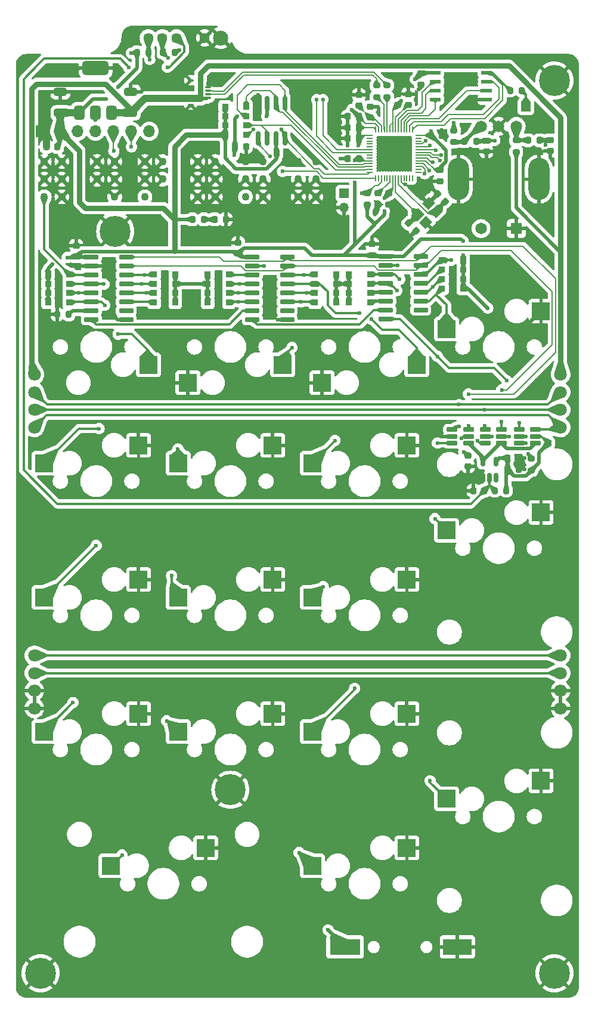
<source format=gbr>
%TF.GenerationSoftware,KiCad,Pcbnew,8.0.4*%
%TF.CreationDate,2024-10-18T15:11:06-05:00*%
%TF.ProjectId,numlocked_numpad,6e756d6c-6f63-46b6-9564-5f6e756d7061,rev?*%
%TF.SameCoordinates,Original*%
%TF.FileFunction,Copper,L4,Bot*%
%TF.FilePolarity,Positive*%
%FSLAX46Y46*%
G04 Gerber Fmt 4.6, Leading zero omitted, Abs format (unit mm)*
G04 Created by KiCad (PCBNEW 8.0.4) date 2024-10-18 15:11:06*
%MOMM*%
%LPD*%
G01*
G04 APERTURE LIST*
G04 Aperture macros list*
%AMRoundRect*
0 Rectangle with rounded corners*
0 $1 Rounding radius*
0 $2 $3 $4 $5 $6 $7 $8 $9 X,Y pos of 4 corners*
0 Add a 4 corners polygon primitive as box body*
4,1,4,$2,$3,$4,$5,$6,$7,$8,$9,$2,$3,0*
0 Add four circle primitives for the rounded corners*
1,1,$1+$1,$2,$3*
1,1,$1+$1,$4,$5*
1,1,$1+$1,$6,$7*
1,1,$1+$1,$8,$9*
0 Add four rect primitives between the rounded corners*
20,1,$1+$1,$2,$3,$4,$5,0*
20,1,$1+$1,$4,$5,$6,$7,0*
20,1,$1+$1,$6,$7,$8,$9,0*
20,1,$1+$1,$8,$9,$2,$3,0*%
%AMRotRect*
0 Rectangle, with rotation*
0 The origin of the aperture is its center*
0 $1 length*
0 $2 width*
0 $3 Rotation angle, in degrees counterclockwise*
0 Add horizontal line*
21,1,$1,$2,0,0,$3*%
G04 Aperture macros list end*
%TA.AperFunction,ComponentPad*%
%ADD10R,1.650000X1.650000*%
%TD*%
%TA.AperFunction,ComponentPad*%
%ADD11C,1.650000*%
%TD*%
%TA.AperFunction,ComponentPad*%
%ADD12O,3.000000X6.000000*%
%TD*%
%TA.AperFunction,SMDPad,CuDef*%
%ADD13R,2.550000X2.500000*%
%TD*%
%TA.AperFunction,ComponentPad*%
%ADD14C,1.100000*%
%TD*%
%TA.AperFunction,ComponentPad*%
%ADD15R,1.350000X1.350000*%
%TD*%
%TA.AperFunction,ComponentPad*%
%ADD16O,1.350000X1.350000*%
%TD*%
%TA.AperFunction,ComponentPad*%
%ADD17C,4.400000*%
%TD*%
%TA.AperFunction,ComponentPad*%
%ADD18C,1.800000*%
%TD*%
%TA.AperFunction,ComponentPad*%
%ADD19R,1.700000X1.700000*%
%TD*%
%TA.AperFunction,ComponentPad*%
%ADD20O,1.700000X1.700000*%
%TD*%
%TA.AperFunction,ComponentPad*%
%ADD21C,1.450000*%
%TD*%
%TA.AperFunction,ComponentPad*%
%ADD22C,2.150000*%
%TD*%
%TA.AperFunction,SMDPad,CuDef*%
%ADD23R,0.900000X0.900000*%
%TD*%
%TA.AperFunction,SMDPad,CuDef*%
%ADD24RoundRect,0.225000X-0.250000X0.225000X-0.250000X-0.225000X0.250000X-0.225000X0.250000X0.225000X0*%
%TD*%
%TA.AperFunction,SMDPad,CuDef*%
%ADD25RoundRect,0.225000X-0.225000X-0.250000X0.225000X-0.250000X0.225000X0.250000X-0.225000X0.250000X0*%
%TD*%
%TA.AperFunction,SMDPad,CuDef*%
%ADD26RoundRect,0.200000X-0.275000X0.200000X-0.275000X-0.200000X0.275000X-0.200000X0.275000X0.200000X0*%
%TD*%
%TA.AperFunction,SMDPad,CuDef*%
%ADD27RoundRect,0.200000X-0.200000X-0.275000X0.200000X-0.275000X0.200000X0.275000X-0.200000X0.275000X0*%
%TD*%
%TA.AperFunction,SMDPad,CuDef*%
%ADD28R,1.524000X0.533400*%
%TD*%
%TA.AperFunction,SMDPad,CuDef*%
%ADD29RoundRect,0.150000X-0.650000X-0.150000X0.650000X-0.150000X0.650000X0.150000X-0.650000X0.150000X0*%
%TD*%
%TA.AperFunction,SMDPad,CuDef*%
%ADD30RoundRect,0.075000X-0.910000X-0.225000X0.910000X-0.225000X0.910000X0.225000X-0.910000X0.225000X0*%
%TD*%
%TA.AperFunction,SMDPad,CuDef*%
%ADD31RoundRect,0.200000X0.200000X0.275000X-0.200000X0.275000X-0.200000X-0.275000X0.200000X-0.275000X0*%
%TD*%
%TA.AperFunction,SMDPad,CuDef*%
%ADD32RoundRect,0.225000X0.250000X-0.225000X0.250000X0.225000X-0.250000X0.225000X-0.250000X-0.225000X0*%
%TD*%
%TA.AperFunction,SMDPad,CuDef*%
%ADD33RoundRect,0.250000X0.650000X-0.325000X0.650000X0.325000X-0.650000X0.325000X-0.650000X-0.325000X0*%
%TD*%
%TA.AperFunction,SMDPad,CuDef*%
%ADD34R,4.350000X2.300000*%
%TD*%
%TA.AperFunction,SMDPad,CuDef*%
%ADD35R,4.040000X2.300000*%
%TD*%
%TA.AperFunction,SMDPad,CuDef*%
%ADD36RoundRect,0.225000X0.225000X0.250000X-0.225000X0.250000X-0.225000X-0.250000X0.225000X-0.250000X0*%
%TD*%
%TA.AperFunction,SMDPad,CuDef*%
%ADD37RoundRect,0.375000X0.375000X-0.625000X0.375000X0.625000X-0.375000X0.625000X-0.375000X-0.625000X0*%
%TD*%
%TA.AperFunction,SMDPad,CuDef*%
%ADD38RoundRect,0.500000X1.400000X-0.500000X1.400000X0.500000X-1.400000X0.500000X-1.400000X-0.500000X0*%
%TD*%
%TA.AperFunction,SMDPad,CuDef*%
%ADD39RoundRect,0.225000X0.335876X0.017678X0.017678X0.335876X-0.335876X-0.017678X-0.017678X-0.335876X0*%
%TD*%
%TA.AperFunction,SMDPad,CuDef*%
%ADD40RoundRect,0.150000X0.150000X-0.512500X0.150000X0.512500X-0.150000X0.512500X-0.150000X-0.512500X0*%
%TD*%
%TA.AperFunction,SMDPad,CuDef*%
%ADD41RotRect,1.400000X1.200000X225.000000*%
%TD*%
%TA.AperFunction,SMDPad,CuDef*%
%ADD42RoundRect,0.075000X0.325000X-0.075000X0.325000X0.075000X-0.325000X0.075000X-0.325000X-0.075000X0*%
%TD*%
%TA.AperFunction,SMDPad,CuDef*%
%ADD43RoundRect,0.100000X0.300000X-0.100000X0.300000X0.100000X-0.300000X0.100000X-0.300000X-0.100000X0*%
%TD*%
%TA.AperFunction,SMDPad,CuDef*%
%ADD44RoundRect,0.050000X0.387500X0.050000X-0.387500X0.050000X-0.387500X-0.050000X0.387500X-0.050000X0*%
%TD*%
%TA.AperFunction,SMDPad,CuDef*%
%ADD45RoundRect,0.050000X0.050000X0.387500X-0.050000X0.387500X-0.050000X-0.387500X0.050000X-0.387500X0*%
%TD*%
%TA.AperFunction,HeatsinkPad*%
%ADD46R,3.200000X3.200000*%
%TD*%
%TA.AperFunction,SMDPad,CuDef*%
%ADD47RoundRect,0.225000X-0.335876X-0.017678X-0.017678X-0.335876X0.335876X0.017678X0.017678X0.335876X0*%
%TD*%
%TA.AperFunction,SMDPad,CuDef*%
%ADD48RoundRect,0.150000X0.150000X-0.825000X0.150000X0.825000X-0.150000X0.825000X-0.150000X-0.825000X0*%
%TD*%
%TA.AperFunction,SMDPad,CuDef*%
%ADD49RoundRect,0.218750X0.218750X0.256250X-0.218750X0.256250X-0.218750X-0.256250X0.218750X-0.256250X0*%
%TD*%
%TA.AperFunction,SMDPad,CuDef*%
%ADD50RoundRect,0.200000X0.275000X-0.200000X0.275000X0.200000X-0.275000X0.200000X-0.275000X-0.200000X0*%
%TD*%
%TA.AperFunction,ViaPad*%
%ADD51C,0.600000*%
%TD*%
%TA.AperFunction,Conductor*%
%ADD52C,0.300000*%
%TD*%
%TA.AperFunction,Conductor*%
%ADD53C,0.500000*%
%TD*%
%TA.AperFunction,Conductor*%
%ADD54C,1.000000*%
%TD*%
%TA.AperFunction,Conductor*%
%ADD55C,0.200000*%
%TD*%
%TA.AperFunction,Conductor*%
%ADD56C,0.750000*%
%TD*%
%TA.AperFunction,Conductor*%
%ADD57C,0.167386*%
%TD*%
G04 APERTURE END LIST*
D10*
%TO.P,MT1,1*%
%TO.N,GND*%
X161250000Y-70500000D03*
D11*
%TO.P,MT1,2*%
%TO.N,Net-(RN6-R4.1)*%
X156250000Y-70500000D03*
%TO.P,MT1,A,A*%
%TO.N,Net-(MT1-PadA)*%
X161250000Y-56000000D03*
%TO.P,MT1,B,B*%
%TO.N,Net-(MT1-PadB)*%
X156250000Y-56000000D03*
%TO.P,MT1,COM,COM*%
%TO.N,GND*%
X158750000Y-56000000D03*
D12*
%TO.P,MT1,S1,SHIELD*%
X164450000Y-63500000D03*
%TO.P,MT1,S2,SHIELD__1*%
X153050000Y-63500000D03*
%TD*%
D13*
%TO.P,S9,1,1*%
%TO.N,Net-(RN3-R4.1)*%
X113240000Y-103822500D03*
%TO.P,S9,2,2*%
%TO.N,GND*%
X126665000Y-101282500D03*
%TD*%
D14*
%TO.P,SW2,1,NC*%
%TO.N,GND*%
X94218750Y-61000000D03*
X96718750Y-61000000D03*
X101718750Y-61000000D03*
X104218750Y-61000000D03*
%TO.P,SW2,2,NO*%
%TO.N,Net-(RN1-R1.1)*%
X94218750Y-66000000D03*
%TO.P,SW2,3,GND*%
%TO.N,GND*%
X94218750Y-63500000D03*
X96718750Y-63500000D03*
X96718750Y-66000000D03*
X101718750Y-63500000D03*
X101718750Y-66000000D03*
X104218750Y-63500000D03*
X104218750Y-66000000D03*
%TD*%
D13*
%TO.P,S2,1,1*%
%TO.N,Net-(RN1-R3.1)*%
X94190000Y-103822500D03*
%TO.P,S2,2,2*%
%TO.N,GND*%
X107615000Y-101282500D03*
%TD*%
D15*
%TO.P,J6,1,Pin_1*%
%TO.N,/~{reset}*%
X136800000Y-65500000D03*
D16*
%TO.P,J6,2,Pin_2*%
%TO.N,GND*%
X136800000Y-67500000D03*
%TD*%
D13*
%TO.P,S17,1,1*%
%TO.N,Net-(RN5-R4.1)*%
X132290000Y-103822500D03*
%TO.P,S17,2,2*%
%TO.N,GND*%
X145715000Y-101282500D03*
%TD*%
D17*
%TO.P,H5,1,1*%
%TO.N,GND*%
X166656250Y-49500000D03*
%TD*%
D15*
%TO.P,J5,1,Pin_1*%
%TO.N,/~{USB BOOT}*%
X162600000Y-53201000D03*
D16*
%TO.P,J5,2,Pin_2*%
%TO.N,GND*%
X160600000Y-53201000D03*
%TD*%
D13*
%TO.P,S8,1,1*%
%TO.N,Net-(RN4-R1.1)*%
X128060000Y-89852500D03*
%TO.P,S8,2,2*%
%TO.N,GND*%
X114635000Y-92392500D03*
%TD*%
D18*
%TO.P,J3,1,Pin_1*%
%TO.N,+5V*%
X167537500Y-91230000D03*
%TO.P,J3,2,Pin_2*%
%TO.N,/keyboardSH*%
X167537500Y-93730000D03*
%TO.P,J3,3,Pin_3*%
%TO.N,/keyboardCLK*%
X167537500Y-96230000D03*
%TO.P,J3,4,Pin_4*%
%TO.N,/Serialout-Numpad*%
X167537500Y-98730000D03*
%TD*%
D13*
%TO.P,S6,1,1*%
%TO.N,Net-(RN2-R3.1)*%
X94190000Y-141922500D03*
%TO.P,S6,2,2*%
%TO.N,GND*%
X107615000Y-139382500D03*
%TD*%
%TO.P,S3,1,1*%
%TO.N,Net-(RN1-R2.1)*%
X94190000Y-122872500D03*
%TO.P,S3,2,2*%
%TO.N,GND*%
X107615000Y-120332500D03*
%TD*%
D19*
%TO.P,OLED1,1,GND*%
%TO.N,GND*%
X93880000Y-56700000D03*
D20*
%TO.P,OLED1,2,VCC*%
%TO.N,+3V3*%
X96420000Y-56700000D03*
%TO.P,OLED1,3,SCL*%
%TO.N,/SSD1122 SCL*%
X98960000Y-56700000D03*
%TO.P,OLED1,4,SDA*%
%TO.N,/SSD1112 SDA*%
X101500000Y-56700000D03*
%TO.P,OLED1,5,RST*%
%TO.N,/SSD1112 RST*%
X104040000Y-56700000D03*
%TO.P,OLED1,6,DC*%
%TO.N,/SSD1112 DC*%
X106580000Y-56700000D03*
%TO.P,OLED1,7,CS*%
%TO.N,/SSD1112 CS*%
X109120000Y-56700000D03*
%TD*%
D13*
%TO.P,S12,1,1*%
%TO.N,Net-(RN4-R2.1)*%
X132290000Y-160972500D03*
%TO.P,S12,2,2*%
%TO.N,GND*%
X145715000Y-158432500D03*
%TD*%
D18*
%TO.P,J4,1,Pin_1*%
%TO.N,/Encoder A*%
X167537500Y-131110000D03*
%TO.P,J4,2,Pin_2*%
%TO.N,/Encoder B*%
X167537500Y-133610000D03*
%TO.P,J4,3,Pin_3*%
%TO.N,GND*%
X167537500Y-136110000D03*
%TO.P,J4,4,Pin_4*%
X167537500Y-138610000D03*
%TD*%
D17*
%TO.P,H4,1,1*%
%TO.N,GND*%
X166656250Y-176220900D03*
%TD*%
D13*
%TO.P,S11,1,1*%
%TO.N,Net-(RN3-R2.1)*%
X113240000Y-141922500D03*
%TO.P,S11,2,2*%
%TO.N,GND*%
X126665000Y-139382500D03*
%TD*%
D17*
%TO.P,H2,1,1*%
%TO.N,GND*%
X93693750Y-176220900D03*
%TD*%
%TO.P,H6,1,1*%
%TO.N,GND*%
X120650000Y-150181250D03*
%TD*%
D13*
%TO.P,S10,1,1*%
%TO.N,Net-(RN3-R3.1)*%
X113240000Y-122872500D03*
%TO.P,S10,2,2*%
%TO.N,GND*%
X126665000Y-120332500D03*
%TD*%
D17*
%TO.P,H1,1,1*%
%TO.N,GND*%
X104300000Y-70900000D03*
%TD*%
D13*
%TO.P,S16,1,1*%
%TO.N,Net-(RN6-R1.1)*%
X151340000Y-84772500D03*
%TO.P,S16,2,2*%
%TO.N,GND*%
X164765000Y-82232500D03*
%TD*%
%TO.P,S15,1,1*%
%TO.N,Net-(RN6-R2.1)*%
X151340000Y-113347500D03*
%TO.P,S15,2,2*%
%TO.N,GND*%
X164765000Y-110807500D03*
%TD*%
%TO.P,S1,1,1*%
%TO.N,Net-(RN1-R4.1)*%
X109010000Y-89852500D03*
%TO.P,S1,2,2*%
%TO.N,GND*%
X95585000Y-92392500D03*
%TD*%
%TO.P,S18,1,1*%
%TO.N,Net-(RN5-R3.1)*%
X132290000Y-122872500D03*
%TO.P,S18,2,2*%
%TO.N,GND*%
X145715000Y-120332500D03*
%TD*%
%TO.P,S19,1,1*%
%TO.N,Net-(RN5-R2.1)*%
X132290000Y-141922500D03*
%TO.P,S19,2,2*%
%TO.N,GND*%
X145715000Y-139382500D03*
%TD*%
D21*
%TO.P,SW1,1,1*%
%TO.N,GND*%
X116994000Y-43437500D03*
%TO.P,SW1,2,2*%
%TO.N,Net-(C25-Pad1)*%
X112994000Y-43437500D03*
%TO.P,SW1,3,3*%
%TO.N,/ModeSwitch1*%
X110994000Y-43437500D03*
%TO.P,SW1,4,4*%
%TO.N,/ModeSwitch2*%
X108994000Y-43437500D03*
D22*
%TO.P,SW1,MNT1,MNT1*%
%TO.N,GND*%
X119294000Y-43437500D03*
%TO.P,SW1,MNT2,MNT2*%
X106694000Y-43437500D03*
%TD*%
D13*
%TO.P,S7,1,1*%
%TO.N,Net-(RN2-R2.1)*%
X103715000Y-160972500D03*
%TO.P,S7,2,2*%
%TO.N,GND*%
X117140000Y-158432500D03*
%TD*%
D14*
%TO.P,SW3,1,NC*%
%TO.N,GND*%
X108506250Y-61000000D03*
X111006250Y-61000000D03*
X116006250Y-61000000D03*
X118506250Y-61000000D03*
%TO.P,SW3,2,NO*%
%TO.N,Net-(RN2-R4.1)*%
X108506250Y-66000000D03*
%TO.P,SW3,3,GND*%
%TO.N,GND*%
X108506250Y-63500000D03*
X111006250Y-63500000D03*
X111006250Y-66000000D03*
X116006250Y-63500000D03*
X116006250Y-66000000D03*
X118506250Y-63500000D03*
X118506250Y-66000000D03*
%TD*%
D13*
%TO.P,S20,1,1*%
%TO.N,Net-(RN5-R1.1)*%
X151340000Y-151447500D03*
%TO.P,S20,2,2*%
%TO.N,GND*%
X164765000Y-148907500D03*
%TD*%
%TO.P,S14,1,1*%
%TO.N,Net-(RN4-R3.1)*%
X147110000Y-89852500D03*
%TO.P,S14,2,2*%
%TO.N,GND*%
X133685000Y-92392500D03*
%TD*%
D14*
%TO.P,SW4,1,NC*%
%TO.N,GND*%
X122793750Y-61000000D03*
X125293750Y-61000000D03*
X130293750Y-61000000D03*
X132793750Y-61000000D03*
%TO.P,SW4,2,NO*%
%TO.N,Net-(RN4-R4.1)*%
X122793750Y-66000000D03*
%TO.P,SW4,3,GND*%
%TO.N,GND*%
X122793750Y-63500000D03*
X125293750Y-63500000D03*
X125293750Y-66000000D03*
X130293750Y-63500000D03*
X130293750Y-66000000D03*
X132793750Y-63500000D03*
X132793750Y-66000000D03*
%TD*%
D23*
%TO.P,RN3,1,R1.1*%
%TO.N,Net-(RN3-R1.1)*%
X120435000Y-77000000D03*
%TO.P,RN3,2,R2.1*%
%TO.N,Net-(RN3-R2.1)*%
X120435000Y-78340000D03*
%TO.P,RN3,3,R3.1*%
%TO.N,Net-(RN3-R3.1)*%
X120435000Y-79660000D03*
%TO.P,RN3,4,R4.1*%
%TO.N,Net-(RN3-R4.1)*%
X120435000Y-81000000D03*
%TO.P,RN3,5,R4.2*%
%TO.N,+3V3*%
X117435000Y-81000000D03*
%TO.P,RN3,6,R3.2*%
X117435000Y-79660000D03*
%TO.P,RN3,7,R2.2*%
X117435000Y-78340000D03*
%TO.P,RN3,8,R1.2*%
X117435000Y-77000000D03*
%TD*%
D24*
%TO.P,C22,1*%
%TO.N,+3V3*%
X143100000Y-65525000D03*
%TO.P,C22,2*%
%TO.N,GND*%
X143100000Y-67075000D03*
%TD*%
D25*
%TO.P,C26,1*%
%TO.N,+3V3*%
X160025000Y-103100000D03*
%TO.P,C26,2*%
%TO.N,GND*%
X161575000Y-103100000D03*
%TD*%
%TO.P,C29,1*%
%TO.N,+3V3*%
X165812700Y-100973320D03*
%TO.P,C29,2*%
%TO.N,GND*%
X167362700Y-100973320D03*
%TD*%
%TO.P,C19,1*%
%TO.N,+3V3*%
X149125000Y-57300000D03*
%TO.P,C19,2*%
%TO.N,GND*%
X150675000Y-57300000D03*
%TD*%
D26*
%TO.P,R7,1*%
%TO.N,/~{reset}*%
X140100000Y-65475000D03*
%TO.P,R7,2*%
%TO.N,+3V3*%
X140100000Y-67125000D03*
%TD*%
D23*
%TO.P,RN5,1,R1.1*%
%TO.N,Net-(RN5-R1.1)*%
X140500000Y-77000000D03*
%TO.P,RN5,2,R2.1*%
%TO.N,Net-(RN5-R2.1)*%
X140500000Y-78340000D03*
%TO.P,RN5,3,R3.1*%
%TO.N,Net-(RN5-R3.1)*%
X140500000Y-79660000D03*
%TO.P,RN5,4,R4.1*%
%TO.N,Net-(RN5-R4.1)*%
X140500000Y-81000000D03*
%TO.P,RN5,5,R4.2*%
%TO.N,+3V3*%
X137500000Y-81000000D03*
%TO.P,RN5,6,R3.2*%
X137500000Y-79660000D03*
%TO.P,RN5,7,R2.2*%
X137500000Y-78340000D03*
%TO.P,RN5,8,R1.2*%
X137500000Y-77000000D03*
%TD*%
D26*
%TO.P,R9,1*%
%TO.N,/USB_RP2040-*%
X141400000Y-50175000D03*
%TO.P,R9,2*%
%TO.N,/USB_RP2040_Res-*%
X141400000Y-51825000D03*
%TD*%
D27*
%TO.P,R13,1*%
%TO.N,/ModeSwitch1*%
X111075000Y-45500000D03*
%TO.P,R13,2*%
%TO.N,+3V3*%
X112725000Y-45500000D03*
%TD*%
D23*
%TO.P,RN1,1,R1.1*%
%TO.N,Net-(RN1-R1.1)*%
X97750000Y-77000000D03*
%TO.P,RN1,2,R2.1*%
%TO.N,Net-(RN1-R2.1)*%
X97750000Y-78340000D03*
%TO.P,RN1,3,R3.1*%
%TO.N,Net-(RN1-R3.1)*%
X97750000Y-79660000D03*
%TO.P,RN1,4,R4.1*%
%TO.N,Net-(RN1-R4.1)*%
X97750000Y-81000000D03*
%TO.P,RN1,5,R4.2*%
%TO.N,+3V3*%
X94750000Y-81000000D03*
%TO.P,RN1,6,R3.2*%
X94750000Y-79660000D03*
%TO.P,RN1,7,R2.2*%
X94750000Y-78340000D03*
%TO.P,RN1,8,R1.2*%
X94750000Y-77000000D03*
%TD*%
D28*
%TO.P,U7,1,/CS*%
%TO.N,/QSPI_SS*%
X157044900Y-48395000D03*
%TO.P,U7,2,DO(IO1)*%
%TO.N,/QSPI_SD1*%
X157044900Y-49665000D03*
%TO.P,U7,3,/WP(IO2)*%
%TO.N,/QSPI_SD2*%
X157044900Y-50935000D03*
%TO.P,U7,4,GND*%
%TO.N,GND*%
X157044900Y-52205000D03*
%TO.P,U7,5,DI(IO0)*%
%TO.N,/QSPI_SD0*%
X149755100Y-52205000D03*
%TO.P,U7,6,CLK*%
%TO.N,/QSPI_SCLK*%
X149755100Y-50935000D03*
%TO.P,U7,7,/HOLD/RESET(IO3)*%
%TO.N,/QSPI_SD3*%
X149755100Y-49665000D03*
%TO.P,U7,8,VCC*%
%TO.N,+3V3*%
X149755100Y-48395000D03*
%TD*%
D23*
%TO.P,RN2,1,R1.1*%
%TO.N,Net-(RN2-R1.1)*%
X109815000Y-81000000D03*
%TO.P,RN2,2,R2.1*%
%TO.N,Net-(RN2-R2.1)*%
X109815000Y-79660000D03*
%TO.P,RN2,3,R3.1*%
%TO.N,Net-(RN2-R3.1)*%
X109815000Y-78340000D03*
%TO.P,RN2,4,R4.1*%
%TO.N,Net-(RN2-R4.1)*%
X109815000Y-77000000D03*
%TO.P,RN2,5,R4.2*%
%TO.N,+3V3*%
X112815000Y-77000000D03*
%TO.P,RN2,6,R3.2*%
X112815000Y-78340000D03*
%TO.P,RN2,7,R2.2*%
X112815000Y-79660000D03*
%TO.P,RN2,8,R1.2*%
X112815000Y-81000000D03*
%TD*%
D24*
%TO.P,C5,1*%
%TO.N,/Encoder B*%
X157000000Y-58025000D03*
%TO.P,C5,2*%
%TO.N,GND*%
X157000000Y-59575000D03*
%TD*%
D26*
%TO.P,R3,1*%
%TO.N,+5V*%
X152400000Y-56575000D03*
%TO.P,R3,2*%
%TO.N,Net-(MT1-PadB)*%
X152400000Y-58225000D03*
%TD*%
D29*
%TO.P,U5,1,I1*%
%TO.N,Net-(U5-I1)*%
X161650000Y-100950000D03*
%TO.P,U5,2,GND*%
%TO.N,GND*%
X161650000Y-100000000D03*
%TO.P,U5,3,I0*%
%TO.N,/SerialOut*%
X161650000Y-99050000D03*
%TO.P,U5,4,Y*%
%TO.N,/Serialout-Numpad*%
X163950000Y-99050000D03*
%TO.P,U5,5,VCC*%
%TO.N,+3V3*%
X163950000Y-100000000D03*
%TO.P,U5,6,S*%
%TO.N,Net-(U10-S)*%
X163950000Y-100950000D03*
%TD*%
D30*
%TO.P,U2,1,SH/~LD*%
%TO.N,/SH*%
X105865000Y-74555000D03*
%TO.P,U2,2,CLK*%
%TO.N,/CLK*%
X105865000Y-75825000D03*
%TO.P,U2,3,E*%
%TO.N,Net-(RN2-R4.1)*%
X105865000Y-77095000D03*
%TO.P,U2,4,F*%
%TO.N,Net-(RN2-R3.1)*%
X105865000Y-78365000D03*
%TO.P,U2,5,G*%
%TO.N,Net-(RN2-R2.1)*%
X105865000Y-79635000D03*
%TO.P,U2,6,H*%
%TO.N,Net-(RN2-R1.1)*%
X105865000Y-80905000D03*
%TO.P,U2,7,~{QH}*%
%TO.N,unconnected-(U2-~{QH}-Pad7)*%
X105865000Y-82175000D03*
%TO.P,U2,8,GND*%
%TO.N,GND*%
X105865000Y-83445000D03*
%TO.P,U2,9,QH*%
%TO.N,Net-(U2-QH)*%
X100915000Y-83445000D03*
%TO.P,U2,10,SER*%
%TO.N,Net-(U2-SER)*%
X100915000Y-82175000D03*
%TO.P,U2,11,A*%
%TO.N,Net-(RN1-R4.1)*%
X100915000Y-80905000D03*
%TO.P,U2,12,B*%
%TO.N,Net-(RN1-R3.1)*%
X100915000Y-79635000D03*
%TO.P,U2,13,C*%
%TO.N,Net-(RN1-R2.1)*%
X100915000Y-78365000D03*
%TO.P,U2,14,D*%
%TO.N,Net-(RN1-R1.1)*%
X100915000Y-77095000D03*
%TO.P,U2,15,CLK_INH*%
%TO.N,GND*%
X100915000Y-75825000D03*
%TO.P,U2,16,VCC*%
%TO.N,+3V3*%
X100915000Y-74555000D03*
%TD*%
D24*
%TO.P,C24,1*%
%TO.N,+3V3*%
X147700000Y-48500000D03*
%TO.P,C24,2*%
%TO.N,GND*%
X147700000Y-50050000D03*
%TD*%
D23*
%TO.P,RN7,1,R1.1*%
%TO.N,+3V3*%
X119900000Y-57200000D03*
%TO.P,RN7,2,R2.1*%
X119900000Y-55860000D03*
%TO.P,RN7,3,R3.1*%
X119900000Y-54540000D03*
%TO.P,RN7,4,R4.1*%
X119900000Y-53200000D03*
%TO.P,RN7,5,R4.2*%
%TO.N,/RTC_SDA*%
X122900000Y-53200000D03*
%TO.P,RN7,6,R3.2*%
%TO.N,/RTC_SCL*%
X122900000Y-54540000D03*
%TO.P,RN7,7,R2.2*%
%TO.N,/~{RTC_INT}*%
X122900000Y-55860000D03*
%TO.P,RN7,8,R1.2*%
%TO.N,/RTC_32KHZ*%
X122900000Y-57200000D03*
%TD*%
D31*
%TO.P,R2,1*%
%TO.N,/Encoder A*%
X164562686Y-57965752D03*
%TO.P,R2,2*%
%TO.N,Net-(MT1-PadA)*%
X162912686Y-57965752D03*
%TD*%
D32*
%TO.P,C2,1*%
%TO.N,+3V3*%
X140800000Y-74275000D03*
%TO.P,C2,2*%
%TO.N,GND*%
X140800000Y-72725000D03*
%TD*%
%TO.P,C18,1*%
%TO.N,+3V3*%
X144400000Y-52975000D03*
%TO.P,C18,2*%
%TO.N,GND*%
X144400000Y-51425000D03*
%TD*%
D33*
%TO.P,C7,1*%
%TO.N,+3V3*%
X96500000Y-54075000D03*
%TO.P,C7,2*%
%TO.N,GND*%
X96500000Y-51125000D03*
%TD*%
D34*
%TO.P,BT1,1,+*%
%TO.N,/VBAT*%
X136935000Y-172500000D03*
D35*
%TO.P,BT1,2,-*%
%TO.N,GND*%
X152900000Y-172500000D03*
%TD*%
D36*
%TO.P,C23,1*%
%TO.N,+3V3*%
X138875000Y-56200000D03*
%TO.P,C23,2*%
%TO.N,GND*%
X137325000Y-56200000D03*
%TD*%
%TO.P,C21,1*%
%TO.N,+3V3*%
X138875000Y-60600000D03*
%TO.P,C21,2*%
%TO.N,GND*%
X137325000Y-60600000D03*
%TD*%
D30*
%TO.P,U3,1,SH/~LD*%
%TO.N,/SH*%
X128725000Y-74555000D03*
%TO.P,U3,2,CLK*%
%TO.N,/CLK*%
X128725000Y-75825000D03*
%TO.P,U3,3,E*%
%TO.N,Net-(RN4-R4.1)*%
X128725000Y-77095000D03*
%TO.P,U3,4,F*%
%TO.N,Net-(RN4-R3.1)*%
X128725000Y-78365000D03*
%TO.P,U3,5,G*%
%TO.N,Net-(RN4-R2.1)*%
X128725000Y-79635000D03*
%TO.P,U3,6,H*%
%TO.N,Net-(RN4-R1.1)*%
X128725000Y-80905000D03*
%TO.P,U3,7,~{QH}*%
%TO.N,unconnected-(U3-~{QH}-Pad7)*%
X128725000Y-82175000D03*
%TO.P,U3,8,GND*%
%TO.N,GND*%
X128725000Y-83445000D03*
%TO.P,U3,9,QH*%
%TO.N,Net-(U3-QH)*%
X123775000Y-83445000D03*
%TO.P,U3,10,SER*%
%TO.N,Net-(U2-QH)*%
X123775000Y-82175000D03*
%TO.P,U3,11,A*%
%TO.N,Net-(RN3-R4.1)*%
X123775000Y-80905000D03*
%TO.P,U3,12,B*%
%TO.N,Net-(RN3-R3.1)*%
X123775000Y-79635000D03*
%TO.P,U3,13,C*%
%TO.N,Net-(RN3-R2.1)*%
X123775000Y-78365000D03*
%TO.P,U3,14,D*%
%TO.N,Net-(RN3-R1.1)*%
X123775000Y-77095000D03*
%TO.P,U3,15,CLK_INH*%
%TO.N,GND*%
X123775000Y-75825000D03*
%TO.P,U3,16,VCC*%
%TO.N,+3V3*%
X123775000Y-74555000D03*
%TD*%
D31*
%TO.P,R12,1*%
%TO.N,/ModeSwitch2*%
X109025000Y-45500000D03*
%TO.P,R12,2*%
%TO.N,+3V3*%
X107375000Y-45500000D03*
%TD*%
D24*
%TO.P,C14,1*%
%TO.N,+1V1*%
X141600000Y-65525000D03*
%TO.P,C14,2*%
%TO.N,GND*%
X141600000Y-67075000D03*
%TD*%
D32*
%TO.P,C13,1*%
%TO.N,+1V1*%
X138900000Y-53075000D03*
%TO.P,C13,2*%
%TO.N,GND*%
X138900000Y-51525000D03*
%TD*%
D18*
%TO.P,J2,1,Pin_1*%
%TO.N,/Encoder A*%
X92812500Y-131110000D03*
%TO.P,J2,2,Pin_2*%
%TO.N,/Encoder B*%
X92812500Y-133610000D03*
%TO.P,J2,3,Pin_3*%
%TO.N,GND*%
X92812500Y-136110000D03*
%TO.P,J2,4,Pin_4*%
X92812500Y-138610000D03*
%TD*%
D29*
%TO.P,U9,1,I1*%
%TO.N,/numpadSH*%
X152150000Y-100950000D03*
%TO.P,U9,2,GND*%
%TO.N,GND*%
X152150000Y-100000000D03*
%TO.P,U9,3,I0*%
%TO.N,/keyboardSH*%
X152150000Y-99050000D03*
%TO.P,U9,4,Y*%
%TO.N,/SH*%
X154450000Y-99050000D03*
%TO.P,U9,5,VCC*%
%TO.N,+3V3*%
X154450000Y-100000000D03*
%TO.P,U9,6,S*%
%TO.N,Net-(U10-S)*%
X154450000Y-100950000D03*
%TD*%
D26*
%TO.P,R8,1*%
%TO.N,/USB_RP2040+*%
X142900000Y-50175000D03*
%TO.P,R8,2*%
%TO.N,/USB_RP2040_Res+*%
X142900000Y-51825000D03*
%TD*%
D32*
%TO.P,C15,1*%
%TO.N,+1V1*%
X140500000Y-54775000D03*
%TO.P,C15,2*%
%TO.N,GND*%
X140500000Y-53225000D03*
%TD*%
D25*
%TO.P,C32,1*%
%TO.N,/VBAT*%
X121325000Y-58900000D03*
%TO.P,C32,2*%
%TO.N,GND*%
X122875000Y-58900000D03*
%TD*%
D26*
%TO.P,R6,1*%
%TO.N,Net-(U5-I1)*%
X163400000Y-103175000D03*
%TO.P,R6,2*%
%TO.N,+3V3*%
X163400000Y-104825000D03*
%TD*%
D31*
%TO.P,R11,1*%
%TO.N,/~{USB BOOT}*%
X162025000Y-50900000D03*
%TO.P,R11,2*%
%TO.N,/QSPI_SS*%
X160375000Y-50900000D03*
%TD*%
D37*
%TO.P,U1,1,IN*%
%TO.N,+5V*%
X103800000Y-54050000D03*
%TO.P,U1,2,GND*%
%TO.N,GND*%
X101500000Y-54050000D03*
%TO.P,U1,3,OUT*%
%TO.N,+3V3*%
X99200000Y-54050000D03*
D38*
%TO.P,U1,4,GND*%
%TO.N,GND*%
X101500000Y-47750000D03*
%TD*%
D39*
%TO.P,C11,1*%
%TO.N,GND*%
X147048008Y-70848008D03*
%TO.P,C11,2*%
%TO.N,/XOUT*%
X145951992Y-69751992D03*
%TD*%
D27*
%TO.P,R5,1*%
%TO.N,+3V3*%
X115250000Y-69200000D03*
%TO.P,R5,2*%
%TO.N,Net-(D1-A)*%
X116900000Y-69200000D03*
%TD*%
D40*
%TO.P,U8,1,NC*%
%TO.N,unconnected-(U8-NC-Pad1)*%
X158400000Y-105837500D03*
%TO.P,U8,2*%
%TO.N,Net-(C25-Pad1)*%
X157450000Y-105837500D03*
%TO.P,U8,3,GND*%
%TO.N,GND*%
X156500000Y-105837500D03*
%TO.P,U8,4*%
%TO.N,Net-(U10-S)*%
X156500000Y-103562500D03*
%TO.P,U8,5,VCC*%
%TO.N,+3V3*%
X158400000Y-103562500D03*
%TD*%
D41*
%TO.P,X1,1,1*%
%TO.N,/XIN*%
X149943503Y-68087868D03*
%TO.P,X1,2,2*%
%TO.N,GND*%
X148387868Y-69643503D03*
%TO.P,X1,3,3*%
%TO.N,/XOUT*%
X147256497Y-68512132D03*
%TO.P,X1,4,4*%
%TO.N,GND*%
X148812132Y-66956497D03*
%TD*%
D29*
%TO.P,U10,1,I1*%
%TO.N,/numpadCLK*%
X156850000Y-100950000D03*
%TO.P,U10,2,GND*%
%TO.N,GND*%
X156850000Y-100000000D03*
%TO.P,U10,3,I0*%
%TO.N,/keyboardCLK*%
X156850000Y-99050000D03*
%TO.P,U10,4,Y*%
%TO.N,/CLK*%
X159150000Y-99050000D03*
%TO.P,U10,5,VCC*%
%TO.N,+3V3*%
X159150000Y-100000000D03*
%TO.P,U10,6,S*%
%TO.N,Net-(U10-S)*%
X159150000Y-100950000D03*
%TD*%
D36*
%TO.P,C20,1*%
%TO.N,+3V3*%
X138875000Y-57700000D03*
%TO.P,C20,2*%
%TO.N,GND*%
X137325000Y-57700000D03*
%TD*%
D42*
%TO.P,J7,1,1*%
%TO.N,+5V*%
X117500000Y-51950000D03*
%TO.P,J7,2,2*%
%TO.N,/USB_RP2040-*%
X117500000Y-51450000D03*
%TO.P,J7,3,3*%
%TO.N,/USB_RP2040+*%
X117500000Y-50950000D03*
%TO.P,J7,4,4*%
%TO.N,GND*%
X117500000Y-50450000D03*
D43*
%TO.P,J7,P1,P1*%
X115000000Y-52950000D03*
%TO.P,J7,P2,P2*%
X115000000Y-49450000D03*
%TD*%
D44*
%TO.P,U6,1,IOVDD*%
%TO.N,+3V3*%
X147337500Y-57300000D03*
%TO.P,U6,2,GPIO0*%
%TO.N,unconnected-(U6-GPIO0-Pad2)*%
X147337500Y-57700000D03*
%TO.P,U6,3,GPIO1*%
%TO.N,unconnected-(U6-GPIO1-Pad3)*%
X147337500Y-58100000D03*
%TO.P,U6,4,GPIO2*%
%TO.N,/numpadCLK*%
X147337500Y-58500000D03*
%TO.P,U6,5,GPIO3*%
%TO.N,/numpadSH*%
X147337500Y-58900000D03*
%TO.P,U6,6,GPIO4*%
%TO.N,/SerialOut*%
X147337500Y-59300000D03*
%TO.P,U6,7,GPIO5*%
%TO.N,/SSD1112 CS*%
X147337500Y-59700000D03*
%TO.P,U6,8,GPIO6*%
%TO.N,/SSD1112 SDA*%
X147337500Y-60100000D03*
%TO.P,U6,9,GPIO7*%
%TO.N,/SSD1122 SCL*%
X147337500Y-60500000D03*
%TO.P,U6,10,IOVDD*%
%TO.N,+3V3*%
X147337500Y-60900000D03*
%TO.P,U6,11,GPIO8*%
%TO.N,/SSD1112 DC*%
X147337500Y-61300000D03*
%TO.P,U6,12,GPIO9*%
%TO.N,/SSD1112 RST*%
X147337500Y-61700000D03*
%TO.P,U6,13,GPIO10*%
%TO.N,unconnected-(U6-GPIO10-Pad13)*%
X147337500Y-62100000D03*
%TO.P,U6,14,GPIO11*%
%TO.N,unconnected-(U6-GPIO11-Pad14)*%
X147337500Y-62500000D03*
D45*
%TO.P,U6,15,GPIO12*%
%TO.N,unconnected-(U6-GPIO12-Pad15)*%
X146500000Y-63337500D03*
%TO.P,U6,16,GPIO13*%
%TO.N,unconnected-(U6-GPIO13-Pad16)*%
X146100000Y-63337500D03*
%TO.P,U6,17,GPIO14*%
%TO.N,unconnected-(U6-GPIO14-Pad17)*%
X145700000Y-63337500D03*
%TO.P,U6,18,GPIO15*%
%TO.N,unconnected-(U6-GPIO15-Pad18)*%
X145300000Y-63337500D03*
%TO.P,U6,19,TESTEN*%
%TO.N,GND*%
X144900000Y-63337500D03*
%TO.P,U6,20,XIN*%
%TO.N,/XIN*%
X144500000Y-63337500D03*
%TO.P,U6,21,XOUT*%
%TO.N,/XOUT*%
X144100000Y-63337500D03*
%TO.P,U6,22,IOVDD*%
%TO.N,+3V3*%
X143700000Y-63337500D03*
%TO.P,U6,23,DVDD*%
%TO.N,+1V1*%
X143300000Y-63337500D03*
%TO.P,U6,24,SWCLK*%
%TO.N,/SWCLK*%
X142900000Y-63337500D03*
%TO.P,U6,25,SWD*%
%TO.N,/SWD*%
X142500000Y-63337500D03*
%TO.P,U6,26,RUN*%
%TO.N,/~{reset}*%
X142100000Y-63337500D03*
%TO.P,U6,27,GPIO16*%
%TO.N,unconnected-(U6-GPIO16-Pad27)*%
X141700000Y-63337500D03*
%TO.P,U6,28,GPIO17*%
%TO.N,/~{RTC_RST}*%
X141300000Y-63337500D03*
D44*
%TO.P,U6,29,GPIO18*%
%TO.N,/RTC_32KHZ*%
X140462500Y-62500000D03*
%TO.P,U6,30,GPIO19*%
%TO.N,/~{RTC_INT}*%
X140462500Y-62100000D03*
%TO.P,U6,31,GPIO20*%
%TO.N,/RTC_SDA*%
X140462500Y-61700000D03*
%TO.P,U6,32,GPIO21*%
%TO.N,/RTC_SCL*%
X140462500Y-61300000D03*
%TO.P,U6,33,IOVDD*%
%TO.N,+3V3*%
X140462500Y-60900000D03*
%TO.P,U6,34,GPIO22*%
%TO.N,unconnected-(U6-GPIO22-Pad34)*%
X140462500Y-60500000D03*
%TO.P,U6,35,GPIO23*%
%TO.N,unconnected-(U6-GPIO23-Pad35)*%
X140462500Y-60100000D03*
%TO.P,U6,36,GPIO24*%
%TO.N,/ModeSwitch2*%
X140462500Y-59700000D03*
%TO.P,U6,37,GPIO25*%
%TO.N,/ModeSwitch1*%
X140462500Y-59300000D03*
%TO.P,U6,38,GPIO26_ADC0*%
%TO.N,unconnected-(U6-GPIO26_ADC0-Pad38)*%
X140462500Y-58900000D03*
%TO.P,U6,39,GPIO27_ADC1*%
%TO.N,unconnected-(U6-GPIO27_ADC1-Pad39)*%
X140462500Y-58500000D03*
%TO.P,U6,40,GPIO28_ADC2*%
%TO.N,unconnected-(U6-GPIO28_ADC2-Pad40)*%
X140462500Y-58100000D03*
%TO.P,U6,41,GPIO29_ADC3*%
%TO.N,unconnected-(U6-GPIO29_ADC3-Pad41)*%
X140462500Y-57700000D03*
%TO.P,U6,42,IOVDD*%
%TO.N,+3V3*%
X140462500Y-57300000D03*
D45*
%TO.P,U6,43,ADC_AVDD*%
X141300000Y-56462500D03*
%TO.P,U6,44,VREG_IN*%
X141700000Y-56462500D03*
%TO.P,U6,45,VREG_VOUT*%
%TO.N,+1V1*%
X142100000Y-56462500D03*
%TO.P,U6,46,USB_DM*%
%TO.N,/USB_RP2040_Res-*%
X142500000Y-56462500D03*
%TO.P,U6,47,USB_DP*%
%TO.N,/USB_RP2040_Res+*%
X142900000Y-56462500D03*
%TO.P,U6,48,USB_VDD*%
%TO.N,+3V3*%
X143300000Y-56462500D03*
%TO.P,U6,49,IOVDD*%
X143700000Y-56462500D03*
%TO.P,U6,50,DVDD*%
%TO.N,+1V1*%
X144100000Y-56462500D03*
%TO.P,U6,51,QSPI_SD3*%
%TO.N,/QSPI_SD3*%
X144500000Y-56462500D03*
%TO.P,U6,52,QSPI_SCLK*%
%TO.N,/QSPI_SCLK*%
X144900000Y-56462500D03*
%TO.P,U6,53,QSPI_SD0*%
%TO.N,/QSPI_SD0*%
X145300000Y-56462500D03*
%TO.P,U6,54,QSPI_SD2*%
%TO.N,/QSPI_SD2*%
X145700000Y-56462500D03*
%TO.P,U6,55,QSPI_SD1*%
%TO.N,/QSPI_SD1*%
X146100000Y-56462500D03*
%TO.P,U6,56,QSPI_SS*%
%TO.N,/QSPI_SS*%
X146500000Y-56462500D03*
D46*
%TO.P,U6,57,GND*%
%TO.N,GND*%
X143900000Y-59900000D03*
%TD*%
D30*
%TO.P,U4,1,SH/~LD*%
%TO.N,/SH*%
X147670000Y-74455000D03*
%TO.P,U4,2,CLK*%
%TO.N,/CLK*%
X147670000Y-75725000D03*
%TO.P,U4,3,E*%
%TO.N,Net-(RN6-R4.1)*%
X147670000Y-76995000D03*
%TO.P,U4,4,F*%
%TO.N,Net-(RN6-R3.1)*%
X147670000Y-78265000D03*
%TO.P,U4,5,G*%
%TO.N,Net-(RN6-R2.1)*%
X147670000Y-79535000D03*
%TO.P,U4,6,H*%
%TO.N,Net-(RN6-R1.1)*%
X147670000Y-80805000D03*
%TO.P,U4,7,~{QH}*%
%TO.N,unconnected-(U4-~{QH}-Pad7)*%
X147670000Y-82075000D03*
%TO.P,U4,8,GND*%
%TO.N,GND*%
X147670000Y-83345000D03*
%TO.P,U4,9,QH*%
%TO.N,/SerialOut*%
X142720000Y-83345000D03*
%TO.P,U4,10,SER*%
%TO.N,Net-(U3-QH)*%
X142720000Y-82075000D03*
%TO.P,U4,11,A*%
%TO.N,Net-(RN5-R4.1)*%
X142720000Y-80805000D03*
%TO.P,U4,12,B*%
%TO.N,Net-(RN5-R3.1)*%
X142720000Y-79535000D03*
%TO.P,U4,13,C*%
%TO.N,Net-(RN5-R2.1)*%
X142720000Y-78265000D03*
%TO.P,U4,14,D*%
%TO.N,Net-(RN5-R1.1)*%
X142720000Y-76995000D03*
%TO.P,U4,15,CLK_INH*%
%TO.N,GND*%
X142720000Y-75725000D03*
%TO.P,U4,16,VCC*%
%TO.N,+3V3*%
X142720000Y-74455000D03*
%TD*%
D23*
%TO.P,RN4,1,R1.1*%
%TO.N,Net-(RN4-R1.1)*%
X132675000Y-81000000D03*
%TO.P,RN4,2,R2.1*%
%TO.N,Net-(RN4-R2.1)*%
X132675000Y-79660000D03*
%TO.P,RN4,3,R3.1*%
%TO.N,Net-(RN4-R3.1)*%
X132675000Y-78340000D03*
%TO.P,RN4,4,R4.1*%
%TO.N,Net-(RN4-R4.1)*%
X132675000Y-77000000D03*
%TO.P,RN4,5,R4.2*%
%TO.N,+3V3*%
X135675000Y-77000000D03*
%TO.P,RN4,6,R3.2*%
X135675000Y-78340000D03*
%TO.P,RN4,7,R2.2*%
X135675000Y-79660000D03*
%TO.P,RN4,8,R1.2*%
X135675000Y-81000000D03*
%TD*%
D32*
%TO.P,C4,1*%
%TO.N,+3V3*%
X121750000Y-74075000D03*
%TO.P,C4,2*%
%TO.N,GND*%
X121750000Y-72525000D03*
%TD*%
D31*
%TO.P,R4,1*%
%TO.N,/Encoder B*%
X155555000Y-58125000D03*
%TO.P,R4,2*%
%TO.N,Net-(MT1-PadB)*%
X153905000Y-58125000D03*
%TD*%
D18*
%TO.P,J1,1,Pin_1*%
%TO.N,+5V*%
X92812500Y-91230000D03*
%TO.P,J1,2,Pin_2*%
%TO.N,/keyboardSH*%
X92812500Y-93730000D03*
%TO.P,J1,3,Pin_3*%
%TO.N,/keyboardCLK*%
X92812500Y-96230000D03*
%TO.P,J1,4,Pin_4*%
%TO.N,/Serialout-Numpad*%
X92812500Y-98730000D03*
%TD*%
D47*
%TO.P,C10,1*%
%TO.N,GND*%
X150051992Y-65551992D03*
%TO.P,C10,2*%
%TO.N,/XIN*%
X151148008Y-66648008D03*
%TD*%
D32*
%TO.P,C12,1*%
%TO.N,+1V1*%
X145900000Y-52975000D03*
%TO.P,C12,2*%
%TO.N,GND*%
X145900000Y-51425000D03*
%TD*%
D48*
%TO.P,U11,1,32KHZ*%
%TO.N,/RTC_32KHZ*%
X128405000Y-57675000D03*
%TO.P,U11,2,VCC*%
%TO.N,+3V3*%
X127135000Y-57675000D03*
%TO.P,U11,3,~{INT}/SQW*%
%TO.N,/~{RTC_INT}*%
X125865000Y-57675000D03*
%TO.P,U11,4,~{RST}*%
%TO.N,/~{RTC_RST}*%
X124595000Y-57675000D03*
%TO.P,U11,5,GND*%
%TO.N,GND*%
X124595000Y-52725000D03*
%TO.P,U11,6,VBAT*%
%TO.N,/VBAT*%
X125865000Y-52725000D03*
%TO.P,U11,7,SDA*%
%TO.N,/RTC_SDA*%
X127135000Y-52725000D03*
%TO.P,U11,8,SCL*%
%TO.N,/RTC_SCL*%
X128405000Y-52725000D03*
%TD*%
D23*
%TO.P,RN6,1,R1.1*%
%TO.N,Net-(RN6-R1.1)*%
X150700000Y-79000000D03*
%TO.P,RN6,2,R2.1*%
%TO.N,Net-(RN6-R2.1)*%
X150700000Y-77660000D03*
%TO.P,RN6,3,R3.1*%
%TO.N,Net-(RN6-R3.1)*%
X150700000Y-76340000D03*
%TO.P,RN6,4,R4.1*%
%TO.N,Net-(RN6-R4.1)*%
X150700000Y-75000000D03*
%TO.P,RN6,5,R4.2*%
%TO.N,+3V3*%
X153700000Y-75000000D03*
%TO.P,RN6,6,R3.2*%
X153700000Y-76340000D03*
%TO.P,RN6,7,R2.2*%
X153700000Y-77660000D03*
%TO.P,RN6,8,R1.2*%
X153700000Y-79000000D03*
%TD*%
D25*
%TO.P,C28,1*%
%TO.N,+3V3*%
X160025000Y-104700000D03*
%TO.P,C28,2*%
%TO.N,GND*%
X161575000Y-104700000D03*
%TD*%
D36*
%TO.P,C9,1*%
%TO.N,+3V3*%
X96075000Y-58900000D03*
%TO.P,C9,2*%
%TO.N,GND*%
X94525000Y-58900000D03*
%TD*%
%TO.P,C25,1*%
%TO.N,Net-(C25-Pad1)*%
X156702983Y-107700000D03*
%TO.P,C25,2*%
%TO.N,GND*%
X155152983Y-107700000D03*
%TD*%
D32*
%TO.P,C3,1*%
%TO.N,+3V3*%
X98750000Y-74475000D03*
%TO.P,C3,2*%
%TO.N,GND*%
X98750000Y-72925000D03*
%TD*%
D33*
%TO.P,C6,1*%
%TO.N,+5V*%
X106500000Y-54075000D03*
%TO.P,C6,2*%
%TO.N,GND*%
X106500000Y-51125000D03*
%TD*%
D27*
%TO.P,R10,1*%
%TO.N,GND*%
X96050000Y-82700000D03*
%TO.P,R10,2*%
%TO.N,Net-(U2-SER)*%
X97700000Y-82700000D03*
%TD*%
D24*
%TO.P,C17,1*%
%TO.N,+3V3*%
X150400000Y-62225000D03*
%TO.P,C17,2*%
%TO.N,GND*%
X150400000Y-63775000D03*
%TD*%
D36*
%TO.P,C16,1*%
%TO.N,+3V3*%
X138875000Y-54600000D03*
%TO.P,C16,2*%
%TO.N,GND*%
X137325000Y-54600000D03*
%TD*%
D24*
%TO.P,C27,1*%
%TO.N,+3V3*%
X154400000Y-102725000D03*
%TO.P,C27,2*%
%TO.N,GND*%
X154400000Y-104275000D03*
%TD*%
D49*
%TO.P,D1,1,K*%
%TO.N,GND*%
X119987500Y-69200000D03*
%TO.P,D1,2,A*%
%TO.N,Net-(D1-A)*%
X118412500Y-69200000D03*
%TD*%
D27*
%TO.P,R14,1*%
%TO.N,Net-(C25-Pad1)*%
X158177983Y-107700000D03*
%TO.P,R14,2*%
%TO.N,+3V3*%
X159827983Y-107700000D03*
%TD*%
D25*
%TO.P,C31,1*%
%TO.N,+3V3*%
X127225000Y-59800000D03*
%TO.P,C31,2*%
%TO.N,GND*%
X128775000Y-59800000D03*
%TD*%
D24*
%TO.P,C1,1*%
%TO.N,/Encoder A*%
X166047686Y-57955752D03*
%TO.P,C1,2*%
%TO.N,GND*%
X166047686Y-59505752D03*
%TD*%
D50*
%TO.P,R1,1*%
%TO.N,+5V*%
X161247686Y-59640752D03*
%TO.P,R1,2*%
%TO.N,Net-(MT1-PadA)*%
X161247686Y-57990752D03*
%TD*%
D51*
%TO.N,/Encoder A*%
X165431731Y-58653324D03*
%TO.N,GND*%
X124600000Y-51500000D03*
X162400000Y-104700000D03*
X153600000Y-49700000D03*
X131800000Y-52000000D03*
X145000000Y-58700000D03*
X145700000Y-103100000D03*
X107600000Y-118400000D03*
X96050000Y-83700000D03*
X109400000Y-139400000D03*
X117500000Y-49900000D03*
X162300000Y-72200000D03*
X144400000Y-75700000D03*
X96850000Y-99350000D03*
X118350000Y-55250000D03*
X130800000Y-52000000D03*
X145000000Y-61100000D03*
X145715000Y-137415000D03*
X155700000Y-52205000D03*
X164100000Y-92100000D03*
X95600000Y-90300000D03*
X101500000Y-55100000D03*
X103850000Y-47750000D03*
X95850000Y-99350000D03*
X142700000Y-59900000D03*
X142700000Y-58700000D03*
X99100000Y-47800000D03*
X166600000Y-110800000D03*
X155637500Y-105837500D03*
X163300000Y-72200000D03*
X126700000Y-99400000D03*
X102600000Y-75800000D03*
X138900000Y-50900000D03*
X137300000Y-55400000D03*
X145473924Y-64261074D03*
X118350000Y-53250000D03*
X158100000Y-59600000D03*
X116450000Y-82200000D03*
X107600000Y-99300000D03*
X148000000Y-66200000D03*
X134750000Y-83050000D03*
X155600000Y-49700000D03*
X165300000Y-59500000D03*
X154000000Y-56100000D03*
X118450000Y-82200000D03*
X146200000Y-71600000D03*
X132750000Y-83050000D03*
X108000000Y-51100000D03*
X164765000Y-146935000D03*
X119700000Y-132450000D03*
X141400000Y-53200000D03*
X157800000Y-132400000D03*
X145000000Y-59900000D03*
X162400000Y-103100000D03*
X149526252Y-63776989D03*
X136500000Y-54600000D03*
X154600000Y-49700000D03*
X129800000Y-52000000D03*
X147600000Y-158400000D03*
X164100000Y-93100000D03*
X168300000Y-101000000D03*
X141400000Y-68100000D03*
X150700000Y-56500000D03*
X163150000Y-83850000D03*
X156800000Y-132400000D03*
X142700000Y-61100000D03*
X125400000Y-75825000D03*
X154400000Y-105200000D03*
X155700000Y-172500000D03*
X164450000Y-55900000D03*
X122900000Y-60100000D03*
X147400000Y-50800000D03*
X143900000Y-61100000D03*
X136300000Y-60600000D03*
X126700000Y-118300000D03*
X137300000Y-58700000D03*
X121700000Y-132450000D03*
X143900000Y-58700000D03*
X157800000Y-100000000D03*
X145700000Y-118500000D03*
X165450000Y-55900000D03*
X154200000Y-107700000D03*
X161300000Y-72200000D03*
X149300000Y-70600000D03*
X162600000Y-100000000D03*
X155800000Y-132400000D03*
X164100000Y-94100000D03*
X118350000Y-54250000D03*
X149300000Y-64800000D03*
X144400000Y-50300000D03*
X163450000Y-55900000D03*
X120700000Y-132450000D03*
X144000000Y-67100000D03*
X104300000Y-83100000D03*
X117450000Y-82200000D03*
X119000000Y-158400000D03*
X145850000Y-50450000D03*
X150900000Y-100000000D03*
X133750000Y-83050000D03*
X127400000Y-83445000D03*
X126665000Y-137535000D03*
X95100000Y-51100000D03*
X146300000Y-82900000D03*
X94850000Y-99350000D03*
%TO.N,+3V3*%
X114300000Y-73805000D03*
X115009376Y-78340000D03*
X142500000Y-66200000D03*
X153700000Y-74300000D03*
X138300000Y-64000000D03*
X149150000Y-56650000D03*
X163950000Y-100000000D03*
X138300000Y-60800000D03*
X157200000Y-81800000D03*
X144900000Y-52400000D03*
X136600000Y-78340000D03*
X146900000Y-49300000D03*
X158862500Y-103100000D03*
X153441239Y-100257968D03*
X103000000Y-52100000D03*
X104700000Y-50400000D03*
X153800000Y-102200000D03*
X136600000Y-74275000D03*
X160200000Y-100000000D03*
X138809268Y-58700000D03*
X142500000Y-68000000D03*
X137900000Y-53600000D03*
X97500000Y-74600000D03*
X153700000Y-72300000D03*
X106600000Y-45600000D03*
X113450000Y-45178445D03*
X95346169Y-75553831D03*
%TO.N,/Encoder B*%
X158200000Y-58000000D03*
%TO.N,Net-(RN1-R3.1)*%
X99100000Y-79635000D03*
X102000000Y-98900000D03*
%TO.N,Net-(RN1-R4.1)*%
X104700000Y-85500000D03*
X102800000Y-81400000D03*
%TO.N,Net-(RN1-R2.1)*%
X102700000Y-78400000D03*
X101600000Y-115500000D03*
%TO.N,Net-(RN2-R4.1)*%
X108500000Y-77095000D03*
%TO.N,Net-(RN2-R2.1)*%
X108800000Y-79635000D03*
X105250000Y-159450000D03*
%TO.N,Net-(RN2-R3.1)*%
X98300000Y-137800000D03*
X108100000Y-78340000D03*
%TO.N,Net-(RN3-R3.1)*%
X121800000Y-79635000D03*
X112300000Y-119800000D03*
%TO.N,Net-(RN3-R4.1)*%
X121800000Y-80905000D03*
X113200000Y-101800000D03*
%TO.N,Net-(RN3-R2.1)*%
X111600000Y-140400000D03*
X122000000Y-78365000D03*
%TO.N,Net-(RN4-R4.1)*%
X131100000Y-77095000D03*
%TO.N,Net-(RN4-R2.1)*%
X131500000Y-79635000D03*
X130400000Y-159100000D03*
%TO.N,Net-(RN4-R3.1)*%
X139000000Y-82500000D03*
X140659620Y-83359620D03*
%TO.N,Net-(RN4-R1.1)*%
X129400000Y-87400000D03*
X130700000Y-80905000D03*
%TO.N,Net-(RN5-R3.1)*%
X133831250Y-121331250D03*
X141400000Y-79535000D03*
%TO.N,Net-(RN5-R1.1)*%
X149000000Y-148900000D03*
X144700000Y-77700000D03*
%TO.N,Net-(RN5-R4.1)*%
X135500000Y-100600000D03*
X141300000Y-80805000D03*
%TO.N,Net-(RN5-R2.1)*%
X144300000Y-79300000D03*
X138300000Y-135800000D03*
%TO.N,Net-(RN6-R2.1)*%
X149700000Y-111700000D03*
X149400000Y-78790000D03*
%TO.N,Net-(RN6-R4.1)*%
X152000000Y-75000000D03*
%TO.N,/SH*%
X154453831Y-98480000D03*
X154453831Y-94000000D03*
%TO.N,/CLK*%
X159200000Y-93400000D03*
X159150000Y-97950000D03*
%TO.N,+5V*%
X152400000Y-47400000D03*
X152400000Y-55500000D03*
%TO.N,Net-(C25-Pad1)*%
X106200000Y-47600000D03*
X111700000Y-47600000D03*
%TO.N,/keyboardSH*%
X153100000Y-98600000D03*
X153100000Y-95500000D03*
%TO.N,/keyboardCLK*%
X156800000Y-98480000D03*
X156800000Y-96230000D03*
%TO.N,/~{reset}*%
X139300000Y-65500000D03*
%TO.N,/ModeSwitch2*%
X132900000Y-52200000D03*
X109200000Y-46500000D03*
%TO.N,/ModeSwitch1*%
X133800000Y-52200000D03*
X111800000Y-46300000D03*
%TO.N,/SerialOut*%
X159900000Y-92100000D03*
X149850000Y-59400000D03*
X150050000Y-88650000D03*
X161650000Y-98100000D03*
%TO.N,/SSD1112 SDA*%
X150396489Y-60835133D03*
%TO.N,/SSD1112 DC*%
X148925735Y-62274265D03*
X106600000Y-58900000D03*
%TO.N,/numpadSH*%
X150050000Y-100950000D03*
X148962018Y-58682928D03*
%TO.N,/VBAT*%
X134517500Y-170082500D03*
X121600000Y-54600000D03*
X125800000Y-54600000D03*
X121170099Y-60100000D03*
%TO.N,/SSD1112 CS*%
X150550000Y-60050000D03*
%TO.N,/numpadCLK*%
X148354190Y-58032928D03*
X155762554Y-100634389D03*
%TO.N,/SSD1122 SCL*%
X149418624Y-61050000D03*
%TO.N,/SSD1112 RST*%
X104100000Y-59500000D03*
X148252840Y-62706945D03*
%TO.N,/RTC_32KHZ*%
X123923871Y-56460000D03*
X127900000Y-56460000D03*
%TO.N,/~{RTC_RST}*%
X128047916Y-62400000D03*
X126290881Y-60201247D03*
%TO.N,Net-(U5-I1)*%
X162925000Y-102450000D03*
X162650001Y-100950000D03*
%TD*%
D52*
%TO.N,/Encoder A*%
X165431731Y-58087483D02*
X165300000Y-57955752D01*
D53*
X165300000Y-57955752D02*
X164572686Y-57955752D01*
D52*
X165431731Y-58653324D02*
X165431731Y-58087483D01*
D53*
X166047686Y-57955752D02*
X165300000Y-57955752D01*
D52*
X167537500Y-131110000D02*
X92812500Y-131110000D01*
%TO.N,GND*%
X125400000Y-75825000D02*
X123775000Y-75825000D01*
D53*
X101500000Y-47750000D02*
X99150000Y-47750000D01*
X138900000Y-51525000D02*
X138900000Y-50900000D01*
D54*
X94525000Y-58900000D02*
X94525000Y-57345000D01*
D53*
X150675000Y-57300000D02*
X150675000Y-56525000D01*
X157000000Y-59575000D02*
X158075000Y-59575000D01*
D52*
X147670000Y-83345000D02*
X146745000Y-83345000D01*
D53*
X145900000Y-50500000D02*
X145900000Y-51425000D01*
X145715000Y-137415000D02*
X145715000Y-139382500D01*
X145715000Y-120332500D02*
X145715000Y-118515000D01*
X155700000Y-52205000D02*
X157044900Y-52205000D01*
X147400000Y-50800000D02*
X147700000Y-50500000D01*
X149528241Y-63775000D02*
X150400000Y-63775000D01*
D52*
X161650000Y-100000000D02*
X162600000Y-100000000D01*
X142720000Y-75725000D02*
X144375000Y-75725000D01*
D53*
X144400000Y-51425000D02*
X144400000Y-50300000D01*
D52*
X124595000Y-52725000D02*
X124595000Y-51505000D01*
D53*
X95585000Y-92392500D02*
X95585000Y-90315000D01*
X126665000Y-137535000D02*
X126665000Y-139382500D01*
X152900000Y-172500000D02*
X155700000Y-172500000D01*
X122900000Y-60100000D02*
X122875000Y-60075000D01*
X99150000Y-47750000D02*
X99100000Y-47800000D01*
X148387868Y-69687868D02*
X149300000Y-70600000D01*
X148756497Y-66956497D02*
X148000000Y-66200000D01*
D52*
X124595000Y-51505000D02*
X124600000Y-51500000D01*
X161575000Y-103100000D02*
X162400000Y-103100000D01*
D54*
X94525000Y-57345000D02*
X93880000Y-56700000D01*
D53*
X93880000Y-56700000D02*
X94200000Y-56380000D01*
X137300000Y-56175000D02*
X137325000Y-56200000D01*
X144000000Y-67100000D02*
X143125000Y-67100000D01*
X126665000Y-99435000D02*
X126700000Y-99400000D01*
X103850000Y-47750000D02*
X101500000Y-47750000D01*
X109400000Y-139400000D02*
X109382500Y-139382500D01*
X145715000Y-158432500D02*
X147567500Y-158432500D01*
X141600000Y-67900000D02*
X141400000Y-68100000D01*
X147048008Y-70848008D02*
X146951992Y-70848008D01*
D52*
X157800000Y-100000000D02*
X156850000Y-100000000D01*
X107175000Y-44312500D02*
X106300000Y-43437500D01*
X161575000Y-104700000D02*
X162400000Y-104700000D01*
D53*
X107615000Y-101282500D02*
X107615000Y-99315000D01*
X166592500Y-110807500D02*
X166600000Y-110800000D01*
X164765000Y-110807500D02*
X166592500Y-110807500D01*
D55*
X144900000Y-63871360D02*
X144900000Y-63337500D01*
D53*
X107615000Y-99315000D02*
X107600000Y-99300000D01*
X101500000Y-54050000D02*
X101500000Y-55100000D01*
D52*
X146745000Y-83345000D02*
X146300000Y-82900000D01*
D53*
X145715000Y-103085000D02*
X145700000Y-103100000D01*
X137300000Y-55400000D02*
X137300000Y-56175000D01*
X107615000Y-120332500D02*
X107615000Y-118415000D01*
D52*
X106300000Y-43437500D02*
X106300000Y-43700000D01*
D53*
X141600000Y-67075000D02*
X141600000Y-67900000D01*
X158075000Y-59575000D02*
X158100000Y-59600000D01*
X141375000Y-53225000D02*
X140500000Y-53225000D01*
X128725000Y-83445000D02*
X127400000Y-83445000D01*
X118967500Y-158432500D02*
X119000000Y-158400000D01*
X148812132Y-66956497D02*
X148812132Y-66791852D01*
X105865000Y-83445000D02*
X104645000Y-83445000D01*
X96050000Y-83700000D02*
X96050000Y-82700000D01*
D52*
X144375000Y-75725000D02*
X144400000Y-75700000D01*
D53*
X95585000Y-90315000D02*
X95600000Y-90300000D01*
X95125000Y-51125000D02*
X95100000Y-51100000D01*
X150675000Y-56525000D02*
X150700000Y-56500000D01*
X145715000Y-101282500D02*
X145715000Y-103085000D01*
X143125000Y-67100000D02*
X143100000Y-67075000D01*
X107975000Y-51125000D02*
X108000000Y-51100000D01*
X122875000Y-60075000D02*
X122875000Y-58900000D01*
X137325000Y-58675000D02*
X137300000Y-58700000D01*
X137325000Y-54600000D02*
X136500000Y-54600000D01*
X126665000Y-120332500D02*
X126665000Y-118335000D01*
X149526252Y-63776989D02*
X149528241Y-63775000D01*
D52*
X117500000Y-49900000D02*
X117500000Y-50450000D01*
X100915000Y-75825000D02*
X102575000Y-75825000D01*
D53*
X168300000Y-101000000D02*
X168273320Y-100973320D01*
X117140000Y-158432500D02*
X118967500Y-158432500D01*
X137325000Y-57700000D02*
X137325000Y-58675000D01*
X166047686Y-59505752D02*
X165305752Y-59505752D01*
X152150000Y-100000000D02*
X150900000Y-100000000D01*
D52*
X102575000Y-75825000D02*
X102600000Y-75800000D01*
D53*
X141400000Y-53200000D02*
X141375000Y-53225000D01*
X148387868Y-69643503D02*
X148387868Y-69687868D01*
X96500000Y-51125000D02*
X95125000Y-51125000D01*
X126665000Y-101282500D02*
X126665000Y-99435000D01*
X146951992Y-70848008D02*
X146200000Y-71600000D01*
X136300000Y-60600000D02*
X137325000Y-60600000D01*
X137325000Y-57700000D02*
X137051863Y-57700000D01*
X106500000Y-51125000D02*
X107975000Y-51125000D01*
X168273320Y-100973320D02*
X167362700Y-100973320D01*
X145715000Y-118515000D02*
X145700000Y-118500000D01*
X107615000Y-118415000D02*
X107600000Y-118400000D01*
D55*
X145289714Y-64261074D02*
X144900000Y-63871360D01*
D53*
X145850000Y-50450000D02*
X145900000Y-50500000D01*
X148812132Y-66956497D02*
X148756497Y-66956497D01*
X163150000Y-83850000D02*
X164765000Y-82235000D01*
X104645000Y-83445000D02*
X104300000Y-83100000D01*
D55*
X145473924Y-64261074D02*
X145289714Y-64261074D01*
D53*
X164765000Y-146935000D02*
X164765000Y-148907500D01*
X155152983Y-107700000D02*
X154200000Y-107700000D01*
X147567500Y-158432500D02*
X147600000Y-158400000D01*
X147700000Y-50500000D02*
X147700000Y-50050000D01*
X164765000Y-82235000D02*
X164765000Y-82232500D01*
X109382500Y-139382500D02*
X107615000Y-139382500D01*
X154400000Y-104275000D02*
X154400000Y-105200000D01*
X155637500Y-105837500D02*
X156500000Y-105837500D01*
X165305752Y-59505752D02*
X165300000Y-59500000D01*
X126665000Y-118335000D02*
X126700000Y-118300000D01*
X150051992Y-65551992D02*
X149300000Y-64800000D01*
%TO.N,+3V3*%
X164490000Y-103735000D02*
X164490000Y-102296020D01*
D55*
X140462500Y-60900000D02*
X139375000Y-60900000D01*
D53*
X138300000Y-72700000D02*
X138350000Y-72750000D01*
X137500000Y-77000000D02*
X137500000Y-81000000D01*
X127135000Y-57675000D02*
X127135000Y-59710000D01*
X115250000Y-69200000D02*
X112700000Y-69200000D01*
X142500000Y-68000000D02*
X142500000Y-68550000D01*
D56*
X112700000Y-58875000D02*
X112700000Y-69200000D01*
D53*
X140800000Y-74275000D02*
X136600000Y-74275000D01*
X121480000Y-73805000D02*
X121750000Y-74075000D01*
X158862500Y-103100000D02*
X158400000Y-103562500D01*
D56*
X114375000Y-57200000D02*
X112700000Y-58875000D01*
D53*
X147700000Y-72000000D02*
X153400000Y-72000000D01*
D55*
X143700000Y-55475000D02*
X143700000Y-53675000D01*
D53*
X127225000Y-60575000D02*
X127225000Y-59800000D01*
D56*
X99200000Y-59480000D02*
X99200000Y-66800000D01*
D53*
X95346169Y-75553831D02*
X94750000Y-76150000D01*
D55*
X150400000Y-62225000D02*
X149725000Y-62225000D01*
D53*
X94750000Y-81000000D02*
X94750000Y-77000000D01*
X160025000Y-104700000D02*
X160025000Y-103100000D01*
X140100000Y-68800000D02*
X140100000Y-67125000D01*
X135675000Y-81000000D02*
X135675000Y-77000000D01*
X138875000Y-58137925D02*
X138875000Y-57700000D01*
X138300000Y-64000000D02*
X138300000Y-72700000D01*
X115009376Y-78340000D02*
X112815000Y-78340000D01*
X154400000Y-79000000D02*
X153700000Y-79000000D01*
X104700000Y-50400000D02*
X107375000Y-47725000D01*
X101150000Y-52100000D02*
X99200000Y-54050000D01*
D52*
X159150000Y-100000000D02*
X160200000Y-100000000D01*
D55*
X141200000Y-55600000D02*
X139875000Y-55600000D01*
D53*
X131200000Y-73300000D02*
X122525000Y-73300000D01*
D55*
X143300000Y-55875000D02*
X143700000Y-55475000D01*
D53*
X136600000Y-74275000D02*
X132175000Y-74275000D01*
X141150000Y-69900000D02*
X141200000Y-69900000D01*
X113450000Y-45178445D02*
X113346555Y-45178445D01*
X144400000Y-52900000D02*
X144900000Y-52400000D01*
X150400000Y-62225000D02*
X150400000Y-61892284D01*
X153700000Y-74300000D02*
X153700000Y-75000000D01*
X98780000Y-74555000D02*
X100915000Y-74555000D01*
X142720000Y-74455000D02*
X140980000Y-74455000D01*
D55*
X143700000Y-64925000D02*
X143100000Y-65525000D01*
D56*
X119900000Y-57200000D02*
X114375000Y-57200000D01*
D52*
X106600000Y-45600000D02*
X107275000Y-45600000D01*
D53*
X138875000Y-56343734D02*
X138875000Y-54600000D01*
D52*
X153441239Y-100257968D02*
X153699207Y-100000000D01*
D53*
X147700000Y-72000000D02*
X145245000Y-74455000D01*
X114300000Y-73805000D02*
X121480000Y-73805000D01*
X136600000Y-74275000D02*
X136775000Y-74275000D01*
D55*
X143700000Y-56462500D02*
X143700000Y-55475000D01*
D53*
X119900000Y-53200000D02*
X119900000Y-57200000D01*
D56*
X112700000Y-69200000D02*
X112700000Y-73705000D01*
D53*
X125800000Y-62000000D02*
X127225000Y-60575000D01*
X160950000Y-105625000D02*
X160025000Y-104700000D01*
D55*
X138875000Y-57700000D02*
X139275000Y-57300000D01*
D53*
X119900000Y-57200000D02*
X119900000Y-60500000D01*
X114300000Y-73805000D02*
X112600000Y-73805000D01*
D55*
X141700000Y-56462500D02*
X141700000Y-56100000D01*
X149125000Y-57300000D02*
X147337500Y-57300000D01*
D56*
X99200000Y-66800000D02*
X100000000Y-67600000D01*
D53*
X115009376Y-78340000D02*
X117435000Y-78340000D01*
D52*
X153800000Y-102200000D02*
X154325000Y-102725000D01*
X164839380Y-100000000D02*
X165812700Y-100973320D01*
D53*
X162600000Y-105625000D02*
X160950000Y-105625000D01*
X123775000Y-74555000D02*
X122230000Y-74555000D01*
X112600000Y-73805000D02*
X99530000Y-73805000D01*
X138300000Y-60800000D02*
X138700707Y-60399293D01*
X145245000Y-74455000D02*
X142720000Y-74455000D01*
D56*
X111100000Y-67600000D02*
X112700000Y-69200000D01*
D53*
X159827983Y-107700000D02*
X159827983Y-104897017D01*
X142500000Y-66200000D02*
X143100000Y-65600000D01*
X122525000Y-73300000D02*
X121750000Y-74075000D01*
X117435000Y-77000000D02*
X117435000Y-81000000D01*
X122230000Y-74555000D02*
X121750000Y-74075000D01*
D55*
X141700000Y-56100000D02*
X141200000Y-55600000D01*
D53*
X153700000Y-75000000D02*
X153700000Y-79000000D01*
X163400000Y-104825000D02*
X164490000Y-103735000D01*
X112815000Y-81000000D02*
X112815000Y-77000000D01*
D55*
X143300000Y-56462500D02*
X143300000Y-55875000D01*
D52*
X153699207Y-100000000D02*
X154450000Y-100000000D01*
D53*
X103000000Y-52100000D02*
X101150000Y-52100000D01*
D55*
X141037500Y-56200000D02*
X141300000Y-56462500D01*
D53*
X141200000Y-69850000D02*
X141200000Y-69900000D01*
D55*
X143700000Y-63337500D02*
X143700000Y-64925000D01*
D53*
X96420000Y-56700000D02*
X96420000Y-58555000D01*
X132175000Y-74275000D02*
X131200000Y-73300000D01*
X141200000Y-69900000D02*
X140100000Y-68800000D01*
D54*
X96500000Y-56620000D02*
X96420000Y-56700000D01*
D53*
X138809268Y-58700000D02*
X138875000Y-58634268D01*
X146900000Y-49300000D02*
X147700000Y-48500000D01*
X138875000Y-58634268D02*
X138875000Y-58137925D01*
D55*
X138875000Y-56200000D02*
X141037500Y-56200000D01*
D52*
X107275000Y-45600000D02*
X107375000Y-45500000D01*
D53*
X149150000Y-57210828D02*
X149150000Y-56650000D01*
X96420000Y-58555000D02*
X96075000Y-58900000D01*
D56*
X100000000Y-67600000D02*
X111100000Y-67600000D01*
D53*
X151300000Y-60992284D02*
X151300000Y-59360828D01*
D55*
X149725000Y-62225000D02*
X148400000Y-60900000D01*
D54*
X96525000Y-54050000D02*
X96500000Y-54075000D01*
X96500000Y-54075000D02*
X96500000Y-56620000D01*
D55*
X143700000Y-53675000D02*
X144400000Y-52975000D01*
D52*
X163950000Y-100000000D02*
X164839380Y-100000000D01*
D53*
X121400000Y-62000000D02*
X125800000Y-62000000D01*
X160025000Y-103100000D02*
X158862500Y-103100000D01*
X157200000Y-81800000D02*
X154400000Y-79000000D01*
X151300000Y-59360828D02*
X149150000Y-57210828D01*
X164490000Y-102296020D02*
X165812700Y-100973320D01*
X97500000Y-74600000D02*
X98625000Y-74600000D01*
D54*
X99200000Y-54050000D02*
X96525000Y-54050000D01*
D53*
X136775000Y-74275000D02*
X141150000Y-69900000D01*
D56*
X96420000Y-56700000D02*
X99200000Y-59480000D01*
D55*
X139375000Y-60900000D02*
X138875000Y-60400000D01*
D53*
X94750000Y-76150000D02*
X94750000Y-77000000D01*
D55*
X148400000Y-60900000D02*
X147337500Y-60900000D01*
D53*
X149755100Y-48395000D02*
X147805000Y-48395000D01*
X153700000Y-72300000D02*
X153400000Y-72000000D01*
D55*
X139275000Y-57300000D02*
X140462500Y-57300000D01*
D53*
X107375000Y-47725000D02*
X107375000Y-45500000D01*
X163400000Y-104825000D02*
X162600000Y-105625000D01*
X138875000Y-58137925D02*
X138875000Y-56200000D01*
X137500000Y-78340000D02*
X135675000Y-78340000D01*
X99530000Y-73805000D02*
X98780000Y-74555000D01*
X138875000Y-54575000D02*
X137900000Y-53600000D01*
X150400000Y-61892284D02*
X151300000Y-60992284D01*
X149150000Y-56650000D02*
X149150000Y-57275000D01*
D55*
X139875000Y-55600000D02*
X138875000Y-54600000D01*
D53*
X142500000Y-68550000D02*
X141200000Y-69850000D01*
X119900000Y-60500000D02*
X121400000Y-62000000D01*
X113346555Y-45178445D02*
X113025000Y-45500000D01*
%TO.N,/Encoder B*%
X155555000Y-58125000D02*
X156900000Y-58125000D01*
D52*
X92812500Y-133610000D02*
X167537500Y-133610000D01*
X158200000Y-58000000D02*
X157025000Y-58000000D01*
%TO.N,Net-(RN1-R1.1)*%
X94218750Y-66000000D02*
X94218750Y-73468750D01*
X100915000Y-77095000D02*
X97845000Y-77095000D01*
X94218750Y-73468750D02*
X97750000Y-77000000D01*
%TO.N,Net-(RN1-R3.1)*%
X99112500Y-98900000D02*
X94190000Y-103822500D01*
X100915000Y-79635000D02*
X99100000Y-79635000D01*
X99100000Y-79635000D02*
X97775000Y-79635000D01*
X102000000Y-98900000D02*
X99112500Y-98900000D01*
%TO.N,Net-(RN1-R4.1)*%
X106635267Y-85500000D02*
X109010000Y-87874733D01*
X109010000Y-87874733D02*
X109010000Y-89852500D01*
X104700000Y-85500000D02*
X106635267Y-85500000D01*
X102305000Y-80905000D02*
X102800000Y-81400000D01*
X100915000Y-80905000D02*
X97845000Y-80905000D01*
X100915000Y-80905000D02*
X102305000Y-80905000D01*
%TO.N,Net-(RN1-R2.1)*%
X94227500Y-122872500D02*
X101600000Y-115500000D01*
X102665000Y-78365000D02*
X102700000Y-78400000D01*
X100915000Y-78365000D02*
X102665000Y-78365000D01*
X100915000Y-78365000D02*
X97775000Y-78365000D01*
%TO.N,Net-(RN2-R4.1)*%
X108500000Y-77095000D02*
X109720000Y-77095000D01*
X105865000Y-77095000D02*
X108500000Y-77095000D01*
%TO.N,Net-(RN2-R2.1)*%
X105250000Y-159450000D02*
X103727500Y-160972500D01*
X105865000Y-79635000D02*
X109790000Y-79635000D01*
X108800000Y-79635000D02*
X109790000Y-79635000D01*
%TO.N,Net-(RN2-R1.1)*%
X105865000Y-80905000D02*
X109720000Y-80905000D01*
%TO.N,Net-(RN2-R3.1)*%
X109815000Y-78340000D02*
X105890000Y-78340000D01*
X94190000Y-141922500D02*
X98300000Y-137812500D01*
X98300000Y-137812500D02*
X98300000Y-137800000D01*
X108100000Y-78340000D02*
X109815000Y-78340000D01*
%TO.N,Net-(RN3-R3.1)*%
X121800000Y-79635000D02*
X120460000Y-79635000D01*
X112300000Y-121400000D02*
X112300000Y-119800000D01*
X123775000Y-79635000D02*
X121800000Y-79635000D01*
X113240000Y-122340000D02*
X112300000Y-121400000D01*
%TO.N,Net-(RN3-R4.1)*%
X121800000Y-80905000D02*
X120530000Y-80905000D01*
X123775000Y-80905000D02*
X121800000Y-80905000D01*
X113200000Y-101800000D02*
X113240000Y-101840000D01*
X113240000Y-101840000D02*
X113240000Y-103822500D01*
%TO.N,Net-(RN3-R1.1)*%
X123775000Y-77095000D02*
X120530000Y-77095000D01*
%TO.N,Net-(RN3-R2.1)*%
X123775000Y-78365000D02*
X122000000Y-78365000D01*
X111717500Y-140400000D02*
X113240000Y-141922500D01*
X122000000Y-78365000D02*
X120460000Y-78365000D01*
X111600000Y-140400000D02*
X111717500Y-140400000D01*
%TO.N,Net-(RN4-R4.1)*%
X128725000Y-77095000D02*
X132580000Y-77095000D01*
%TO.N,Net-(RN4-R2.1)*%
X128725000Y-79635000D02*
X131500000Y-79635000D01*
X131500000Y-79635000D02*
X132650000Y-79635000D01*
X132272500Y-160972500D02*
X130400000Y-159100000D01*
%TO.N,Net-(RN4-R3.1)*%
X140659620Y-83359620D02*
X142200000Y-84900000D01*
X147110000Y-87410000D02*
X147110000Y-89852500D01*
X142200000Y-84900000D02*
X144600000Y-84900000D01*
X135575000Y-82500000D02*
X134500000Y-81425000D01*
X134500000Y-79500000D02*
X133340000Y-78340000D01*
X139000000Y-82500000D02*
X135575000Y-82500000D01*
X134500000Y-81425000D02*
X134500000Y-79500000D01*
X133340000Y-78340000D02*
X132675000Y-78340000D01*
X144600000Y-84900000D02*
X147110000Y-87410000D01*
X128725000Y-78365000D02*
X132650000Y-78365000D01*
%TO.N,Net-(RN4-R1.1)*%
X130700000Y-80905000D02*
X128725000Y-80905000D01*
X129400000Y-87400000D02*
X128060000Y-88740000D01*
X128725000Y-80905000D02*
X132580000Y-80905000D01*
X128060000Y-88740000D02*
X128060000Y-89852500D01*
%TO.N,Net-(RN5-R3.1)*%
X142720000Y-79535000D02*
X140625000Y-79535000D01*
X133831250Y-121331250D02*
X132290000Y-122872500D01*
%TO.N,Net-(RN5-R1.1)*%
X149000000Y-149107500D02*
X149000000Y-148900000D01*
X151340000Y-151447500D02*
X149000000Y-149107500D01*
X144700000Y-77700000D02*
X143995000Y-76995000D01*
X143995000Y-76995000D02*
X142720000Y-76995000D01*
X142720000Y-76995000D02*
X140505000Y-76995000D01*
%TO.N,Net-(RN5-R4.1)*%
X132290000Y-103810000D02*
X135500000Y-100600000D01*
X142720000Y-80805000D02*
X141300000Y-80805000D01*
X141300000Y-80805000D02*
X140695000Y-80805000D01*
%TO.N,Net-(RN5-R2.1)*%
X138300000Y-135912500D02*
X138300000Y-135800000D01*
X132290000Y-141922500D02*
X138300000Y-135912500D01*
X144300000Y-79300000D02*
X143265000Y-78265000D01*
X142720000Y-78265000D02*
X140575000Y-78265000D01*
%TO.N,Net-(RN6-R2.1)*%
X148655000Y-79535000D02*
X147670000Y-79535000D01*
X149400000Y-78790000D02*
X150530000Y-77660000D01*
X151340000Y-113340000D02*
X149700000Y-111700000D01*
X149400000Y-78790000D02*
X148655000Y-79535000D01*
%TO.N,Net-(RN6-R1.1)*%
X149850000Y-79850000D02*
X150700000Y-79000000D01*
X147670000Y-80805000D02*
X148895000Y-80805000D01*
X151340000Y-81340000D02*
X149850000Y-79850000D01*
X151340000Y-84772500D02*
X151340000Y-81340000D01*
X148895000Y-80805000D02*
X149850000Y-79850000D01*
%TO.N,Net-(RN6-R4.1)*%
X150700000Y-75000000D02*
X151736086Y-75000000D01*
X148445000Y-76995000D02*
X150440000Y-75000000D01*
X151736086Y-75000000D02*
X152000000Y-75000000D01*
%TO.N,Net-(RN6-R3.1)*%
X147670000Y-78265000D02*
X148654999Y-78265000D01*
X148654999Y-78265000D02*
X150579999Y-76340000D01*
D55*
%TO.N,/SH*%
X128125000Y-75155000D02*
X128725000Y-74555000D01*
X154453831Y-94000000D02*
X160900000Y-94000000D01*
X162200000Y-73000000D02*
X149125000Y-73000000D01*
X129225000Y-75055000D02*
X147070000Y-75055000D01*
X160900000Y-94000000D02*
X166800000Y-88100000D01*
X166800000Y-77600000D02*
X162200000Y-73000000D01*
X154450000Y-99050000D02*
X154450000Y-98483831D01*
X147070000Y-75055000D02*
X147670000Y-74455000D01*
X154450000Y-98483831D02*
X154453831Y-98480000D01*
X119655000Y-75155000D02*
X128125000Y-75155000D01*
X105865000Y-74555000D02*
X119055000Y-74555000D01*
X149125000Y-73000000D02*
X147670000Y-74455000D01*
X166800000Y-88100000D02*
X166800000Y-77600000D01*
X119055000Y-74555000D02*
X119655000Y-75155000D01*
X128725000Y-74555000D02*
X129225000Y-75055000D01*
D52*
%TO.N,/Serialout-Numpad*%
X94542500Y-97000000D02*
X165807500Y-97000000D01*
X165807500Y-97000000D02*
X167537500Y-98730000D01*
X167227696Y-99039804D02*
X163960196Y-99039804D01*
X92812500Y-98730000D02*
X94542500Y-97000000D01*
D55*
%TO.N,/CLK*%
X166340000Y-86960000D02*
X166340000Y-79440000D01*
X147000000Y-76395000D02*
X147670000Y-75725000D01*
X159200000Y-93400000D02*
X159900000Y-93400000D01*
X128725000Y-75825000D02*
X141082590Y-75825000D01*
X141082590Y-75825000D02*
X141652590Y-76395000D01*
X160500000Y-73600000D02*
X150600000Y-73600000D01*
X141652590Y-76395000D02*
X147000000Y-76395000D01*
X122777590Y-76495000D02*
X128055000Y-76495000D01*
X150600000Y-73600000D02*
X148475000Y-75725000D01*
X128055000Y-76495000D02*
X128725000Y-75825000D01*
X159900000Y-93400000D02*
X166340000Y-86960000D01*
X105865000Y-75825000D02*
X122107590Y-75825000D01*
X122107590Y-75825000D02*
X122777590Y-76495000D01*
X166340000Y-79440000D02*
X160500000Y-73600000D01*
D52*
X159150000Y-97950000D02*
X159150000Y-99050000D01*
%TO.N,Net-(U2-QH)*%
X101565000Y-84095000D02*
X120505000Y-84095000D01*
X120505000Y-84095000D02*
X122425000Y-82175000D01*
X100915000Y-83445000D02*
X101565000Y-84095000D01*
X122425000Y-82175000D02*
X123775000Y-82175000D01*
%TO.N,Net-(U3-QH)*%
X141025000Y-82075000D02*
X142720000Y-82075000D01*
X124425000Y-84095000D02*
X139005000Y-84095000D01*
X139005000Y-84095000D02*
X141025000Y-82075000D01*
X123775000Y-83445000D02*
X124425000Y-84095000D01*
D53*
%TO.N,Net-(MT1-PadA)*%
X161247686Y-57990752D02*
X161247686Y-56002314D01*
X162912686Y-57965752D02*
X161272686Y-57965752D01*
D56*
%TO.N,+5V*%
X160200000Y-47400000D02*
X152400000Y-47400000D01*
D53*
X116400000Y-52050000D02*
X117335650Y-52050000D01*
D56*
X106500000Y-53575000D02*
X106500000Y-54075000D01*
D54*
X106500000Y-54075000D02*
X103825000Y-54075000D01*
D56*
X116400000Y-52050000D02*
X116400000Y-48500000D01*
D53*
X167537500Y-73837500D02*
X161247686Y-67547686D01*
D56*
X92812500Y-91230000D02*
X92455000Y-90872500D01*
X102900000Y-49975000D02*
X106500000Y-53575000D01*
X93125000Y-49975000D02*
X102900000Y-49975000D01*
D54*
X116400000Y-52050000D02*
X108525000Y-52050000D01*
D56*
X167537500Y-74000000D02*
X167537500Y-91230000D01*
X116400000Y-48500000D02*
X117500000Y-47400000D01*
D54*
X103825000Y-54075000D02*
X103800000Y-54050000D01*
D56*
X167537500Y-74000000D02*
X167537500Y-54737500D01*
D53*
X167537500Y-74000000D02*
X167537500Y-73837500D01*
D56*
X167537500Y-54737500D02*
X160200000Y-47400000D01*
D53*
X152400000Y-56575000D02*
X152400000Y-55500000D01*
D56*
X117500000Y-47400000D02*
X152400000Y-47400000D01*
X92455000Y-90872500D02*
X92455000Y-50645000D01*
D53*
X161247686Y-67547686D02*
X161247686Y-59640752D01*
D54*
X108525000Y-52050000D02*
X106500000Y-54075000D01*
D56*
X92455000Y-50645000D02*
X93125000Y-49975000D01*
D53*
%TO.N,Net-(MT1-PadB)*%
X156030000Y-56000000D02*
X153905000Y-58125000D01*
X152400000Y-58225000D02*
X153805000Y-58225000D01*
%TO.N,Net-(D1-A)*%
X116900000Y-69200000D02*
X118412500Y-69200000D01*
D55*
%TO.N,/XIN*%
X145075000Y-64775000D02*
X144500000Y-64200000D01*
X145375000Y-65075000D02*
X145375000Y-65062352D01*
D52*
X149943503Y-67852513D02*
X151148008Y-66648008D01*
D55*
X149714216Y-68317155D02*
X148617155Y-68317155D01*
X145087648Y-64775000D02*
X145075000Y-64775000D01*
X148617155Y-68317155D02*
X145375000Y-65075000D01*
X145375000Y-65062352D02*
X145087648Y-64775000D01*
X144500000Y-64200000D02*
X144500000Y-63337500D01*
%TO.N,+1V1*%
X140946360Y-54775000D02*
X140500000Y-54775000D01*
X143300000Y-63871360D02*
X141646360Y-65525000D01*
X140500000Y-54775000D02*
X138900000Y-53175000D01*
X142100000Y-55928640D02*
X140946360Y-54775000D01*
X143300000Y-63337500D02*
X143300000Y-63871360D01*
X142100000Y-56462500D02*
X142100000Y-55928640D01*
X144100000Y-56462500D02*
X144100000Y-54775000D01*
X144100000Y-54775000D02*
X145900000Y-52975000D01*
D52*
%TO.N,Net-(C25-Pad1)*%
X114100000Y-44543500D02*
X112994000Y-43437500D01*
X158177983Y-107680966D02*
X157450000Y-106952983D01*
X156702983Y-107700000D02*
X154802983Y-109600000D01*
X111947684Y-47600000D02*
X114100000Y-45447684D01*
X105000000Y-46400000D02*
X106200000Y-47600000D01*
X111700000Y-47600000D02*
X111947684Y-47600000D01*
X157450000Y-106952983D02*
X157450000Y-105837500D01*
X93200000Y-47400000D02*
X94200000Y-46400000D01*
X91300000Y-49300000D02*
X93200000Y-47400000D01*
X154802983Y-109600000D02*
X96100000Y-109600000D01*
X156702983Y-107700000D02*
X157450000Y-106952983D01*
X96100000Y-109600000D02*
X91300000Y-104800000D01*
X114100000Y-45447684D02*
X114100000Y-44543500D01*
X94200000Y-46400000D02*
X105000000Y-46400000D01*
X91300000Y-104800000D02*
X91300000Y-49300000D01*
%TO.N,/keyboardSH*%
X153100000Y-98600000D02*
X152600000Y-98600000D01*
X165767500Y-95500000D02*
X167537500Y-93730000D01*
X153100000Y-95500000D02*
X165767500Y-95500000D01*
X153100000Y-95500000D02*
X94582500Y-95500000D01*
X152600000Y-98600000D02*
X152150000Y-99050000D01*
X94582500Y-95500000D02*
X92812500Y-93730000D01*
%TO.N,/keyboardCLK*%
X156850000Y-99050000D02*
X156850000Y-98530000D01*
X156850000Y-98530000D02*
X156800000Y-98480000D01*
X156800000Y-96230000D02*
X167537500Y-96230000D01*
X92812500Y-96230000D02*
X156800000Y-96230000D01*
%TO.N,/~{USB BOOT}*%
X162025000Y-50900000D02*
X162600000Y-51475000D01*
X162600000Y-51475000D02*
X162600000Y-53200000D01*
D55*
%TO.N,/~{reset}*%
X142100000Y-63871360D02*
X141571360Y-64400000D01*
D53*
X140075000Y-65500000D02*
X140100000Y-65475000D01*
D55*
X141571360Y-64400000D02*
X141175000Y-64400000D01*
D53*
X139300000Y-65500000D02*
X140075000Y-65500000D01*
D55*
X142100000Y-63337500D02*
X142100000Y-63871360D01*
X141175000Y-64400000D02*
X140100000Y-65475000D01*
D57*
%TO.N,/USB_RP2040+*%
X122413555Y-48291307D02*
X141016307Y-48291307D01*
X117500000Y-50950000D02*
X118100001Y-50950000D01*
X119713555Y-50991307D02*
X122413555Y-48291307D01*
X118141308Y-50991307D02*
X119713555Y-50991307D01*
X141016307Y-48291307D02*
X142900000Y-50175000D01*
X118100001Y-50950000D02*
X118141308Y-50991307D01*
%TO.N,/USB_RP2040_Res+*%
X142908693Y-56453807D02*
X142900000Y-56462500D01*
X142908693Y-51833693D02*
X142908693Y-56453807D01*
X142900000Y-51825000D02*
X142908693Y-51833693D01*
%TO.N,/USB_RP2040_Res-*%
X141400000Y-51825000D02*
X141425000Y-51825000D01*
X142491307Y-52891307D02*
X142491307Y-56453807D01*
X141425000Y-51825000D02*
X142491307Y-52891307D01*
X142491307Y-56453807D02*
X142500000Y-56462500D01*
%TO.N,/USB_RP2040-*%
X141400000Y-49265273D02*
X141400000Y-50175000D01*
X140843420Y-48708693D02*
X141400000Y-49265273D01*
X117500000Y-51450000D02*
X118100001Y-51450000D01*
X119886445Y-51408693D02*
X122586445Y-48708693D01*
X122586445Y-48708693D02*
X140843420Y-48708693D01*
X118100001Y-51450000D02*
X118141308Y-51408693D01*
X118141308Y-51408693D02*
X119886445Y-51408693D01*
D55*
%TO.N,/XOUT*%
X147256497Y-68512132D02*
X144100000Y-65355635D01*
D52*
X147256497Y-68512132D02*
X146016637Y-69751992D01*
D55*
X144100000Y-65355635D02*
X144100000Y-63337500D01*
%TO.N,/QSPI_SS*%
X156725000Y-54875000D02*
X159300000Y-52300000D01*
D52*
X157870000Y-48395000D02*
X160375000Y-50900000D01*
D55*
X146500000Y-56462500D02*
X147162500Y-55800000D01*
D52*
X157044900Y-48395000D02*
X157870000Y-48395000D01*
D55*
X159300000Y-50154800D02*
X157540200Y-48395000D01*
X151000000Y-55800000D02*
X151925000Y-54875000D01*
X147162500Y-55800000D02*
X151000000Y-55800000D01*
X159300000Y-52300000D02*
X159300000Y-50154800D01*
X151925000Y-54875000D02*
X156725000Y-54875000D01*
%TO.N,/ModeSwitch2*%
X109200000Y-46500000D02*
X109200000Y-45675000D01*
X132900000Y-57400000D02*
X135200000Y-59700000D01*
D53*
X109025000Y-45500000D02*
X109025000Y-43468500D01*
X109025000Y-43468500D02*
X108994000Y-43437500D01*
D55*
X135200000Y-59700000D02*
X140462500Y-59700000D01*
X109200000Y-45675000D02*
X109025000Y-45500000D01*
X132900000Y-52200000D02*
X132900000Y-57400000D01*
D53*
%TO.N,/ModeSwitch1*%
X110995601Y-43439101D02*
X110994000Y-43437500D01*
D55*
X133800000Y-52200000D02*
X133800000Y-57300000D01*
D53*
X111075000Y-45500000D02*
X110995601Y-45420601D01*
D55*
X111075000Y-45575000D02*
X111075000Y-45500000D01*
D53*
X110995601Y-45420601D02*
X110995601Y-43439101D01*
D55*
X111800000Y-46300000D02*
X111075000Y-45575000D01*
X133800000Y-57300000D02*
X135800000Y-59300000D01*
X135800000Y-59300000D02*
X140462500Y-59300000D01*
D52*
%TO.N,/SerialOut*%
X159900000Y-92100000D02*
X158100000Y-90300000D01*
X161650000Y-98100000D02*
X161650000Y-99050000D01*
X151700000Y-90300000D02*
X150050000Y-88650000D01*
D55*
X149850000Y-59400000D02*
X149750000Y-59300000D01*
D52*
X144745000Y-83345000D02*
X142720000Y-83345000D01*
D55*
X149750000Y-59300000D02*
X147337500Y-59300000D01*
D52*
X158100000Y-90300000D02*
X151700000Y-90300000D01*
X150050000Y-88650000D02*
X144745000Y-83345000D01*
D53*
%TO.N,Net-(U10-S)*%
X154450000Y-100950000D02*
X156500000Y-103000000D01*
X156500000Y-103000000D02*
X156500000Y-103562500D01*
X159900000Y-101700000D02*
X163200000Y-101700000D01*
X159150000Y-100950000D02*
X159900000Y-101700000D01*
X158950000Y-100950000D02*
X156500000Y-103400000D01*
X163200000Y-101700000D02*
X163950000Y-100950000D01*
D55*
%TO.N,/SSD1112 SDA*%
X149250000Y-60450000D02*
X148900000Y-60100000D01*
X150011356Y-60450000D02*
X149250000Y-60450000D01*
X150396489Y-60835133D02*
X150011356Y-60450000D01*
X148900000Y-60100000D02*
X147337500Y-60100000D01*
%TO.N,/SSD1112 DC*%
X148925735Y-62188689D02*
X148037046Y-61300000D01*
X148925735Y-62274265D02*
X148925735Y-62188689D01*
X106600000Y-58300000D02*
X106580000Y-58280000D01*
X148037046Y-61300000D02*
X147337500Y-61300000D01*
X106580000Y-58280000D02*
X106580000Y-56700000D01*
X106600000Y-58900000D02*
X106600000Y-58300000D01*
%TO.N,/numpadSH*%
X148744946Y-58900000D02*
X147337500Y-58900000D01*
D52*
X150050000Y-100950000D02*
X152150000Y-100950000D01*
D55*
X148962018Y-58682928D02*
X148744946Y-58900000D01*
%TO.N,/QSPI_SD2*%
X154265000Y-50935000D02*
X157044900Y-50935000D01*
X145700000Y-56462500D02*
X145700000Y-55497058D01*
X150275000Y-54925000D02*
X154265000Y-50935000D01*
X145700000Y-55497058D02*
X146272058Y-54925000D01*
X146272058Y-54925000D02*
X150275000Y-54925000D01*
D53*
%TO.N,/VBAT*%
X125800000Y-54600000D02*
X125873084Y-54526916D01*
X121170099Y-60100000D02*
X121170099Y-59054901D01*
X134517500Y-170082500D02*
X136935000Y-172500000D01*
X121600000Y-54600000D02*
X121325000Y-54875000D01*
X125873084Y-54526916D02*
X125873084Y-52733084D01*
X121325000Y-54875000D02*
X121325000Y-58900000D01*
D55*
%TO.N,/SSD1112 CS*%
X150550000Y-60050000D02*
X149450000Y-60050000D01*
X149450000Y-60050000D02*
X149100000Y-59700000D01*
X149100000Y-59700000D02*
X147337500Y-59700000D01*
%TO.N,/QSPI_SD3*%
X147275000Y-53725000D02*
X147900000Y-53100000D01*
X144500000Y-55000000D02*
X145775000Y-53725000D01*
X147900000Y-53100000D02*
X147900000Y-51200000D01*
X144500000Y-56462500D02*
X144500000Y-55000000D01*
X147900000Y-51200000D02*
X149435000Y-49665000D01*
X145775000Y-53725000D02*
X147275000Y-53725000D01*
%TO.N,/QSPI_SCLK*%
X145940686Y-54125000D02*
X147775000Y-54125000D01*
X148400000Y-53500000D02*
X148400000Y-51500000D01*
X148400000Y-51500000D02*
X148965000Y-50935000D01*
X148965000Y-50935000D02*
X149755100Y-50935000D01*
X147775000Y-54125000D02*
X148400000Y-53500000D01*
X144900000Y-56462500D02*
X144900000Y-55165686D01*
X144900000Y-55165686D02*
X145940686Y-54125000D01*
%TO.N,/~{RTC_INT}*%
X135600000Y-62200000D02*
X129260000Y-55860000D01*
X129260000Y-55860000D02*
X125024999Y-55860000D01*
X125024999Y-55860000D02*
X125865000Y-56700001D01*
X125865000Y-56700001D02*
X125865000Y-57675000D01*
X139928640Y-62100000D02*
X139828640Y-62200000D01*
X139828640Y-62200000D02*
X135600000Y-62200000D01*
X122900000Y-55860000D02*
X125024999Y-55860000D01*
X140462500Y-62100000D02*
X139928640Y-62100000D01*
%TO.N,/QSPI_SD1*%
X146675000Y-55325000D02*
X150575000Y-55325000D01*
X151600000Y-54300000D02*
X156589300Y-54300000D01*
X146100000Y-55900000D02*
X146675000Y-55325000D01*
X150575000Y-55325000D02*
X151600000Y-54300000D01*
X158800000Y-52089300D02*
X158800000Y-50500000D01*
X146100000Y-56462500D02*
X146100000Y-55900000D01*
X156589300Y-54300000D02*
X158800000Y-52089300D01*
X157965000Y-49665000D02*
X157044900Y-49665000D01*
X158800000Y-50500000D02*
X157965000Y-49665000D01*
%TO.N,/QSPI_SD0*%
X145300000Y-55331372D02*
X146106372Y-54525000D01*
X148775000Y-54525000D02*
X149755100Y-53544900D01*
X146106372Y-54525000D02*
X148775000Y-54525000D01*
X145300000Y-56462500D02*
X145300000Y-55331372D01*
X149755100Y-53544900D02*
X149755100Y-52205000D01*
%TO.N,/numpadCLK*%
X148354190Y-58032928D02*
X147887118Y-58500000D01*
D52*
X156078165Y-100950000D02*
X155762554Y-100634389D01*
D55*
X147887118Y-58500000D02*
X147337500Y-58500000D01*
D52*
X156850000Y-100950000D02*
X156078165Y-100950000D01*
D55*
%TO.N,/RTC_SCL*%
X128405000Y-52725000D02*
X128405000Y-53705000D01*
X136100000Y-61400000D02*
X139497269Y-61400000D01*
X122540000Y-54540000D02*
X121600000Y-53600000D01*
X127600000Y-50100000D02*
X128405000Y-50905000D01*
X139597269Y-61300000D02*
X140462500Y-61300000D01*
X128405000Y-50905000D02*
X128405000Y-52725000D01*
X123100000Y-50100000D02*
X127600000Y-50100000D01*
X121600000Y-53600000D02*
X121600000Y-51600000D01*
X122900000Y-54540000D02*
X122540000Y-54540000D01*
X139497269Y-61400000D02*
X139597269Y-61300000D01*
X121600000Y-51600000D02*
X123100000Y-50100000D01*
X128405000Y-53705000D02*
X136100000Y-61400000D01*
%TO.N,/SSD1122 SCL*%
X147337500Y-60500000D02*
X148585783Y-60500000D01*
X148585783Y-60500000D02*
X149135783Y-61050000D01*
X149135783Y-61050000D02*
X149418624Y-61050000D01*
%TO.N,/SSD1112 RST*%
X148300000Y-62128640D02*
X148300000Y-62500000D01*
X104100000Y-59200000D02*
X104040000Y-59140000D01*
X147871360Y-61700000D02*
X148300000Y-62128640D01*
X104040000Y-59140000D02*
X104040000Y-56700000D01*
X148300000Y-62659785D02*
X148252840Y-62706945D01*
X147337500Y-61700000D02*
X147871360Y-61700000D01*
X148300000Y-62500000D02*
X148300000Y-62659785D01*
X104100000Y-59500000D02*
X104100000Y-59200000D01*
%TO.N,/RTC_32KHZ*%
X140162500Y-62800000D02*
X134000000Y-62800000D01*
X132591668Y-62000000D02*
X128405000Y-57813332D01*
X133200000Y-62000000D02*
X132591668Y-62000000D01*
X127900000Y-56460000D02*
X128405000Y-56965000D01*
X134000000Y-62800000D02*
X133200000Y-62000000D01*
X123923871Y-56460000D02*
X123183871Y-57200000D01*
X140462500Y-62500000D02*
X140162500Y-62800000D01*
%TO.N,/RTC_SDA*%
X127700000Y-54000000D02*
X127135000Y-53435000D01*
X127135000Y-52725000D02*
X127135000Y-51735000D01*
X139762955Y-61700000D02*
X139662955Y-61800000D01*
X123800000Y-50900000D02*
X122900000Y-51800000D01*
X126300000Y-50900000D02*
X123800000Y-50900000D01*
X140462500Y-61700000D02*
X139762955Y-61700000D01*
X135900000Y-61800000D02*
X128100000Y-54000000D01*
X127135000Y-51735000D02*
X126300000Y-50900000D01*
X122900000Y-51800000D02*
X122900000Y-53200000D01*
X139662955Y-61800000D02*
X135900000Y-61800000D01*
X128100000Y-54000000D02*
X127700000Y-54000000D01*
%TO.N,/~{RTC_RST}*%
X141300000Y-63337500D02*
X133837500Y-63337500D01*
X133837500Y-63337500D02*
X132900000Y-62400000D01*
X132900000Y-62400000D02*
X128047916Y-62400000D01*
X126290881Y-60201247D02*
X124595000Y-58505366D01*
D52*
%TO.N,Net-(U5-I1)*%
X162925000Y-102450000D02*
X163200000Y-102725000D01*
X162650001Y-100950000D02*
X161650000Y-100950000D01*
X163200000Y-102725000D02*
X163200000Y-102975000D01*
D53*
%TO.N,Net-(U2-SER)*%
X100915000Y-82175000D02*
X98225000Y-82175000D01*
X98225000Y-82175000D02*
X97700000Y-82700000D01*
%TD*%
%TA.AperFunction,Conductor*%
%TO.N,GND*%
G36*
X93062500Y-138294314D02*
G01*
X93058106Y-138289920D01*
X92966894Y-138237259D01*
X92865161Y-138210000D01*
X92759839Y-138210000D01*
X92658106Y-138237259D01*
X92566894Y-138289920D01*
X92562500Y-138294314D01*
X92562500Y-136425686D01*
X92566894Y-136430080D01*
X92658106Y-136482741D01*
X92759839Y-136510000D01*
X92865161Y-136510000D01*
X92966894Y-136482741D01*
X93058106Y-136430080D01*
X93062500Y-136425686D01*
X93062500Y-138294314D01*
G37*
%TD.AperFunction*%
%TA.AperFunction,Conductor*%
G36*
X167787500Y-138294314D02*
G01*
X167783106Y-138289920D01*
X167691894Y-138237259D01*
X167590161Y-138210000D01*
X167484839Y-138210000D01*
X167383106Y-138237259D01*
X167291894Y-138289920D01*
X167287500Y-138294314D01*
X167287500Y-136425686D01*
X167291894Y-136430080D01*
X167383106Y-136482741D01*
X167484839Y-136510000D01*
X167590161Y-136510000D01*
X167691894Y-136482741D01*
X167783106Y-136430080D01*
X167787500Y-136425686D01*
X167787500Y-138294314D01*
G37*
%TD.AperFunction*%
%TA.AperFunction,Conductor*%
G36*
X165639331Y-131772198D02*
G01*
X166068533Y-131973147D01*
X166654940Y-132247697D01*
X166707308Y-132293950D01*
X166726356Y-132361173D01*
X166706037Y-132428023D01*
X166654940Y-132472299D01*
X165639327Y-132947801D01*
X165586751Y-132959500D01*
X94763247Y-132959500D01*
X94710669Y-132947801D01*
X93695054Y-132472299D01*
X93642687Y-132426047D01*
X93623639Y-132358824D01*
X93643958Y-132291974D01*
X93695053Y-132247699D01*
X94710668Y-131772198D01*
X94763246Y-131760500D01*
X165586754Y-131760500D01*
X165639331Y-131772198D01*
G37*
%TD.AperFunction*%
%TA.AperFunction,Conductor*%
G36*
X118764766Y-41741185D02*
G01*
X118810521Y-41793989D01*
X118820465Y-41863147D01*
X118791440Y-41926703D01*
X118745180Y-41960061D01*
X118576761Y-42029822D01*
X118576755Y-42029825D01*
X118367876Y-42157824D01*
X118989108Y-42779055D01*
X118950584Y-42795013D01*
X118831839Y-42874356D01*
X118730856Y-42975339D01*
X118651513Y-43094084D01*
X118635555Y-43132607D01*
X118014324Y-42511376D01*
X117956104Y-42606381D01*
X117979707Y-42629984D01*
X118013192Y-42691307D01*
X118008208Y-42760999D01*
X117979707Y-42805346D01*
X117369000Y-43416053D01*
X117369000Y-43388130D01*
X117343444Y-43292755D01*
X117294075Y-43207245D01*
X117224255Y-43137425D01*
X117138745Y-43088056D01*
X117043370Y-43062500D01*
X117015448Y-43062500D01*
X117665621Y-42412326D01*
X117665620Y-42412325D01*
X117608840Y-42372567D01*
X117608838Y-42372566D01*
X117414576Y-42281981D01*
X117414567Y-42281977D01*
X117207537Y-42226504D01*
X117207527Y-42226502D01*
X116994001Y-42207821D01*
X116993999Y-42207821D01*
X116780472Y-42226502D01*
X116780462Y-42226504D01*
X116573432Y-42281977D01*
X116573423Y-42281981D01*
X116379162Y-42372566D01*
X116322378Y-42412326D01*
X116972553Y-43062500D01*
X116944630Y-43062500D01*
X116849255Y-43088056D01*
X116763745Y-43137425D01*
X116693925Y-43207245D01*
X116644556Y-43292755D01*
X116619000Y-43388130D01*
X116619000Y-43416052D01*
X115968826Y-42765878D01*
X115929066Y-42822662D01*
X115838481Y-43016923D01*
X115838477Y-43016932D01*
X115783004Y-43223962D01*
X115783002Y-43223972D01*
X115764321Y-43437499D01*
X115764321Y-43437500D01*
X115783002Y-43651027D01*
X115783004Y-43651037D01*
X115838477Y-43858067D01*
X115838481Y-43858076D01*
X115929066Y-44052338D01*
X115929067Y-44052340D01*
X115968825Y-44109120D01*
X115968826Y-44109121D01*
X116619000Y-43458947D01*
X116619000Y-43486870D01*
X116644556Y-43582245D01*
X116693925Y-43667755D01*
X116763745Y-43737575D01*
X116849255Y-43786944D01*
X116944630Y-43812500D01*
X116972553Y-43812500D01*
X116322377Y-44462673D01*
X116379161Y-44502433D01*
X116573423Y-44593018D01*
X116573432Y-44593022D01*
X116780462Y-44648495D01*
X116780472Y-44648497D01*
X116993999Y-44667179D01*
X116994001Y-44667179D01*
X117207527Y-44648497D01*
X117207537Y-44648495D01*
X117414567Y-44593022D01*
X117414576Y-44593018D01*
X117608839Y-44502433D01*
X117665621Y-44462673D01*
X117015448Y-43812500D01*
X117043370Y-43812500D01*
X117138745Y-43786944D01*
X117224255Y-43737575D01*
X117294075Y-43667755D01*
X117343444Y-43582245D01*
X117369000Y-43486870D01*
X117369000Y-43458947D01*
X117979706Y-44069653D01*
X118013191Y-44130976D01*
X118008207Y-44200668D01*
X117979707Y-44245014D01*
X117956104Y-44268616D01*
X117956104Y-44268617D01*
X118014324Y-44363622D01*
X118635555Y-43742391D01*
X118651513Y-43780916D01*
X118730856Y-43899661D01*
X118831839Y-44000644D01*
X118950584Y-44079987D01*
X118989107Y-44095944D01*
X118367876Y-44717174D01*
X118576753Y-44845174D01*
X118805790Y-44940044D01*
X118805802Y-44940048D01*
X119046850Y-44997918D01*
X119294000Y-45017369D01*
X119541149Y-44997918D01*
X119782197Y-44940048D01*
X119782209Y-44940044D01*
X120011246Y-44845174D01*
X120220122Y-44717174D01*
X119598891Y-44095944D01*
X119637416Y-44079987D01*
X119756161Y-44000644D01*
X119857144Y-43899661D01*
X119936487Y-43780916D01*
X119952444Y-43742391D01*
X120573674Y-44363622D01*
X120701673Y-44154747D01*
X120724110Y-44100579D01*
X120767951Y-44046175D01*
X120834245Y-44024109D01*
X120901944Y-44041387D01*
X120949555Y-44092524D01*
X120954614Y-44104058D01*
X120976779Y-44162500D01*
X121008072Y-44245014D01*
X121009630Y-44249120D01*
X121150206Y-44516964D01*
X121150212Y-44516973D01*
X121322047Y-44765921D01*
X121322052Y-44765927D01*
X121522646Y-44992351D01*
X121522648Y-44992353D01*
X121749072Y-45192947D01*
X121749078Y-45192952D01*
X121998026Y-45364787D01*
X121998035Y-45364793D01*
X122265882Y-45505371D01*
X122548727Y-45612641D01*
X122548731Y-45612642D01*
X122548734Y-45612643D01*
X122842449Y-45685037D01*
X123093661Y-45715539D01*
X123142746Y-45721500D01*
X123142748Y-45721500D01*
X123228108Y-45721500D01*
X168581718Y-45721500D01*
X168581746Y-45721501D01*
X168590366Y-45721500D01*
X168590370Y-45721502D01*
X168651840Y-45721500D01*
X168660681Y-45721815D01*
X168860818Y-45736125D01*
X168878327Y-45738641D01*
X169041844Y-45774209D01*
X169070063Y-45780347D01*
X169087037Y-45785331D01*
X169178959Y-45819613D01*
X169270887Y-45853898D01*
X169286967Y-45861241D01*
X169459186Y-45955276D01*
X169474070Y-45964841D01*
X169631149Y-46082426D01*
X169644520Y-46094012D01*
X169783260Y-46232749D01*
X169794846Y-46246119D01*
X169912436Y-46403197D01*
X169922002Y-46418081D01*
X170016041Y-46590297D01*
X170023387Y-46606383D01*
X170084210Y-46769450D01*
X170091958Y-46790223D01*
X170096942Y-46807198D01*
X170138651Y-46998928D01*
X170141169Y-47016440D01*
X170155434Y-47215880D01*
X170155750Y-47224727D01*
X170155750Y-178216472D01*
X170155434Y-178225319D01*
X170141119Y-178425452D01*
X170138601Y-178442963D01*
X170096895Y-178634683D01*
X170091910Y-178651660D01*
X170023343Y-178835490D01*
X170015994Y-178851583D01*
X169921959Y-179023792D01*
X169912393Y-179038675D01*
X169794812Y-179195742D01*
X169783226Y-179209114D01*
X169644483Y-179347853D01*
X169631112Y-179359438D01*
X169474043Y-179477016D01*
X169459159Y-179486581D01*
X169286956Y-179580607D01*
X169270862Y-179587957D01*
X169087023Y-179656520D01*
X169070048Y-179661504D01*
X168878322Y-179703208D01*
X168860809Y-179705725D01*
X168659981Y-179720083D01*
X168651136Y-179720399D01*
X168598166Y-179720398D01*
X168590370Y-179720398D01*
X168590369Y-179720398D01*
X168581746Y-179720398D01*
X168581718Y-179720400D01*
X91768282Y-179720400D01*
X91768253Y-179720398D01*
X91759630Y-179720398D01*
X91751981Y-179720398D01*
X91698160Y-179720399D01*
X91689314Y-179720083D01*
X91489190Y-179705774D01*
X91471678Y-179703257D01*
X91279951Y-179661553D01*
X91262974Y-179656568D01*
X91079141Y-179588003D01*
X91063047Y-179580653D01*
X90890841Y-179486622D01*
X90875957Y-179477057D01*
X90718884Y-179359471D01*
X90705521Y-179347891D01*
X90566786Y-179209153D01*
X90555199Y-179195781D01*
X90437621Y-179038708D01*
X90428056Y-179023824D01*
X90334027Y-178851613D01*
X90326678Y-178835518D01*
X90258120Y-178651687D01*
X90253136Y-178634711D01*
X90212314Y-178447018D01*
X90211435Y-178442980D01*
X90208921Y-178425482D01*
X90194566Y-178224643D01*
X90194250Y-178215798D01*
X90194253Y-178155033D01*
X90194251Y-178155028D01*
X90194252Y-178147458D01*
X90194250Y-178147408D01*
X90194250Y-176220900D01*
X90988815Y-176220900D01*
X91008536Y-176546938D01*
X91067417Y-176868241D01*
X91164585Y-177180064D01*
X91164589Y-177180075D01*
X91298647Y-177477941D01*
X91298648Y-177477943D01*
X91467631Y-177757476D01*
X91615226Y-177945868D01*
X92757458Y-176803636D01*
X92854717Y-176937502D01*
X92977148Y-177059933D01*
X93111012Y-177157190D01*
X91968780Y-178299422D01*
X91968780Y-178299423D01*
X92157173Y-178447018D01*
X92436706Y-178616001D01*
X92436708Y-178616002D01*
X92734574Y-178750060D01*
X92734585Y-178750064D01*
X93046408Y-178847232D01*
X93367711Y-178906113D01*
X93693750Y-178925834D01*
X94019788Y-178906113D01*
X94341091Y-178847232D01*
X94652914Y-178750064D01*
X94652925Y-178750060D01*
X94950791Y-178616002D01*
X94950793Y-178616001D01*
X95230336Y-178447012D01*
X95418718Y-178299423D01*
X95418718Y-178299422D01*
X94276487Y-177157190D01*
X94410352Y-177059933D01*
X94532783Y-176937502D01*
X94630040Y-176803637D01*
X95772272Y-177945868D01*
X95772273Y-177945868D01*
X95919862Y-177757486D01*
X96088851Y-177477943D01*
X96088852Y-177477941D01*
X96222910Y-177180075D01*
X96222914Y-177180064D01*
X96320082Y-176868241D01*
X96378963Y-176546938D01*
X96398684Y-176220900D01*
X163951315Y-176220900D01*
X163971036Y-176546938D01*
X164029917Y-176868241D01*
X164127085Y-177180064D01*
X164127089Y-177180075D01*
X164261147Y-177477941D01*
X164261148Y-177477943D01*
X164430131Y-177757476D01*
X164577726Y-177945868D01*
X165719958Y-176803636D01*
X165817217Y-176937502D01*
X165939648Y-177059933D01*
X166073512Y-177157190D01*
X164931280Y-178299422D01*
X164931280Y-178299423D01*
X165119673Y-178447018D01*
X165399206Y-178616001D01*
X165399208Y-178616002D01*
X165697074Y-178750060D01*
X165697085Y-178750064D01*
X166008908Y-178847232D01*
X166330211Y-178906113D01*
X166656250Y-178925834D01*
X166982288Y-178906113D01*
X167303591Y-178847232D01*
X167615414Y-178750064D01*
X167615425Y-178750060D01*
X167913291Y-178616002D01*
X167913293Y-178616001D01*
X168192836Y-178447012D01*
X168381218Y-178299423D01*
X168381218Y-178299422D01*
X167238987Y-177157190D01*
X167372852Y-177059933D01*
X167495283Y-176937502D01*
X167592540Y-176803637D01*
X168734772Y-177945868D01*
X168734773Y-177945868D01*
X168882362Y-177757486D01*
X169051351Y-177477943D01*
X169051352Y-177477941D01*
X169185410Y-177180075D01*
X169185414Y-177180064D01*
X169282582Y-176868241D01*
X169341463Y-176546938D01*
X169361184Y-176220900D01*
X169341463Y-175894861D01*
X169282582Y-175573558D01*
X169185414Y-175261735D01*
X169185410Y-175261724D01*
X169051352Y-174963858D01*
X169051351Y-174963856D01*
X168882368Y-174684323D01*
X168734772Y-174495930D01*
X167592540Y-175638162D01*
X167495283Y-175504298D01*
X167372852Y-175381867D01*
X167238986Y-175284609D01*
X168381218Y-174142376D01*
X168192826Y-173994781D01*
X167913293Y-173825798D01*
X167913291Y-173825797D01*
X167615425Y-173691739D01*
X167615414Y-173691735D01*
X167303591Y-173594567D01*
X166982288Y-173535686D01*
X166656250Y-173515965D01*
X166330211Y-173535686D01*
X166008908Y-173594567D01*
X165697085Y-173691735D01*
X165697074Y-173691739D01*
X165399208Y-173825797D01*
X165399206Y-173825798D01*
X165119672Y-173994781D01*
X165119666Y-173994786D01*
X164931280Y-174142374D01*
X164931279Y-174142376D01*
X166073512Y-175284609D01*
X165939648Y-175381867D01*
X165817217Y-175504298D01*
X165719959Y-175638162D01*
X164577726Y-174495929D01*
X164577724Y-174495930D01*
X164430136Y-174684316D01*
X164430131Y-174684322D01*
X164261148Y-174963856D01*
X164261147Y-174963858D01*
X164127089Y-175261724D01*
X164127085Y-175261735D01*
X164029917Y-175573558D01*
X163971036Y-175894861D01*
X163951315Y-176220900D01*
X96398684Y-176220900D01*
X96378963Y-175894861D01*
X96320082Y-175573558D01*
X96222914Y-175261735D01*
X96222910Y-175261724D01*
X96088852Y-174963858D01*
X96088851Y-174963856D01*
X95919868Y-174684323D01*
X95772272Y-174495930D01*
X94630040Y-175638162D01*
X94532783Y-175504298D01*
X94410352Y-175381867D01*
X94276486Y-175284609D01*
X95418718Y-174142376D01*
X95230326Y-173994781D01*
X94950793Y-173825798D01*
X94950791Y-173825797D01*
X94652925Y-173691739D01*
X94652914Y-173691735D01*
X94341091Y-173594567D01*
X94019788Y-173535686D01*
X93693750Y-173515965D01*
X93367711Y-173535686D01*
X93046408Y-173594567D01*
X92734585Y-173691735D01*
X92734574Y-173691739D01*
X92436708Y-173825797D01*
X92436706Y-173825798D01*
X92157172Y-173994781D01*
X92157166Y-173994786D01*
X91968780Y-174142374D01*
X91968779Y-174142376D01*
X93111012Y-175284609D01*
X92977148Y-175381867D01*
X92854717Y-175504298D01*
X92757459Y-175638162D01*
X91615226Y-174495929D01*
X91615224Y-174495930D01*
X91467636Y-174684316D01*
X91467631Y-174684322D01*
X91298648Y-174963856D01*
X91298647Y-174963858D01*
X91164589Y-175261724D01*
X91164585Y-175261735D01*
X91067417Y-175573558D01*
X91008536Y-175894861D01*
X90988815Y-176220900D01*
X90194250Y-176220900D01*
X90194250Y-171604986D01*
X96974500Y-171604986D01*
X96974500Y-171900013D01*
X97000453Y-172097137D01*
X97013007Y-172192493D01*
X97072958Y-172416233D01*
X97089361Y-172477451D01*
X97089364Y-172477461D01*
X97202254Y-172750000D01*
X97202258Y-172750010D01*
X97349761Y-173005493D01*
X97529352Y-173239540D01*
X97529358Y-173239547D01*
X97737952Y-173448141D01*
X97737959Y-173448147D01*
X97972006Y-173627738D01*
X98227489Y-173775241D01*
X98227490Y-173775241D01*
X98227493Y-173775243D01*
X98500048Y-173888139D01*
X98785007Y-173964493D01*
X99077494Y-174003000D01*
X99077501Y-174003000D01*
X99372499Y-174003000D01*
X99372506Y-174003000D01*
X99664993Y-173964493D01*
X99949952Y-173888139D01*
X100222507Y-173775243D01*
X100477994Y-173627738D01*
X100712042Y-173448146D01*
X100920646Y-173239542D01*
X101100238Y-173005494D01*
X101247743Y-172750007D01*
X101360639Y-172477452D01*
X101436993Y-172192493D01*
X101475500Y-171900006D01*
X101475500Y-171604994D01*
X101475499Y-171604986D01*
X120774500Y-171604986D01*
X120774500Y-171900013D01*
X120800453Y-172097137D01*
X120813007Y-172192493D01*
X120872958Y-172416233D01*
X120889361Y-172477451D01*
X120889364Y-172477461D01*
X121002254Y-172750000D01*
X121002258Y-172750010D01*
X121149761Y-173005493D01*
X121329352Y-173239540D01*
X121329358Y-173239547D01*
X121537952Y-173448141D01*
X121537959Y-173448147D01*
X121772006Y-173627738D01*
X122027489Y-173775241D01*
X122027490Y-173775241D01*
X122027493Y-173775243D01*
X122300048Y-173888139D01*
X122585007Y-173964493D01*
X122877494Y-174003000D01*
X122877501Y-174003000D01*
X123172499Y-174003000D01*
X123172506Y-174003000D01*
X123464993Y-173964493D01*
X123749952Y-173888139D01*
X124022507Y-173775243D01*
X124277994Y-173627738D01*
X124512042Y-173448146D01*
X124720646Y-173239542D01*
X124900238Y-173005494D01*
X125047743Y-172750007D01*
X125160639Y-172477452D01*
X125236993Y-172192493D01*
X125275500Y-171900006D01*
X125275500Y-171604994D01*
X125236993Y-171312507D01*
X125160639Y-171027548D01*
X125047743Y-170754993D01*
X125043140Y-170747021D01*
X124900238Y-170499506D01*
X124720647Y-170265459D01*
X124720641Y-170265452D01*
X124537685Y-170082496D01*
X133711935Y-170082496D01*
X133711935Y-170082503D01*
X133732130Y-170261749D01*
X133732131Y-170261754D01*
X133791711Y-170432023D01*
X133834114Y-170499506D01*
X133887684Y-170584762D01*
X134015238Y-170712316D01*
X134070471Y-170747021D01*
X134167983Y-170808292D01*
X134174253Y-170811312D01*
X134173366Y-170813152D01*
X134209439Y-170835807D01*
X134288681Y-170915049D01*
X134322166Y-170976372D01*
X134320830Y-171034615D01*
X134273894Y-171211005D01*
X134273890Y-171211025D01*
X134273852Y-171211346D01*
X134273742Y-171211795D01*
X134273075Y-171215264D01*
X134272906Y-171215231D01*
X134266940Y-171239749D01*
X134265911Y-171242508D01*
X134265908Y-171242518D01*
X134259500Y-171302118D01*
X134259500Y-171322638D01*
X134258604Y-171337515D01*
X134256989Y-171350873D01*
X134257114Y-171357287D01*
X134257116Y-171357329D01*
X134259197Y-171387028D01*
X134259500Y-171395693D01*
X134259500Y-173697870D01*
X134259501Y-173697876D01*
X134265908Y-173757483D01*
X134316202Y-173892328D01*
X134316206Y-173892335D01*
X134402452Y-174007544D01*
X134402455Y-174007547D01*
X134517664Y-174093793D01*
X134517671Y-174093797D01*
X134652517Y-174144091D01*
X134652516Y-174144091D01*
X134659444Y-174144835D01*
X134712127Y-174150500D01*
X139157872Y-174150499D01*
X139217483Y-174144091D01*
X139352331Y-174093796D01*
X139467546Y-174007546D01*
X139553796Y-173892331D01*
X139604091Y-173757483D01*
X139610500Y-173697873D01*
X139610500Y-173697844D01*
X150380000Y-173697844D01*
X150386401Y-173757372D01*
X150386403Y-173757379D01*
X150436645Y-173892086D01*
X150436649Y-173892093D01*
X150522809Y-174007187D01*
X150522812Y-174007190D01*
X150637906Y-174093350D01*
X150637913Y-174093354D01*
X150772620Y-174143596D01*
X150772627Y-174143598D01*
X150832155Y-174149999D01*
X150832172Y-174150000D01*
X152650000Y-174150000D01*
X153150000Y-174150000D01*
X154967828Y-174150000D01*
X154967844Y-174149999D01*
X155027372Y-174143598D01*
X155027379Y-174143596D01*
X155162086Y-174093354D01*
X155162093Y-174093350D01*
X155277187Y-174007190D01*
X155277190Y-174007187D01*
X155363350Y-173892093D01*
X155363354Y-173892086D01*
X155413596Y-173757379D01*
X155413598Y-173757372D01*
X155419999Y-173697844D01*
X155420000Y-173697827D01*
X155420000Y-172750000D01*
X153150000Y-172750000D01*
X153150000Y-174150000D01*
X152650000Y-174150000D01*
X152650000Y-172750000D01*
X150380000Y-172750000D01*
X150380000Y-173697844D01*
X139610500Y-173697844D01*
X139610499Y-172416228D01*
X140149500Y-172416228D01*
X140149500Y-172583771D01*
X140182182Y-172748074D01*
X140182184Y-172748082D01*
X140246295Y-172902860D01*
X140339373Y-173042162D01*
X140457837Y-173160626D01*
X140550494Y-173222537D01*
X140597137Y-173253703D01*
X140751918Y-173317816D01*
X140916228Y-173350499D01*
X140916232Y-173350500D01*
X140916233Y-173350500D01*
X141083768Y-173350500D01*
X141083769Y-173350499D01*
X141248082Y-173317816D01*
X141402863Y-173253703D01*
X141542162Y-173160626D01*
X141660626Y-173042162D01*
X141753703Y-172902863D01*
X141817816Y-172748082D01*
X141850500Y-172583767D01*
X141850500Y-172416233D01*
X141850499Y-172416228D01*
X147649500Y-172416228D01*
X147649500Y-172583771D01*
X147682182Y-172748074D01*
X147682184Y-172748082D01*
X147746295Y-172902860D01*
X147839373Y-173042162D01*
X147957837Y-173160626D01*
X148050494Y-173222537D01*
X148097137Y-173253703D01*
X148251918Y-173317816D01*
X148416228Y-173350499D01*
X148416232Y-173350500D01*
X148416233Y-173350500D01*
X148583768Y-173350500D01*
X148583769Y-173350499D01*
X148748082Y-173317816D01*
X148902863Y-173253703D01*
X149042162Y-173160626D01*
X149160626Y-173042162D01*
X149253703Y-172902863D01*
X149317816Y-172748082D01*
X149350500Y-172583767D01*
X149350500Y-172416233D01*
X149317816Y-172251918D01*
X149253703Y-172097137D01*
X149222537Y-172050494D01*
X149160626Y-171957837D01*
X149042162Y-171839373D01*
X148902860Y-171746295D01*
X148748082Y-171682184D01*
X148748074Y-171682182D01*
X148583771Y-171649500D01*
X148583767Y-171649500D01*
X148416233Y-171649500D01*
X148416228Y-171649500D01*
X148251925Y-171682182D01*
X148251917Y-171682184D01*
X148097139Y-171746295D01*
X147957837Y-171839373D01*
X147839373Y-171957837D01*
X147746295Y-172097139D01*
X147682184Y-172251917D01*
X147682182Y-172251925D01*
X147649500Y-172416228D01*
X141850499Y-172416228D01*
X141817816Y-172251918D01*
X141753703Y-172097137D01*
X141722537Y-172050494D01*
X141660626Y-171957837D01*
X141542162Y-171839373D01*
X141402860Y-171746295D01*
X141248082Y-171682184D01*
X141248074Y-171682182D01*
X141083771Y-171649500D01*
X141083767Y-171649500D01*
X140916233Y-171649500D01*
X140916228Y-171649500D01*
X140751925Y-171682182D01*
X140751917Y-171682184D01*
X140597139Y-171746295D01*
X140457837Y-171839373D01*
X140339373Y-171957837D01*
X140246295Y-172097139D01*
X140182184Y-172251917D01*
X140182182Y-172251925D01*
X140149500Y-172416228D01*
X139610499Y-172416228D01*
X139610499Y-171302155D01*
X150380000Y-171302155D01*
X150380000Y-172250000D01*
X152650000Y-172250000D01*
X153150000Y-172250000D01*
X155420000Y-172250000D01*
X155420000Y-171302172D01*
X155419999Y-171302155D01*
X155413598Y-171242627D01*
X155413596Y-171242620D01*
X155363354Y-171107913D01*
X155363350Y-171107906D01*
X155277190Y-170992812D01*
X155277187Y-170992809D01*
X155162093Y-170906649D01*
X155162086Y-170906645D01*
X155027379Y-170856403D01*
X155027372Y-170856401D01*
X154967844Y-170850000D01*
X153150000Y-170850000D01*
X153150000Y-172250000D01*
X152650000Y-172250000D01*
X152650000Y-170850000D01*
X150832155Y-170850000D01*
X150772627Y-170856401D01*
X150772620Y-170856403D01*
X150637913Y-170906645D01*
X150637906Y-170906649D01*
X150522812Y-170992809D01*
X150522809Y-170992812D01*
X150436649Y-171107906D01*
X150436645Y-171107913D01*
X150386403Y-171242620D01*
X150386401Y-171242627D01*
X150380000Y-171302155D01*
X139610499Y-171302155D01*
X139610499Y-171302128D01*
X139604091Y-171242517D01*
X139593926Y-171215264D01*
X139553797Y-171107671D01*
X139553793Y-171107664D01*
X139467547Y-170992455D01*
X139467544Y-170992452D01*
X139352335Y-170906206D01*
X139352328Y-170906202D01*
X139217482Y-170855908D01*
X139217483Y-170855908D01*
X139157883Y-170849501D01*
X139157881Y-170849500D01*
X139157873Y-170849500D01*
X139157865Y-170849500D01*
X137346569Y-170849500D01*
X137295257Y-170838385D01*
X137289585Y-170835807D01*
X137229053Y-170808292D01*
X137094263Y-170747023D01*
X137094256Y-170747021D01*
X135554804Y-170047271D01*
X135518435Y-170022067D01*
X135270807Y-169774439D01*
X135248152Y-169738366D01*
X135246312Y-169739253D01*
X135243292Y-169732983D01*
X135241263Y-169729754D01*
X135147316Y-169580238D01*
X135019762Y-169452684D01*
X134867023Y-169356711D01*
X134696754Y-169297131D01*
X134696749Y-169297130D01*
X134517504Y-169276935D01*
X134517496Y-169276935D01*
X134338250Y-169297130D01*
X134338245Y-169297131D01*
X134167976Y-169356711D01*
X134015237Y-169452684D01*
X133887684Y-169580237D01*
X133791711Y-169732976D01*
X133732131Y-169903245D01*
X133732130Y-169903250D01*
X133711935Y-170082496D01*
X124537685Y-170082496D01*
X124512047Y-170056858D01*
X124512040Y-170056852D01*
X124277993Y-169877261D01*
X124022510Y-169729758D01*
X124022500Y-169729754D01*
X123749961Y-169616864D01*
X123749954Y-169616862D01*
X123749952Y-169616861D01*
X123464993Y-169540507D01*
X123416113Y-169534071D01*
X123172513Y-169502000D01*
X123172506Y-169502000D01*
X122877494Y-169502000D01*
X122877486Y-169502000D01*
X122599085Y-169538653D01*
X122585007Y-169540507D01*
X122436732Y-169580237D01*
X122300048Y-169616861D01*
X122300038Y-169616864D01*
X122027499Y-169729754D01*
X122027489Y-169729758D01*
X121772006Y-169877261D01*
X121537959Y-170056852D01*
X121537952Y-170056858D01*
X121329358Y-170265452D01*
X121329352Y-170265459D01*
X121149761Y-170499506D01*
X121002258Y-170754989D01*
X121002254Y-170754999D01*
X120889364Y-171027538D01*
X120889361Y-171027548D01*
X120815790Y-171302123D01*
X120813008Y-171312504D01*
X120813006Y-171312515D01*
X120774500Y-171604986D01*
X101475499Y-171604986D01*
X101436993Y-171312507D01*
X101360639Y-171027548D01*
X101247743Y-170754993D01*
X101243140Y-170747021D01*
X101100238Y-170499506D01*
X100920647Y-170265459D01*
X100920641Y-170265452D01*
X100712047Y-170056858D01*
X100712040Y-170056852D01*
X100477993Y-169877261D01*
X100222510Y-169729758D01*
X100222500Y-169729754D01*
X99949961Y-169616864D01*
X99949954Y-169616862D01*
X99949952Y-169616861D01*
X99664993Y-169540507D01*
X99616113Y-169534071D01*
X99372513Y-169502000D01*
X99372506Y-169502000D01*
X99077494Y-169502000D01*
X99077486Y-169502000D01*
X98799085Y-169538653D01*
X98785007Y-169540507D01*
X98636732Y-169580237D01*
X98500048Y-169616861D01*
X98500038Y-169616864D01*
X98227499Y-169729754D01*
X98227489Y-169729758D01*
X97972006Y-169877261D01*
X97737959Y-170056852D01*
X97737952Y-170056858D01*
X97529358Y-170265452D01*
X97529352Y-170265459D01*
X97349761Y-170499506D01*
X97202258Y-170754989D01*
X97202254Y-170754999D01*
X97089364Y-171027538D01*
X97089361Y-171027548D01*
X97015790Y-171302123D01*
X97013008Y-171312504D01*
X97013006Y-171312515D01*
X96974500Y-171604986D01*
X90194250Y-171604986D01*
X90194250Y-165771134D01*
X149974500Y-165771134D01*
X149974500Y-166003865D01*
X149974501Y-166003882D01*
X150004878Y-166234622D01*
X150065120Y-166459447D01*
X150154180Y-166674460D01*
X150154188Y-166674476D01*
X150270553Y-166876024D01*
X150270564Y-166876040D01*
X150412242Y-167060679D01*
X150412248Y-167060686D01*
X150576813Y-167225251D01*
X150576819Y-167225256D01*
X150761468Y-167366942D01*
X150761475Y-167366946D01*
X150963023Y-167483311D01*
X150963039Y-167483319D01*
X151178052Y-167572379D01*
X151178054Y-167572379D01*
X151178060Y-167572382D01*
X151402874Y-167632621D01*
X151633628Y-167663000D01*
X151633635Y-167663000D01*
X151866365Y-167663000D01*
X151866372Y-167663000D01*
X152097126Y-167632621D01*
X152321940Y-167572382D01*
X152379953Y-167548352D01*
X152536960Y-167483319D01*
X152536963Y-167483317D01*
X152536969Y-167483315D01*
X152738532Y-167366942D01*
X152923181Y-167225256D01*
X153087756Y-167060681D01*
X153229442Y-166876032D01*
X153345815Y-166674469D01*
X153371504Y-166612451D01*
X153434879Y-166459447D01*
X153434878Y-166459447D01*
X153434882Y-166459440D01*
X153495121Y-166234626D01*
X153525500Y-166003872D01*
X153525500Y-165771128D01*
X153521400Y-165739986D01*
X164739500Y-165739986D01*
X164739500Y-166035013D01*
X164765780Y-166234622D01*
X164778007Y-166327493D01*
X164778008Y-166327495D01*
X164854361Y-166612451D01*
X164854364Y-166612461D01*
X164967254Y-166885000D01*
X164967258Y-166885010D01*
X165114761Y-167140493D01*
X165294352Y-167374540D01*
X165294358Y-167374547D01*
X165502952Y-167583141D01*
X165502959Y-167583147D01*
X165737006Y-167762738D01*
X165992489Y-167910241D01*
X165992490Y-167910241D01*
X165992493Y-167910243D01*
X166265048Y-168023139D01*
X166550007Y-168099493D01*
X166842494Y-168138000D01*
X166842501Y-168138000D01*
X167137499Y-168138000D01*
X167137506Y-168138000D01*
X167429993Y-168099493D01*
X167714952Y-168023139D01*
X167987507Y-167910243D01*
X168242994Y-167762738D01*
X168477042Y-167583146D01*
X168685646Y-167374542D01*
X168865238Y-167140494D01*
X169012743Y-166885007D01*
X169125639Y-166612452D01*
X169201993Y-166327493D01*
X169240500Y-166035006D01*
X169240500Y-165739994D01*
X169201993Y-165447507D01*
X169125639Y-165162548D01*
X169012743Y-164889993D01*
X168911318Y-164714320D01*
X168865238Y-164634506D01*
X168685647Y-164400459D01*
X168685641Y-164400452D01*
X168477047Y-164191858D01*
X168477040Y-164191852D01*
X168242993Y-164012261D01*
X167987510Y-163864758D01*
X167987500Y-163864754D01*
X167714961Y-163751864D01*
X167714954Y-163751862D01*
X167714952Y-163751861D01*
X167429993Y-163675507D01*
X167381113Y-163669071D01*
X167137513Y-163637000D01*
X167137506Y-163637000D01*
X166842494Y-163637000D01*
X166842486Y-163637000D01*
X166564085Y-163673653D01*
X166550007Y-163675507D01*
X166265048Y-163751861D01*
X166265038Y-163751864D01*
X165992499Y-163864754D01*
X165992489Y-163864758D01*
X165737006Y-164012261D01*
X165502959Y-164191852D01*
X165502952Y-164191858D01*
X165294358Y-164400452D01*
X165294352Y-164400459D01*
X165114761Y-164634506D01*
X164967258Y-164889989D01*
X164967254Y-164889999D01*
X164854364Y-165162538D01*
X164854361Y-165162548D01*
X164842145Y-165208141D01*
X164778008Y-165447504D01*
X164778006Y-165447515D01*
X164739500Y-165739986D01*
X153521400Y-165739986D01*
X153495121Y-165540374D01*
X153434882Y-165315560D01*
X153390391Y-165208147D01*
X153345819Y-165100539D01*
X153345811Y-165100523D01*
X153229446Y-164898975D01*
X153229442Y-164898968D01*
X153087756Y-164714319D01*
X153087751Y-164714313D01*
X152923186Y-164549748D01*
X152923179Y-164549742D01*
X152738540Y-164408064D01*
X152738538Y-164408062D01*
X152738532Y-164408058D01*
X152738527Y-164408055D01*
X152738524Y-164408053D01*
X152536976Y-164291688D01*
X152536960Y-164291680D01*
X152321947Y-164202620D01*
X152281760Y-164191852D01*
X152097126Y-164142379D01*
X152097125Y-164142378D01*
X152097122Y-164142378D01*
X151866382Y-164112001D01*
X151866377Y-164112000D01*
X151866372Y-164112000D01*
X151633628Y-164112000D01*
X151633622Y-164112000D01*
X151633617Y-164112001D01*
X151402877Y-164142378D01*
X151178052Y-164202620D01*
X150963039Y-164291680D01*
X150963023Y-164291688D01*
X150761475Y-164408053D01*
X150761459Y-164408064D01*
X150576820Y-164549742D01*
X150576813Y-164549748D01*
X150412248Y-164714313D01*
X150412242Y-164714320D01*
X150270564Y-164898959D01*
X150270553Y-164898975D01*
X150154188Y-165100523D01*
X150154180Y-165100539D01*
X150065120Y-165315552D01*
X150004878Y-165540377D01*
X149974501Y-165771117D01*
X149974500Y-165771134D01*
X90194250Y-165771134D01*
X90194250Y-159674635D01*
X101939500Y-159674635D01*
X101939500Y-162270370D01*
X101939501Y-162270376D01*
X101945908Y-162329983D01*
X101996202Y-162464828D01*
X101996206Y-162464835D01*
X102082452Y-162580044D01*
X102082455Y-162580047D01*
X102197664Y-162666293D01*
X102197671Y-162666297D01*
X102332517Y-162716591D01*
X102332516Y-162716591D01*
X102339444Y-162717335D01*
X102392127Y-162723000D01*
X105014949Y-162722999D01*
X105081988Y-162742684D01*
X105127743Y-162795487D01*
X105137687Y-162864646D01*
X105115267Y-162919884D01*
X105103770Y-162935708D01*
X105025128Y-163090052D01*
X104971597Y-163254802D01*
X104944500Y-163425889D01*
X104944500Y-163599110D01*
X104968693Y-163751864D01*
X104971598Y-163770201D01*
X105025127Y-163934945D01*
X105103768Y-164089288D01*
X105205586Y-164229428D01*
X105328072Y-164351914D01*
X105468212Y-164453732D01*
X105622555Y-164532373D01*
X105787299Y-164585902D01*
X105958389Y-164613000D01*
X105958390Y-164613000D01*
X106131610Y-164613000D01*
X106131611Y-164613000D01*
X106302701Y-164585902D01*
X106467445Y-164532373D01*
X106621788Y-164453732D01*
X106761928Y-164351914D01*
X106884414Y-164229428D01*
X106986232Y-164089288D01*
X107064873Y-163934945D01*
X107118402Y-163770201D01*
X107145500Y-163599111D01*
X107145500Y-163425889D01*
X107135854Y-163364986D01*
X108874500Y-163364986D01*
X108874500Y-163660013D01*
X108901456Y-163864754D01*
X108913007Y-163952493D01*
X108987212Y-164229430D01*
X108989361Y-164237451D01*
X108989364Y-164237461D01*
X109102254Y-164510000D01*
X109102258Y-164510010D01*
X109249761Y-164765493D01*
X109429352Y-164999540D01*
X109429358Y-164999547D01*
X109637952Y-165208141D01*
X109637959Y-165208147D01*
X109872006Y-165387738D01*
X110127489Y-165535241D01*
X110127490Y-165535241D01*
X110127493Y-165535243D01*
X110400048Y-165648139D01*
X110685007Y-165724493D01*
X110977494Y-165763000D01*
X110977501Y-165763000D01*
X111272499Y-165763000D01*
X111272506Y-165763000D01*
X111564993Y-165724493D01*
X111849952Y-165648139D01*
X112122507Y-165535243D01*
X112377994Y-165387738D01*
X112612042Y-165208146D01*
X112820646Y-164999542D01*
X113000238Y-164765494D01*
X113147743Y-164510007D01*
X113260639Y-164237452D01*
X113336993Y-163952493D01*
X113375500Y-163660006D01*
X113375500Y-163425889D01*
X115104500Y-163425889D01*
X115104500Y-163599110D01*
X115128693Y-163751864D01*
X115131598Y-163770201D01*
X115185127Y-163934945D01*
X115263768Y-164089288D01*
X115365586Y-164229428D01*
X115488072Y-164351914D01*
X115628212Y-164453732D01*
X115782555Y-164532373D01*
X115947299Y-164585902D01*
X116118389Y-164613000D01*
X116118390Y-164613000D01*
X116291610Y-164613000D01*
X116291611Y-164613000D01*
X116462701Y-164585902D01*
X116627445Y-164532373D01*
X116781788Y-164453732D01*
X116921928Y-164351914D01*
X117044414Y-164229428D01*
X117146232Y-164089288D01*
X117224873Y-163934945D01*
X117278402Y-163770201D01*
X117305500Y-163599111D01*
X117305500Y-163425889D01*
X117278402Y-163254799D01*
X117224873Y-163090055D01*
X117146232Y-162935712D01*
X117044414Y-162795572D01*
X116921928Y-162673086D01*
X116781788Y-162571268D01*
X116627445Y-162492627D01*
X116462701Y-162439098D01*
X116462699Y-162439097D01*
X116462698Y-162439097D01*
X116331271Y-162418281D01*
X116291611Y-162412000D01*
X116118389Y-162412000D01*
X116078728Y-162418281D01*
X115947302Y-162439097D01*
X115782552Y-162492628D01*
X115628211Y-162571268D01*
X115548256Y-162629359D01*
X115488072Y-162673086D01*
X115488070Y-162673088D01*
X115488069Y-162673088D01*
X115365588Y-162795569D01*
X115365588Y-162795570D01*
X115365586Y-162795572D01*
X115335463Y-162837033D01*
X115263768Y-162935711D01*
X115185128Y-163090052D01*
X115131597Y-163254802D01*
X115104500Y-163425889D01*
X113375500Y-163425889D01*
X113375500Y-163364994D01*
X113336993Y-163072507D01*
X113260639Y-162787548D01*
X113252947Y-162768979D01*
X113210415Y-162666296D01*
X113147743Y-162514993D01*
X113132668Y-162488883D01*
X113000238Y-162259506D01*
X112820647Y-162025459D01*
X112820641Y-162025452D01*
X112612047Y-161816858D01*
X112612040Y-161816852D01*
X112377993Y-161637261D01*
X112122510Y-161489758D01*
X112122500Y-161489754D01*
X111849961Y-161376864D01*
X111849954Y-161376862D01*
X111849952Y-161376861D01*
X111564993Y-161300507D01*
X111516113Y-161294071D01*
X111272513Y-161262000D01*
X111272506Y-161262000D01*
X110977494Y-161262000D01*
X110977486Y-161262000D01*
X110699085Y-161298653D01*
X110685007Y-161300507D01*
X110400048Y-161376861D01*
X110400038Y-161376864D01*
X110127499Y-161489754D01*
X110127489Y-161489758D01*
X109872006Y-161637261D01*
X109637959Y-161816852D01*
X109637952Y-161816858D01*
X109429358Y-162025452D01*
X109429352Y-162025459D01*
X109249761Y-162259506D01*
X109102258Y-162514989D01*
X109102254Y-162514999D01*
X108989364Y-162787538D01*
X108989361Y-162787548D01*
X108913008Y-163072504D01*
X108913006Y-163072515D01*
X108874500Y-163364986D01*
X107135854Y-163364986D01*
X107118402Y-163254799D01*
X107064873Y-163090055D01*
X106986232Y-162935712D01*
X106983441Y-162931871D01*
X106962349Y-162902839D01*
X106938869Y-162837033D01*
X106954694Y-162768979D01*
X107004800Y-162720284D01*
X107073278Y-162706409D01*
X107078835Y-162707013D01*
X107179636Y-162720284D01*
X107200250Y-162722998D01*
X107200266Y-162723000D01*
X107200273Y-162723000D01*
X107429727Y-162723000D01*
X107429734Y-162723000D01*
X107657238Y-162693048D01*
X107878887Y-162633658D01*
X108090888Y-162545844D01*
X108289612Y-162431111D01*
X108471661Y-162291419D01*
X108471665Y-162291414D01*
X108471670Y-162291411D01*
X108633911Y-162129170D01*
X108633914Y-162129165D01*
X108633919Y-162129161D01*
X108773611Y-161947112D01*
X108888344Y-161748388D01*
X108976158Y-161536387D01*
X109035548Y-161314738D01*
X109065500Y-161087234D01*
X109065500Y-160857766D01*
X109035548Y-160630262D01*
X108976158Y-160408613D01*
X108923474Y-160281424D01*
X108888349Y-160196623D01*
X108888344Y-160196613D01*
X108888344Y-160196612D01*
X108773611Y-159997888D01*
X108773608Y-159997885D01*
X108773607Y-159997882D01*
X108633918Y-159815838D01*
X108633911Y-159815830D01*
X108471670Y-159653589D01*
X108471661Y-159653581D01*
X108289617Y-159513892D01*
X108231210Y-159480171D01*
X108178946Y-159449996D01*
X108090890Y-159399157D01*
X108090876Y-159399150D01*
X107878887Y-159311342D01*
X107657238Y-159251952D01*
X107619215Y-159246946D01*
X107429741Y-159222000D01*
X107429734Y-159222000D01*
X107200266Y-159222000D01*
X107200258Y-159222000D01*
X106983715Y-159250509D01*
X106972762Y-159251952D01*
X106902625Y-159270745D01*
X106751112Y-159311342D01*
X106539123Y-159399150D01*
X106539109Y-159399157D01*
X106340387Y-159513889D01*
X106301164Y-159543987D01*
X106252086Y-159581645D01*
X106186919Y-159606839D01*
X106118474Y-159592801D01*
X106068484Y-159543987D01*
X106052820Y-159475896D01*
X106053381Y-159469385D01*
X106055565Y-159450002D01*
X106055565Y-159449996D01*
X106035369Y-159270750D01*
X106035368Y-159270745D01*
X106018129Y-159221478D01*
X105975789Y-159100478D01*
X105879816Y-158947738D01*
X105752262Y-158820184D01*
X105599523Y-158724211D01*
X105429254Y-158664631D01*
X105429249Y-158664630D01*
X105250004Y-158644435D01*
X105249996Y-158644435D01*
X105070750Y-158664630D01*
X105070745Y-158664631D01*
X104900476Y-158724211D01*
X104747737Y-158820184D01*
X104620184Y-158947737D01*
X104524212Y-159100475D01*
X104524210Y-159100479D01*
X104510747Y-159138955D01*
X104470025Y-159195731D01*
X104405072Y-159221478D01*
X104393706Y-159222000D01*
X102392129Y-159222000D01*
X102392123Y-159222001D01*
X102332516Y-159228408D01*
X102197671Y-159278702D01*
X102197664Y-159278706D01*
X102082455Y-159364952D01*
X102082452Y-159364955D01*
X101996206Y-159480164D01*
X101996202Y-159480171D01*
X101945908Y-159615017D01*
X101939501Y-159674616D01*
X101939501Y-159674623D01*
X101939500Y-159674635D01*
X90194250Y-159674635D01*
X90194250Y-158317758D01*
X111914500Y-158317758D01*
X111914500Y-158547241D01*
X111932162Y-158681390D01*
X111944452Y-158774738D01*
X111990807Y-158947738D01*
X112003842Y-158996387D01*
X112091650Y-159208376D01*
X112091657Y-159208390D01*
X112103215Y-159228409D01*
X112196386Y-159389787D01*
X112206392Y-159407117D01*
X112346081Y-159589161D01*
X112346089Y-159589170D01*
X112508330Y-159751411D01*
X112508338Y-159751418D01*
X112690382Y-159891107D01*
X112690385Y-159891108D01*
X112690388Y-159891111D01*
X112889112Y-160005844D01*
X112889117Y-160005846D01*
X112889123Y-160005849D01*
X112970816Y-160039687D01*
X113101113Y-160093658D01*
X113322762Y-160153048D01*
X113539312Y-160181557D01*
X113546460Y-160182499D01*
X113550266Y-160183000D01*
X113550273Y-160183000D01*
X113779727Y-160183000D01*
X113779734Y-160183000D01*
X114007238Y-160153048D01*
X114228887Y-160093658D01*
X114440888Y-160005844D01*
X114639612Y-159891111D01*
X114821661Y-159751419D01*
X114821665Y-159751414D01*
X114821670Y-159751411D01*
X114983911Y-159589170D01*
X114983914Y-159589165D01*
X114983919Y-159589161D01*
X115123611Y-159407112D01*
X115133614Y-159389785D01*
X115184180Y-159341571D01*
X115252787Y-159328348D01*
X115317652Y-159354316D01*
X115358180Y-159411231D01*
X115365000Y-159451787D01*
X115365000Y-159730344D01*
X115371401Y-159789872D01*
X115371403Y-159789879D01*
X115421645Y-159924586D01*
X115421649Y-159924593D01*
X115507809Y-160039687D01*
X115507812Y-160039690D01*
X115622906Y-160125850D01*
X115622913Y-160125854D01*
X115757620Y-160176096D01*
X115757627Y-160176098D01*
X115817155Y-160182499D01*
X115817172Y-160182500D01*
X116890000Y-160182500D01*
X117390000Y-160182500D01*
X118462828Y-160182500D01*
X118462844Y-160182499D01*
X118522372Y-160176098D01*
X118522379Y-160176096D01*
X118657086Y-160125854D01*
X118657093Y-160125850D01*
X118772187Y-160039690D01*
X118772190Y-160039687D01*
X118858350Y-159924593D01*
X118858354Y-159924586D01*
X118908596Y-159789879D01*
X118908598Y-159789872D01*
X118914999Y-159730344D01*
X118915000Y-159730327D01*
X118915000Y-159099996D01*
X129594435Y-159099996D01*
X129594435Y-159100003D01*
X129614630Y-159279249D01*
X129614631Y-159279254D01*
X129674211Y-159449523D01*
X129714657Y-159513892D01*
X129770184Y-159602262D01*
X129897738Y-159729816D01*
X129932119Y-159751419D01*
X129932595Y-159751718D01*
X129978886Y-159804053D01*
X129982638Y-159812935D01*
X130480390Y-161132046D01*
X130480392Y-161132051D01*
X130506516Y-161201285D01*
X130514500Y-161245061D01*
X130514500Y-162270370D01*
X130514501Y-162270376D01*
X130520908Y-162329983D01*
X130571202Y-162464828D01*
X130571206Y-162464835D01*
X130657452Y-162580044D01*
X130657455Y-162580047D01*
X130772664Y-162666293D01*
X130772671Y-162666297D01*
X130907517Y-162716591D01*
X130907516Y-162716591D01*
X130914444Y-162717335D01*
X130967127Y-162723000D01*
X133589949Y-162722999D01*
X133656988Y-162742684D01*
X133702743Y-162795487D01*
X133712687Y-162864646D01*
X133690267Y-162919884D01*
X133678770Y-162935708D01*
X133600128Y-163090052D01*
X133546597Y-163254802D01*
X133519500Y-163425889D01*
X133519500Y-163599110D01*
X133543693Y-163751864D01*
X133546598Y-163770201D01*
X133600127Y-163934945D01*
X133678768Y-164089288D01*
X133780586Y-164229428D01*
X133903072Y-164351914D01*
X134043212Y-164453732D01*
X134197555Y-164532373D01*
X134362299Y-164585902D01*
X134533389Y-164613000D01*
X134533390Y-164613000D01*
X134706610Y-164613000D01*
X134706611Y-164613000D01*
X134877701Y-164585902D01*
X135042445Y-164532373D01*
X135196788Y-164453732D01*
X135336928Y-164351914D01*
X135459414Y-164229428D01*
X135561232Y-164089288D01*
X135639873Y-163934945D01*
X135693402Y-163770201D01*
X135720500Y-163599111D01*
X135720500Y-163425889D01*
X135710854Y-163364986D01*
X137449500Y-163364986D01*
X137449500Y-163660013D01*
X137476456Y-163864754D01*
X137488007Y-163952493D01*
X137562212Y-164229430D01*
X137564361Y-164237451D01*
X137564364Y-164237461D01*
X137677254Y-164510000D01*
X137677258Y-164510010D01*
X137824761Y-164765493D01*
X138004352Y-164999540D01*
X138004358Y-164999547D01*
X138212952Y-165208141D01*
X138212959Y-165208147D01*
X138447006Y-165387738D01*
X138702489Y-165535241D01*
X138702490Y-165535241D01*
X138702493Y-165535243D01*
X138975048Y-165648139D01*
X139260007Y-165724493D01*
X139552494Y-165763000D01*
X139552501Y-165763000D01*
X139847499Y-165763000D01*
X139847506Y-165763000D01*
X140139993Y-165724493D01*
X140424952Y-165648139D01*
X140697507Y-165535243D01*
X140952994Y-165387738D01*
X141187042Y-165208146D01*
X141395646Y-164999542D01*
X141575238Y-164765494D01*
X141722743Y-164510007D01*
X141835639Y-164237452D01*
X141911993Y-163952493D01*
X141950500Y-163660006D01*
X141950500Y-163425889D01*
X143679500Y-163425889D01*
X143679500Y-163599110D01*
X143703693Y-163751864D01*
X143706598Y-163770201D01*
X143760127Y-163934945D01*
X143838768Y-164089288D01*
X143940586Y-164229428D01*
X144063072Y-164351914D01*
X144203212Y-164453732D01*
X144357555Y-164532373D01*
X144522299Y-164585902D01*
X144693389Y-164613000D01*
X144693390Y-164613000D01*
X144866610Y-164613000D01*
X144866611Y-164613000D01*
X145037701Y-164585902D01*
X145202445Y-164532373D01*
X145356788Y-164453732D01*
X145496928Y-164351914D01*
X145619414Y-164229428D01*
X145721232Y-164089288D01*
X145799873Y-163934945D01*
X145853402Y-163770201D01*
X145880500Y-163599111D01*
X145880500Y-163425889D01*
X145853402Y-163254799D01*
X145799873Y-163090055D01*
X145721232Y-162935712D01*
X145619414Y-162795572D01*
X145496928Y-162673086D01*
X145356788Y-162571268D01*
X145202445Y-162492627D01*
X145037701Y-162439098D01*
X145037699Y-162439097D01*
X145037698Y-162439097D01*
X144906271Y-162418281D01*
X144866611Y-162412000D01*
X144693389Y-162412000D01*
X144653728Y-162418281D01*
X144522302Y-162439097D01*
X144357552Y-162492628D01*
X144203211Y-162571268D01*
X144123256Y-162629359D01*
X144063072Y-162673086D01*
X144063070Y-162673088D01*
X144063069Y-162673088D01*
X143940588Y-162795569D01*
X143940588Y-162795570D01*
X143940586Y-162795572D01*
X143910463Y-162837033D01*
X143838768Y-162935711D01*
X143760128Y-163090052D01*
X143706597Y-163254802D01*
X143679500Y-163425889D01*
X141950500Y-163425889D01*
X141950500Y-163364994D01*
X141911993Y-163072507D01*
X141835639Y-162787548D01*
X141827947Y-162768979D01*
X141785415Y-162666296D01*
X141722743Y-162514993D01*
X141707668Y-162488883D01*
X141575238Y-162259506D01*
X141395647Y-162025459D01*
X141395641Y-162025452D01*
X141187047Y-161816858D01*
X141187040Y-161816852D01*
X140952993Y-161637261D01*
X140697510Y-161489758D01*
X140697500Y-161489754D01*
X140424961Y-161376864D01*
X140424954Y-161376862D01*
X140424952Y-161376861D01*
X140139993Y-161300507D01*
X140091113Y-161294071D01*
X139847513Y-161262000D01*
X139847506Y-161262000D01*
X139552494Y-161262000D01*
X139552486Y-161262000D01*
X139274085Y-161298653D01*
X139260007Y-161300507D01*
X138975048Y-161376861D01*
X138975038Y-161376864D01*
X138702499Y-161489754D01*
X138702489Y-161489758D01*
X138447006Y-161637261D01*
X138212959Y-161816852D01*
X138212952Y-161816858D01*
X138004358Y-162025452D01*
X138004352Y-162025459D01*
X137824761Y-162259506D01*
X137677258Y-162514989D01*
X137677254Y-162514999D01*
X137564364Y-162787538D01*
X137564361Y-162787548D01*
X137488008Y-163072504D01*
X137488006Y-163072515D01*
X137449500Y-163364986D01*
X135710854Y-163364986D01*
X135693402Y-163254799D01*
X135639873Y-163090055D01*
X135561232Y-162935712D01*
X135558441Y-162931871D01*
X135537349Y-162902839D01*
X135513869Y-162837033D01*
X135529694Y-162768979D01*
X135579800Y-162720284D01*
X135648278Y-162706409D01*
X135653835Y-162707013D01*
X135754636Y-162720284D01*
X135775250Y-162722998D01*
X135775266Y-162723000D01*
X135775273Y-162723000D01*
X136004727Y-162723000D01*
X136004734Y-162723000D01*
X136232238Y-162693048D01*
X136453887Y-162633658D01*
X136665888Y-162545844D01*
X136864612Y-162431111D01*
X137046661Y-162291419D01*
X137046665Y-162291414D01*
X137046670Y-162291411D01*
X137208911Y-162129170D01*
X137208914Y-162129165D01*
X137208919Y-162129161D01*
X137348611Y-161947112D01*
X137463344Y-161748388D01*
X137551158Y-161536387D01*
X137610548Y-161314738D01*
X137640500Y-161087234D01*
X137640500Y-160857766D01*
X137610548Y-160630262D01*
X137551158Y-160408613D01*
X137498474Y-160281424D01*
X137463349Y-160196623D01*
X137463344Y-160196613D01*
X137463344Y-160196612D01*
X137348611Y-159997888D01*
X137348608Y-159997885D01*
X137348607Y-159997882D01*
X137208918Y-159815838D01*
X137208911Y-159815830D01*
X137046670Y-159653589D01*
X137046661Y-159653581D01*
X136864617Y-159513892D01*
X136806210Y-159480171D01*
X136753946Y-159449996D01*
X136665890Y-159399157D01*
X136665876Y-159399150D01*
X136453887Y-159311342D01*
X136232238Y-159251952D01*
X136194215Y-159246946D01*
X136004741Y-159222000D01*
X136004734Y-159222000D01*
X135775266Y-159222000D01*
X135775258Y-159222000D01*
X135558715Y-159250509D01*
X135547762Y-159251952D01*
X135477625Y-159270745D01*
X135326112Y-159311342D01*
X135114123Y-159399150D01*
X135114109Y-159399157D01*
X134915382Y-159513892D01*
X134733338Y-159653581D01*
X134571081Y-159815838D01*
X134431392Y-159997882D01*
X134316657Y-160196609D01*
X134316655Y-160196613D01*
X134304060Y-160227021D01*
X134260218Y-160281424D01*
X134193924Y-160303488D01*
X134126225Y-160286208D01*
X134078615Y-160235071D01*
X134065499Y-160179567D01*
X134065499Y-159674629D01*
X134065498Y-159674623D01*
X134065497Y-159674616D01*
X134059091Y-159615017D01*
X134049447Y-159589161D01*
X134008797Y-159480171D01*
X134008793Y-159480164D01*
X133922547Y-159364955D01*
X133922544Y-159364952D01*
X133807335Y-159278706D01*
X133807328Y-159278702D01*
X133672482Y-159228408D01*
X133672483Y-159228408D01*
X133612883Y-159222001D01*
X133612881Y-159222000D01*
X133612873Y-159222000D01*
X133612865Y-159222000D01*
X132576624Y-159222000D01*
X132533089Y-159214107D01*
X132517836Y-159208388D01*
X132173780Y-159079382D01*
X131112335Y-158681390D01*
X131056474Y-158639421D01*
X131050876Y-158631255D01*
X131029815Y-158597737D01*
X130902262Y-158470184D01*
X130749523Y-158374211D01*
X130588190Y-158317758D01*
X140489500Y-158317758D01*
X140489500Y-158547241D01*
X140507162Y-158681390D01*
X140519452Y-158774738D01*
X140565807Y-158947738D01*
X140578842Y-158996387D01*
X140666650Y-159208376D01*
X140666657Y-159208390D01*
X140678215Y-159228409D01*
X140771386Y-159389787D01*
X140781392Y-159407117D01*
X140921081Y-159589161D01*
X140921089Y-159589170D01*
X141083330Y-159751411D01*
X141083338Y-159751418D01*
X141265382Y-159891107D01*
X141265385Y-159891108D01*
X141265388Y-159891111D01*
X141464112Y-160005844D01*
X141464117Y-160005846D01*
X141464123Y-160005849D01*
X141545816Y-160039687D01*
X141676113Y-160093658D01*
X141897762Y-160153048D01*
X142114312Y-160181557D01*
X142121460Y-160182499D01*
X142125266Y-160183000D01*
X142125273Y-160183000D01*
X142354727Y-160183000D01*
X142354734Y-160183000D01*
X142582238Y-160153048D01*
X142803887Y-160093658D01*
X143015888Y-160005844D01*
X143214612Y-159891111D01*
X143396661Y-159751419D01*
X143396665Y-159751414D01*
X143396670Y-159751411D01*
X143558911Y-159589170D01*
X143558914Y-159589165D01*
X143558919Y-159589161D01*
X143698611Y-159407112D01*
X143708614Y-159389785D01*
X143759180Y-159341571D01*
X143827787Y-159328348D01*
X143892652Y-159354316D01*
X143933180Y-159411231D01*
X143940000Y-159451787D01*
X143940000Y-159730344D01*
X143946401Y-159789872D01*
X143946403Y-159789879D01*
X143996645Y-159924586D01*
X143996649Y-159924593D01*
X144082809Y-160039687D01*
X144082812Y-160039690D01*
X144197906Y-160125850D01*
X144197913Y-160125854D01*
X144332620Y-160176096D01*
X144332627Y-160176098D01*
X144392155Y-160182499D01*
X144392172Y-160182500D01*
X145465000Y-160182500D01*
X145965000Y-160182500D01*
X147037828Y-160182500D01*
X147037844Y-160182499D01*
X147097372Y-160176098D01*
X147097379Y-160176096D01*
X147232086Y-160125854D01*
X147232093Y-160125850D01*
X147347187Y-160039690D01*
X147347190Y-160039687D01*
X147433350Y-159924593D01*
X147433354Y-159924586D01*
X147483596Y-159789879D01*
X147483598Y-159789872D01*
X147489999Y-159730344D01*
X147490000Y-159730327D01*
X147490000Y-158682500D01*
X145965000Y-158682500D01*
X145965000Y-160182500D01*
X145465000Y-160182500D01*
X145465000Y-158182500D01*
X145965000Y-158182500D01*
X147490000Y-158182500D01*
X147490000Y-157134672D01*
X147489999Y-157134655D01*
X147483598Y-157075127D01*
X147483596Y-157075120D01*
X147433354Y-156940413D01*
X147433350Y-156940406D01*
X147347190Y-156825312D01*
X147347187Y-156825309D01*
X147232093Y-156739149D01*
X147232086Y-156739145D01*
X147097379Y-156688903D01*
X147097372Y-156688901D01*
X147037844Y-156682500D01*
X145965000Y-156682500D01*
X145965000Y-158182500D01*
X145465000Y-158182500D01*
X145465000Y-156682500D01*
X144392155Y-156682500D01*
X144332627Y-156688901D01*
X144332620Y-156688903D01*
X144197913Y-156739145D01*
X144197906Y-156739149D01*
X144082812Y-156825309D01*
X144082809Y-156825312D01*
X143996649Y-156940406D01*
X143996645Y-156940413D01*
X143946403Y-157075120D01*
X143946401Y-157075127D01*
X143940000Y-157134655D01*
X143940000Y-157413212D01*
X143920315Y-157480251D01*
X143867511Y-157526006D01*
X143798353Y-157535950D01*
X143734797Y-157506925D01*
X143708614Y-157475214D01*
X143698611Y-157457888D01*
X143698608Y-157457885D01*
X143698607Y-157457882D01*
X143558918Y-157275838D01*
X143558911Y-157275830D01*
X143396670Y-157113589D01*
X143396661Y-157113581D01*
X143214617Y-156973892D01*
X143015890Y-156859157D01*
X143015876Y-156859150D01*
X142803887Y-156771342D01*
X142582238Y-156711952D01*
X142544215Y-156706946D01*
X142354741Y-156682000D01*
X142354734Y-156682000D01*
X142125266Y-156682000D01*
X142125258Y-156682000D01*
X141908715Y-156710509D01*
X141897762Y-156711952D01*
X141804076Y-156737054D01*
X141676112Y-156771342D01*
X141464123Y-156859150D01*
X141464109Y-156859157D01*
X141265382Y-156973892D01*
X141083338Y-157113581D01*
X140921081Y-157275838D01*
X140781392Y-157457882D01*
X140666657Y-157656609D01*
X140666650Y-157656623D01*
X140578842Y-157868612D01*
X140519453Y-158090259D01*
X140519451Y-158090270D01*
X140489500Y-158317758D01*
X130588190Y-158317758D01*
X130579254Y-158314631D01*
X130579249Y-158314630D01*
X130400004Y-158294435D01*
X130399996Y-158294435D01*
X130220750Y-158314630D01*
X130220745Y-158314631D01*
X130050476Y-158374211D01*
X129897737Y-158470184D01*
X129770184Y-158597737D01*
X129674211Y-158750476D01*
X129614631Y-158920745D01*
X129614630Y-158920750D01*
X129594435Y-159099996D01*
X118915000Y-159099996D01*
X118915000Y-158682500D01*
X117390000Y-158682500D01*
X117390000Y-160182500D01*
X116890000Y-160182500D01*
X116890000Y-158182500D01*
X117390000Y-158182500D01*
X118915000Y-158182500D01*
X118915000Y-157134672D01*
X118914999Y-157134655D01*
X118908598Y-157075127D01*
X118908596Y-157075120D01*
X118858354Y-156940413D01*
X118858350Y-156940406D01*
X118772190Y-156825312D01*
X118772187Y-156825309D01*
X118657093Y-156739149D01*
X118657086Y-156739145D01*
X118522379Y-156688903D01*
X118522372Y-156688901D01*
X118462844Y-156682500D01*
X117390000Y-156682500D01*
X117390000Y-158182500D01*
X116890000Y-158182500D01*
X116890000Y-156682500D01*
X115817155Y-156682500D01*
X115757627Y-156688901D01*
X115757620Y-156688903D01*
X115622913Y-156739145D01*
X115622906Y-156739149D01*
X115507812Y-156825309D01*
X115507809Y-156825312D01*
X115421649Y-156940406D01*
X115421645Y-156940413D01*
X115371403Y-157075120D01*
X115371401Y-157075127D01*
X115365000Y-157134655D01*
X115365000Y-157413212D01*
X115345315Y-157480251D01*
X115292511Y-157526006D01*
X115223353Y-157535950D01*
X115159797Y-157506925D01*
X115133614Y-157475214D01*
X115123611Y-157457888D01*
X115123608Y-157457885D01*
X115123607Y-157457882D01*
X114983918Y-157275838D01*
X114983911Y-157275830D01*
X114821670Y-157113589D01*
X114821661Y-157113581D01*
X114639617Y-156973892D01*
X114440890Y-156859157D01*
X114440876Y-156859150D01*
X114228887Y-156771342D01*
X114007238Y-156711952D01*
X113969215Y-156706946D01*
X113779741Y-156682000D01*
X113779734Y-156682000D01*
X113550266Y-156682000D01*
X113550258Y-156682000D01*
X113333715Y-156710509D01*
X113322762Y-156711952D01*
X113229076Y-156737054D01*
X113101112Y-156771342D01*
X112889123Y-156859150D01*
X112889109Y-156859157D01*
X112690382Y-156973892D01*
X112508338Y-157113581D01*
X112346081Y-157275838D01*
X112206392Y-157457882D01*
X112091657Y-157656609D01*
X112091650Y-157656623D01*
X112003842Y-157868612D01*
X111944453Y-158090259D01*
X111944451Y-158090270D01*
X111914500Y-158317758D01*
X90194250Y-158317758D01*
X90194250Y-156396134D01*
X97449500Y-156396134D01*
X97449500Y-156628865D01*
X97449501Y-156628882D01*
X97479878Y-156859622D01*
X97540120Y-157084447D01*
X97629180Y-157299460D01*
X97629188Y-157299476D01*
X97745553Y-157501024D01*
X97745564Y-157501040D01*
X97887242Y-157685679D01*
X97887248Y-157685686D01*
X98051813Y-157850251D01*
X98051819Y-157850256D01*
X98236468Y-157991942D01*
X98236475Y-157991946D01*
X98438023Y-158108311D01*
X98438039Y-158108319D01*
X98653052Y-158197379D01*
X98653054Y-158197379D01*
X98653060Y-158197382D01*
X98877874Y-158257621D01*
X99108628Y-158288000D01*
X99108635Y-158288000D01*
X99341365Y-158288000D01*
X99341372Y-158288000D01*
X99572126Y-158257621D01*
X99796940Y-158197382D01*
X99854953Y-158173352D01*
X100011960Y-158108319D01*
X100011963Y-158108317D01*
X100011969Y-158108315D01*
X100213532Y-157991942D01*
X100398181Y-157850256D01*
X100562756Y-157685681D01*
X100704442Y-157501032D01*
X100820815Y-157299469D01*
X100830607Y-157275830D01*
X100897808Y-157113589D01*
X100909882Y-157084440D01*
X100970121Y-156859626D01*
X101000500Y-156628872D01*
X101000500Y-156396134D01*
X121249500Y-156396134D01*
X121249500Y-156628865D01*
X121249501Y-156628882D01*
X121279878Y-156859622D01*
X121340120Y-157084447D01*
X121429180Y-157299460D01*
X121429188Y-157299476D01*
X121545553Y-157501024D01*
X121545564Y-157501040D01*
X121687242Y-157685679D01*
X121687248Y-157685686D01*
X121851813Y-157850251D01*
X121851819Y-157850256D01*
X122036468Y-157991942D01*
X122036475Y-157991946D01*
X122238023Y-158108311D01*
X122238039Y-158108319D01*
X122453052Y-158197379D01*
X122453054Y-158197379D01*
X122453060Y-158197382D01*
X122677874Y-158257621D01*
X122908628Y-158288000D01*
X122908635Y-158288000D01*
X123141365Y-158288000D01*
X123141372Y-158288000D01*
X123372126Y-158257621D01*
X123596940Y-158197382D01*
X123654953Y-158173352D01*
X123811960Y-158108319D01*
X123811963Y-158108317D01*
X123811969Y-158108315D01*
X124013532Y-157991942D01*
X124198181Y-157850256D01*
X124362756Y-157685681D01*
X124504442Y-157501032D01*
X124620815Y-157299469D01*
X124630607Y-157275830D01*
X124697808Y-157113589D01*
X124709882Y-157084440D01*
X124770121Y-156859626D01*
X124800500Y-156628872D01*
X124800500Y-156396128D01*
X124770121Y-156165374D01*
X124709882Y-155940560D01*
X124709879Y-155940552D01*
X124620819Y-155725539D01*
X124620811Y-155725523D01*
X124504446Y-155523975D01*
X124504442Y-155523968D01*
X124362756Y-155339319D01*
X124362751Y-155339313D01*
X124198186Y-155174748D01*
X124198179Y-155174742D01*
X124013540Y-155033064D01*
X124013538Y-155033062D01*
X124013532Y-155033058D01*
X124013527Y-155033055D01*
X124013524Y-155033053D01*
X123811976Y-154916688D01*
X123811960Y-154916680D01*
X123596947Y-154827620D01*
X123594312Y-154826914D01*
X123372126Y-154767379D01*
X123372125Y-154767378D01*
X123372122Y-154767378D01*
X123141382Y-154737001D01*
X123141377Y-154737000D01*
X123141372Y-154737000D01*
X122908628Y-154737000D01*
X122908622Y-154737000D01*
X122908617Y-154737001D01*
X122677877Y-154767378D01*
X122453052Y-154827620D01*
X122238039Y-154916680D01*
X122238023Y-154916688D01*
X122036475Y-155033053D01*
X122036459Y-155033064D01*
X121851820Y-155174742D01*
X121851813Y-155174748D01*
X121687248Y-155339313D01*
X121687242Y-155339320D01*
X121545564Y-155523959D01*
X121545553Y-155523975D01*
X121429188Y-155725523D01*
X121429180Y-155725539D01*
X121340120Y-155940552D01*
X121279878Y-156165377D01*
X121249501Y-156396117D01*
X121249500Y-156396134D01*
X101000500Y-156396134D01*
X101000500Y-156396128D01*
X100970121Y-156165374D01*
X100909882Y-155940560D01*
X100909879Y-155940552D01*
X100820819Y-155725539D01*
X100820811Y-155725523D01*
X100704446Y-155523975D01*
X100704442Y-155523968D01*
X100562756Y-155339319D01*
X100562751Y-155339313D01*
X100398186Y-155174748D01*
X100398179Y-155174742D01*
X100213540Y-155033064D01*
X100213538Y-155033062D01*
X100213532Y-155033058D01*
X100213527Y-155033055D01*
X100213524Y-155033053D01*
X100011976Y-154916688D01*
X100011960Y-154916680D01*
X99796947Y-154827620D01*
X99794312Y-154826914D01*
X99572126Y-154767379D01*
X99572125Y-154767378D01*
X99572122Y-154767378D01*
X99341382Y-154737001D01*
X99341377Y-154737000D01*
X99341372Y-154737000D01*
X99108628Y-154737000D01*
X99108622Y-154737000D01*
X99108617Y-154737001D01*
X98877877Y-154767378D01*
X98653052Y-154827620D01*
X98438039Y-154916680D01*
X98438023Y-154916688D01*
X98236475Y-155033053D01*
X98236459Y-155033064D01*
X98051820Y-155174742D01*
X98051813Y-155174748D01*
X97887248Y-155339313D01*
X97887242Y-155339320D01*
X97745564Y-155523959D01*
X97745553Y-155523975D01*
X97629188Y-155725523D01*
X97629180Y-155725539D01*
X97540120Y-155940552D01*
X97479878Y-156165377D01*
X97449501Y-156396117D01*
X97449500Y-156396134D01*
X90194250Y-156396134D01*
X90194250Y-150181250D01*
X117945065Y-150181250D01*
X117964786Y-150507288D01*
X118023667Y-150828591D01*
X118120835Y-151140414D01*
X118120839Y-151140425D01*
X118254897Y-151438291D01*
X118254898Y-151438293D01*
X118423881Y-151717826D01*
X118571476Y-151906218D01*
X119713708Y-150763986D01*
X119810967Y-150897852D01*
X119933398Y-151020283D01*
X120067262Y-151117540D01*
X118925030Y-152259772D01*
X118925030Y-152259773D01*
X119113423Y-152407368D01*
X119392956Y-152576351D01*
X119392958Y-152576352D01*
X119690824Y-152710410D01*
X119690835Y-152710414D01*
X120002658Y-152807582D01*
X120323961Y-152866463D01*
X120650000Y-152886184D01*
X120976038Y-152866463D01*
X121297341Y-152807582D01*
X121609164Y-152710414D01*
X121609175Y-152710410D01*
X121907041Y-152576352D01*
X121907043Y-152576351D01*
X122186586Y-152407362D01*
X122374968Y-152259773D01*
X122374968Y-152259772D01*
X121232737Y-151117540D01*
X121366602Y-151020283D01*
X121489033Y-150897852D01*
X121586290Y-150763987D01*
X122728522Y-151906218D01*
X122728523Y-151906218D01*
X122876112Y-151717836D01*
X123045101Y-151438293D01*
X123045102Y-151438291D01*
X123179160Y-151140425D01*
X123179164Y-151140414D01*
X123276332Y-150828591D01*
X123335213Y-150507288D01*
X123354934Y-150181250D01*
X123335213Y-149855211D01*
X123276332Y-149533908D01*
X123179164Y-149222085D01*
X123179160Y-149222074D01*
X123045102Y-148924208D01*
X123045101Y-148924206D01*
X123030466Y-148899996D01*
X148194435Y-148899996D01*
X148194435Y-148900003D01*
X148214630Y-149079249D01*
X148214631Y-149079254D01*
X148274211Y-149249523D01*
X148370184Y-149402262D01*
X148497737Y-149529815D01*
X148497740Y-149529817D01*
X148498371Y-149530214D01*
X148520081Y-149547527D01*
X149528181Y-150555627D01*
X149561666Y-150616950D01*
X149564500Y-150643308D01*
X149564500Y-152745370D01*
X149564501Y-152745376D01*
X149570908Y-152804983D01*
X149621202Y-152939828D01*
X149621206Y-152939835D01*
X149707452Y-153055044D01*
X149707455Y-153055047D01*
X149822664Y-153141293D01*
X149822671Y-153141297D01*
X149957517Y-153191591D01*
X149957516Y-153191591D01*
X149964444Y-153192335D01*
X150017127Y-153198000D01*
X152639949Y-153197999D01*
X152706988Y-153217684D01*
X152752743Y-153270487D01*
X152762687Y-153339646D01*
X152740267Y-153394884D01*
X152728770Y-153410708D01*
X152650128Y-153565052D01*
X152596597Y-153729802D01*
X152579146Y-153839986D01*
X152569500Y-153900889D01*
X152569500Y-154074111D01*
X152596598Y-154245201D01*
X152650127Y-154409945D01*
X152728768Y-154564288D01*
X152830586Y-154704428D01*
X152953072Y-154826914D01*
X153093212Y-154928732D01*
X153247555Y-155007373D01*
X153412299Y-155060902D01*
X153583389Y-155088000D01*
X153583390Y-155088000D01*
X153756610Y-155088000D01*
X153756611Y-155088000D01*
X153927701Y-155060902D01*
X154092445Y-155007373D01*
X154246788Y-154928732D01*
X154386928Y-154826914D01*
X154509414Y-154704428D01*
X154611232Y-154564288D01*
X154689873Y-154409945D01*
X154743402Y-154245201D01*
X154770500Y-154074111D01*
X154770500Y-153900889D01*
X154760854Y-153839986D01*
X156499500Y-153839986D01*
X156499500Y-154135013D01*
X156531571Y-154378613D01*
X156538007Y-154427493D01*
X156612212Y-154704430D01*
X156614361Y-154712451D01*
X156614364Y-154712461D01*
X156727254Y-154985000D01*
X156727258Y-154985010D01*
X156874761Y-155240493D01*
X157054352Y-155474540D01*
X157054358Y-155474547D01*
X157262952Y-155683141D01*
X157262959Y-155683147D01*
X157497006Y-155862738D01*
X157752489Y-156010241D01*
X157752490Y-156010241D01*
X157752493Y-156010243D01*
X158025048Y-156123139D01*
X158310007Y-156199493D01*
X158602494Y-156238000D01*
X158602501Y-156238000D01*
X158897499Y-156238000D01*
X158897506Y-156238000D01*
X159189993Y-156199493D01*
X159474952Y-156123139D01*
X159747507Y-156010243D01*
X160002994Y-155862738D01*
X160237042Y-155683146D01*
X160445646Y-155474542D01*
X160625238Y-155240494D01*
X160772743Y-154985007D01*
X160885639Y-154712452D01*
X160961993Y-154427493D01*
X161000500Y-154135006D01*
X161000500Y-153900889D01*
X162729500Y-153900889D01*
X162729500Y-154074111D01*
X162756598Y-154245201D01*
X162810127Y-154409945D01*
X162888768Y-154564288D01*
X162990586Y-154704428D01*
X163113072Y-154826914D01*
X163253212Y-154928732D01*
X163407555Y-155007373D01*
X163572299Y-155060902D01*
X163743389Y-155088000D01*
X163743390Y-155088000D01*
X163916610Y-155088000D01*
X163916611Y-155088000D01*
X164087701Y-155060902D01*
X164252445Y-155007373D01*
X164406788Y-154928732D01*
X164546928Y-154826914D01*
X164669414Y-154704428D01*
X164771232Y-154564288D01*
X164849873Y-154409945D01*
X164903402Y-154245201D01*
X164930500Y-154074111D01*
X164930500Y-153900889D01*
X164903402Y-153729799D01*
X164849873Y-153565055D01*
X164771232Y-153410712D01*
X164669414Y-153270572D01*
X164546928Y-153148086D01*
X164406788Y-153046268D01*
X164252445Y-152967627D01*
X164087701Y-152914098D01*
X164087699Y-152914097D01*
X164087698Y-152914097D01*
X163956271Y-152893281D01*
X163916611Y-152887000D01*
X163743389Y-152887000D01*
X163703728Y-152893281D01*
X163572302Y-152914097D01*
X163407552Y-152967628D01*
X163253211Y-153046268D01*
X163173256Y-153104359D01*
X163113072Y-153148086D01*
X163113070Y-153148088D01*
X163113069Y-153148088D01*
X162990588Y-153270569D01*
X162990588Y-153270570D01*
X162990586Y-153270572D01*
X162960463Y-153312033D01*
X162888768Y-153410711D01*
X162810128Y-153565052D01*
X162756597Y-153729802D01*
X162739146Y-153839986D01*
X162729500Y-153900889D01*
X161000500Y-153900889D01*
X161000500Y-153839994D01*
X160961993Y-153547507D01*
X160885639Y-153262548D01*
X160877947Y-153243979D01*
X160835415Y-153141296D01*
X160772743Y-152989993D01*
X160757668Y-152963883D01*
X160625238Y-152734506D01*
X160445647Y-152500459D01*
X160445641Y-152500452D01*
X160237047Y-152291858D01*
X160237040Y-152291852D01*
X160002993Y-152112261D01*
X159747510Y-151964758D01*
X159747500Y-151964754D01*
X159474961Y-151851864D01*
X159474954Y-151851862D01*
X159474952Y-151851861D01*
X159189993Y-151775507D01*
X159141113Y-151769071D01*
X158897513Y-151737000D01*
X158897506Y-151737000D01*
X158602494Y-151737000D01*
X158602486Y-151737000D01*
X158324085Y-151773653D01*
X158310007Y-151775507D01*
X158025048Y-151851861D01*
X158025038Y-151851864D01*
X157752499Y-151964754D01*
X157752489Y-151964758D01*
X157497006Y-152112261D01*
X157262959Y-152291852D01*
X157262952Y-152291858D01*
X157054358Y-152500452D01*
X157054352Y-152500459D01*
X156874761Y-152734506D01*
X156727258Y-152989989D01*
X156727254Y-152989999D01*
X156614364Y-153262538D01*
X156614361Y-153262548D01*
X156538008Y-153547504D01*
X156538006Y-153547515D01*
X156499500Y-153839986D01*
X154760854Y-153839986D01*
X154743402Y-153729799D01*
X154689873Y-153565055D01*
X154611232Y-153410712D01*
X154608441Y-153406871D01*
X154587349Y-153377839D01*
X154563869Y-153312033D01*
X154579694Y-153243979D01*
X154629800Y-153195284D01*
X154698278Y-153181409D01*
X154703835Y-153182013D01*
X154804636Y-153195284D01*
X154825250Y-153197998D01*
X154825266Y-153198000D01*
X154825273Y-153198000D01*
X155054727Y-153198000D01*
X155054734Y-153198000D01*
X155282238Y-153168048D01*
X155503887Y-153108658D01*
X155715888Y-153020844D01*
X155914612Y-152906111D01*
X156096661Y-152766419D01*
X156096665Y-152766414D01*
X156096670Y-152766411D01*
X156258911Y-152604170D01*
X156258914Y-152604165D01*
X156258919Y-152604161D01*
X156398611Y-152422112D01*
X156513344Y-152223388D01*
X156601158Y-152011387D01*
X156660548Y-151789738D01*
X156690500Y-151562234D01*
X156690500Y-151332766D01*
X156660548Y-151105262D01*
X156601158Y-150883613D01*
X156548474Y-150756424D01*
X156513349Y-150671623D01*
X156513344Y-150671613D01*
X156513344Y-150671612D01*
X156398611Y-150472888D01*
X156398608Y-150472885D01*
X156398607Y-150472882D01*
X156258918Y-150290838D01*
X156258911Y-150290830D01*
X156096670Y-150128589D01*
X156096661Y-150128581D01*
X155914617Y-149988892D01*
X155856210Y-149955171D01*
X155715888Y-149874156D01*
X155715876Y-149874150D01*
X155503887Y-149786342D01*
X155282238Y-149726952D01*
X155244215Y-149721946D01*
X155054741Y-149697000D01*
X155054734Y-149697000D01*
X154825266Y-149697000D01*
X154825258Y-149697000D01*
X154608715Y-149725509D01*
X154597762Y-149726952D01*
X154504076Y-149752054D01*
X154376112Y-149786342D01*
X154164123Y-149874150D01*
X154164109Y-149874157D01*
X153965382Y-149988892D01*
X153783338Y-150128581D01*
X153621081Y-150290838D01*
X153481392Y-150472882D01*
X153366657Y-150671609D01*
X153366655Y-150671613D01*
X153354060Y-150702021D01*
X153310218Y-150756424D01*
X153243924Y-150778488D01*
X153176225Y-150761208D01*
X153128615Y-150710071D01*
X153115499Y-150654567D01*
X153115499Y-150149629D01*
X153115498Y-150149623D01*
X153113236Y-150128581D01*
X153109091Y-150090017D01*
X153099447Y-150064161D01*
X153058797Y-149955171D01*
X153058793Y-149955164D01*
X152972547Y-149839955D01*
X152972544Y-149839952D01*
X152857335Y-149753706D01*
X152857328Y-149753702D01*
X152722482Y-149703408D01*
X152722483Y-149703408D01*
X152662883Y-149697001D01*
X152662881Y-149697000D01*
X152662873Y-149697000D01*
X152662865Y-149697000D01*
X150560808Y-149697000D01*
X150493769Y-149677315D01*
X150473127Y-149660681D01*
X149838360Y-149025914D01*
X149804875Y-148964591D01*
X149802821Y-148924350D01*
X149805565Y-148900000D01*
X149793482Y-148792758D01*
X159539500Y-148792758D01*
X159539500Y-149022241D01*
X159557308Y-149157500D01*
X159569452Y-149249738D01*
X159610320Y-149402262D01*
X159628842Y-149471387D01*
X159716650Y-149683376D01*
X159716657Y-149683390D01*
X159728215Y-149703409D01*
X159821386Y-149864787D01*
X159831392Y-149882117D01*
X159971081Y-150064161D01*
X159971089Y-150064170D01*
X160133330Y-150226411D01*
X160133338Y-150226418D01*
X160315382Y-150366107D01*
X160315385Y-150366108D01*
X160315388Y-150366111D01*
X160514112Y-150480844D01*
X160514117Y-150480846D01*
X160514123Y-150480849D01*
X160577953Y-150507288D01*
X160726113Y-150568658D01*
X160947762Y-150628048D01*
X161164312Y-150656557D01*
X161171460Y-150657499D01*
X161175266Y-150658000D01*
X161175273Y-150658000D01*
X161404727Y-150658000D01*
X161404734Y-150658000D01*
X161632238Y-150628048D01*
X161853887Y-150568658D01*
X162065888Y-150480844D01*
X162264612Y-150366111D01*
X162446661Y-150226419D01*
X162446665Y-150226414D01*
X162446670Y-150226411D01*
X162608911Y-150064170D01*
X162608914Y-150064165D01*
X162608919Y-150064161D01*
X162748611Y-149882112D01*
X162758614Y-149864785D01*
X162809180Y-149816571D01*
X162877787Y-149803348D01*
X162942652Y-149829316D01*
X162983180Y-149886231D01*
X162990000Y-149926787D01*
X162990000Y-150205344D01*
X162996401Y-150264872D01*
X162996403Y-150264879D01*
X163046645Y-150399586D01*
X163046649Y-150399593D01*
X163132809Y-150514687D01*
X163132812Y-150514690D01*
X163247906Y-150600850D01*
X163247913Y-150600854D01*
X163382620Y-150651096D01*
X163382627Y-150651098D01*
X163442155Y-150657499D01*
X163442172Y-150657500D01*
X164515000Y-150657500D01*
X165015000Y-150657500D01*
X166087828Y-150657500D01*
X166087844Y-150657499D01*
X166147372Y-150651098D01*
X166147379Y-150651096D01*
X166282086Y-150600854D01*
X166282093Y-150600850D01*
X166397187Y-150514690D01*
X166397190Y-150514687D01*
X166483350Y-150399593D01*
X166483354Y-150399586D01*
X166533596Y-150264879D01*
X166533598Y-150264872D01*
X166539999Y-150205344D01*
X166540000Y-150205327D01*
X166540000Y-149157500D01*
X165015000Y-149157500D01*
X165015000Y-150657500D01*
X164515000Y-150657500D01*
X164515000Y-148657500D01*
X165015000Y-148657500D01*
X166540000Y-148657500D01*
X166540000Y-147609672D01*
X166539999Y-147609655D01*
X166533598Y-147550127D01*
X166533596Y-147550120D01*
X166483354Y-147415413D01*
X166483350Y-147415406D01*
X166397190Y-147300312D01*
X166397187Y-147300309D01*
X166282093Y-147214149D01*
X166282086Y-147214145D01*
X166147379Y-147163903D01*
X166147372Y-147163901D01*
X166087844Y-147157500D01*
X165015000Y-147157500D01*
X165015000Y-148657500D01*
X164515000Y-148657500D01*
X164515000Y-147157500D01*
X163442155Y-147157500D01*
X163382627Y-147163901D01*
X163382620Y-147163903D01*
X163247913Y-147214145D01*
X163247906Y-147214149D01*
X163132812Y-147300309D01*
X163132809Y-147300312D01*
X163046649Y-147415406D01*
X163046645Y-147415413D01*
X162996403Y-147550120D01*
X162996401Y-147550127D01*
X162990000Y-147609655D01*
X162990000Y-147888212D01*
X162970315Y-147955251D01*
X162917511Y-148001006D01*
X162848353Y-148010950D01*
X162784797Y-147981925D01*
X162758614Y-147950214D01*
X162748611Y-147932888D01*
X162748608Y-147932885D01*
X162748607Y-147932882D01*
X162608918Y-147750838D01*
X162608911Y-147750830D01*
X162446670Y-147588589D01*
X162446661Y-147588581D01*
X162264617Y-147448892D01*
X162065890Y-147334157D01*
X162065876Y-147334150D01*
X161853887Y-147246342D01*
X161632238Y-147186952D01*
X161594215Y-147181946D01*
X161404741Y-147157000D01*
X161404734Y-147157000D01*
X161175266Y-147157000D01*
X161175258Y-147157000D01*
X160958715Y-147185509D01*
X160947762Y-147186952D01*
X160854076Y-147212054D01*
X160726112Y-147246342D01*
X160514123Y-147334150D01*
X160514109Y-147334157D01*
X160315382Y-147448892D01*
X160133338Y-147588581D01*
X159971081Y-147750838D01*
X159831392Y-147932882D01*
X159716657Y-148131609D01*
X159716650Y-148131623D01*
X159628842Y-148343612D01*
X159569453Y-148565259D01*
X159569451Y-148565270D01*
X159539500Y-148792758D01*
X149793482Y-148792758D01*
X149785368Y-148720745D01*
X149725789Y-148550478D01*
X149629816Y-148397738D01*
X149502262Y-148270184D01*
X149349523Y-148174211D01*
X149179254Y-148114631D01*
X149179249Y-148114630D01*
X149000004Y-148094435D01*
X148999996Y-148094435D01*
X148820750Y-148114630D01*
X148820745Y-148114631D01*
X148650476Y-148174211D01*
X148497737Y-148270184D01*
X148370184Y-148397737D01*
X148274211Y-148550476D01*
X148214631Y-148720745D01*
X148214630Y-148720750D01*
X148194435Y-148899996D01*
X123030466Y-148899996D01*
X122876118Y-148644673D01*
X122728522Y-148456280D01*
X121586290Y-149598512D01*
X121489033Y-149464648D01*
X121366602Y-149342217D01*
X121232736Y-149244959D01*
X122374968Y-148102726D01*
X122186576Y-147955131D01*
X121907043Y-147786148D01*
X121907041Y-147786147D01*
X121609175Y-147652089D01*
X121609164Y-147652085D01*
X121297341Y-147554917D01*
X120976038Y-147496036D01*
X120650000Y-147476315D01*
X120323961Y-147496036D01*
X120002658Y-147554917D01*
X119690835Y-147652085D01*
X119690824Y-147652089D01*
X119392958Y-147786147D01*
X119392956Y-147786148D01*
X119113422Y-147955131D01*
X119113416Y-147955136D01*
X118925030Y-148102724D01*
X118925029Y-148102726D01*
X120067262Y-149244959D01*
X119933398Y-149342217D01*
X119810967Y-149464648D01*
X119713709Y-149598512D01*
X118571476Y-148456279D01*
X118571474Y-148456280D01*
X118423886Y-148644666D01*
X118423881Y-148644672D01*
X118254898Y-148924206D01*
X118254897Y-148924208D01*
X118120839Y-149222074D01*
X118120835Y-149222085D01*
X118023667Y-149533908D01*
X117964786Y-149855211D01*
X117945065Y-150181250D01*
X90194250Y-150181250D01*
X90194250Y-131109993D01*
X91407200Y-131109993D01*
X91407200Y-131110006D01*
X91426364Y-131341297D01*
X91426366Y-131341308D01*
X91483342Y-131566300D01*
X91576575Y-131778848D01*
X91703516Y-131973147D01*
X91703519Y-131973151D01*
X91703521Y-131973153D01*
X91860716Y-132143913D01*
X91860719Y-132143915D01*
X91860722Y-132143918D01*
X92012622Y-132262147D01*
X92053435Y-132318857D01*
X92057110Y-132388630D01*
X92022478Y-132449313D01*
X92012622Y-132457853D01*
X91860722Y-132576081D01*
X91860719Y-132576084D01*
X91703516Y-132746852D01*
X91576575Y-132941151D01*
X91483342Y-133153699D01*
X91426366Y-133378691D01*
X91426364Y-133378702D01*
X91407200Y-133609993D01*
X91407200Y-133610006D01*
X91426364Y-133841297D01*
X91426366Y-133841308D01*
X91483342Y-134066300D01*
X91576575Y-134278848D01*
X91703516Y-134473147D01*
X91703519Y-134473151D01*
X91703521Y-134473153D01*
X91860716Y-134643913D01*
X91925661Y-134694462D01*
X92013030Y-134762464D01*
X92053842Y-134819174D01*
X92057517Y-134888947D01*
X92022885Y-134949630D01*
X92013030Y-134958170D01*
X91861058Y-135076455D01*
X91703914Y-135247157D01*
X91577016Y-135441390D01*
X91483817Y-135653864D01*
X91431617Y-135860000D01*
X92496814Y-135860000D01*
X92492420Y-135864394D01*
X92439759Y-135955606D01*
X92412500Y-136057339D01*
X92412500Y-136162661D01*
X92439759Y-136264394D01*
X92492420Y-136355606D01*
X92496814Y-136360000D01*
X91431617Y-136360000D01*
X91483817Y-136566135D01*
X91577016Y-136778609D01*
X91703914Y-136972842D01*
X91861058Y-137143544D01*
X92013438Y-137262147D01*
X92054250Y-137318857D01*
X92057925Y-137388630D01*
X92023293Y-137449313D01*
X92013438Y-137457853D01*
X91861058Y-137576455D01*
X91703914Y-137747157D01*
X91577016Y-137941390D01*
X91483817Y-138153864D01*
X91431617Y-138360000D01*
X92496814Y-138360000D01*
X92492420Y-138364394D01*
X92439759Y-138455606D01*
X92412500Y-138557339D01*
X92412500Y-138662661D01*
X92439759Y-138764394D01*
X92492420Y-138855606D01*
X92496814Y-138860000D01*
X91431617Y-138860000D01*
X91483817Y-139066135D01*
X91577016Y-139278609D01*
X91703914Y-139472842D01*
X91861058Y-139643545D01*
X91861062Y-139643548D01*
X92044144Y-139786047D01*
X92044148Y-139786050D01*
X92248197Y-139896476D01*
X92248206Y-139896479D01*
X92467639Y-139971811D01*
X92630914Y-139999056D01*
X92693799Y-140029506D01*
X92730239Y-140089120D01*
X92728665Y-140158972D01*
X92689575Y-140216884D01*
X92677740Y-140224906D01*
X92557455Y-140314952D01*
X92557452Y-140314955D01*
X92471206Y-140430164D01*
X92471202Y-140430171D01*
X92420908Y-140565017D01*
X92414501Y-140624616D01*
X92414501Y-140624623D01*
X92414500Y-140624635D01*
X92414500Y-143220370D01*
X92414501Y-143220376D01*
X92420908Y-143279983D01*
X92471202Y-143414828D01*
X92471206Y-143414835D01*
X92557452Y-143530044D01*
X92557455Y-143530047D01*
X92672664Y-143616293D01*
X92672671Y-143616297D01*
X92807517Y-143666591D01*
X92807516Y-143666591D01*
X92814444Y-143667335D01*
X92867127Y-143673000D01*
X95489949Y-143672999D01*
X95556988Y-143692684D01*
X95602743Y-143745487D01*
X95612687Y-143814646D01*
X95590267Y-143869884D01*
X95578770Y-143885708D01*
X95500128Y-144040052D01*
X95446597Y-144204802D01*
X95443693Y-144223138D01*
X95419500Y-144375889D01*
X95419500Y-144549111D01*
X95446598Y-144720201D01*
X95500127Y-144884945D01*
X95578768Y-145039288D01*
X95680586Y-145179428D01*
X95803072Y-145301914D01*
X95943212Y-145403732D01*
X96097555Y-145482373D01*
X96262299Y-145535902D01*
X96433389Y-145563000D01*
X96433390Y-145563000D01*
X96606610Y-145563000D01*
X96606611Y-145563000D01*
X96777701Y-145535902D01*
X96942445Y-145482373D01*
X97096788Y-145403732D01*
X97236928Y-145301914D01*
X97359414Y-145179428D01*
X97461232Y-145039288D01*
X97539873Y-144884945D01*
X97593402Y-144720201D01*
X97620500Y-144549111D01*
X97620500Y-144375889D01*
X97610854Y-144314986D01*
X99349500Y-144314986D01*
X99349500Y-144610013D01*
X99381571Y-144853613D01*
X99388007Y-144902493D01*
X99462212Y-145179430D01*
X99464361Y-145187451D01*
X99464364Y-145187461D01*
X99577254Y-145460000D01*
X99577258Y-145460010D01*
X99724761Y-145715493D01*
X99904352Y-145949540D01*
X99904358Y-145949547D01*
X100112952Y-146158141D01*
X100112959Y-146158147D01*
X100347006Y-146337738D01*
X100602489Y-146485241D01*
X100602490Y-146485241D01*
X100602493Y-146485243D01*
X100875048Y-146598139D01*
X101160007Y-146674493D01*
X101452494Y-146713000D01*
X101452501Y-146713000D01*
X101747499Y-146713000D01*
X101747506Y-146713000D01*
X102039993Y-146674493D01*
X102324952Y-146598139D01*
X102597507Y-146485243D01*
X102852994Y-146337738D01*
X103087042Y-146158146D01*
X103295646Y-145949542D01*
X103475238Y-145715494D01*
X103622743Y-145460007D01*
X103735639Y-145187452D01*
X103811993Y-144902493D01*
X103850500Y-144610006D01*
X103850500Y-144375889D01*
X105579500Y-144375889D01*
X105579500Y-144549111D01*
X105606598Y-144720201D01*
X105660127Y-144884945D01*
X105738768Y-145039288D01*
X105840586Y-145179428D01*
X105963072Y-145301914D01*
X106103212Y-145403732D01*
X106257555Y-145482373D01*
X106422299Y-145535902D01*
X106593389Y-145563000D01*
X106593390Y-145563000D01*
X106766610Y-145563000D01*
X106766611Y-145563000D01*
X106937701Y-145535902D01*
X107102445Y-145482373D01*
X107256788Y-145403732D01*
X107396928Y-145301914D01*
X107519414Y-145179428D01*
X107621232Y-145039288D01*
X107699873Y-144884945D01*
X107753402Y-144720201D01*
X107780500Y-144549111D01*
X107780500Y-144375889D01*
X107753402Y-144204799D01*
X107699873Y-144040055D01*
X107621232Y-143885712D01*
X107519414Y-143745572D01*
X107396928Y-143623086D01*
X107256788Y-143521268D01*
X107102445Y-143442627D01*
X106937701Y-143389098D01*
X106937699Y-143389097D01*
X106937698Y-143389097D01*
X106806271Y-143368281D01*
X106766611Y-143362000D01*
X106593389Y-143362000D01*
X106553728Y-143368281D01*
X106422302Y-143389097D01*
X106257552Y-143442628D01*
X106103211Y-143521268D01*
X106040357Y-143566935D01*
X105963072Y-143623086D01*
X105963070Y-143623088D01*
X105963069Y-143623088D01*
X105840588Y-143745569D01*
X105840588Y-143745570D01*
X105840586Y-143745572D01*
X105813287Y-143783146D01*
X105738768Y-143885711D01*
X105660128Y-144040052D01*
X105606597Y-144204802D01*
X105603693Y-144223138D01*
X105579500Y-144375889D01*
X103850500Y-144375889D01*
X103850500Y-144314994D01*
X103811993Y-144022507D01*
X103735639Y-143737548D01*
X103727947Y-143718979D01*
X103685415Y-143616296D01*
X103622743Y-143464993D01*
X103607668Y-143438883D01*
X103475238Y-143209506D01*
X103295647Y-142975459D01*
X103295641Y-142975452D01*
X103087047Y-142766858D01*
X103087040Y-142766852D01*
X102852993Y-142587261D01*
X102597510Y-142439758D01*
X102597500Y-142439754D01*
X102324961Y-142326864D01*
X102324954Y-142326862D01*
X102324952Y-142326861D01*
X102039993Y-142250507D01*
X101991113Y-142244071D01*
X101747513Y-142212000D01*
X101747506Y-142212000D01*
X101452494Y-142212000D01*
X101452486Y-142212000D01*
X101174085Y-142248653D01*
X101160007Y-142250507D01*
X100875048Y-142326861D01*
X100875038Y-142326864D01*
X100602499Y-142439754D01*
X100602489Y-142439758D01*
X100347006Y-142587261D01*
X100112959Y-142766852D01*
X100112952Y-142766858D01*
X99904358Y-142975452D01*
X99904352Y-142975459D01*
X99724761Y-143209506D01*
X99577258Y-143464989D01*
X99577254Y-143464999D01*
X99464364Y-143737538D01*
X99464361Y-143737548D01*
X99430747Y-143863000D01*
X99388008Y-144022504D01*
X99388006Y-144022515D01*
X99349500Y-144314986D01*
X97610854Y-144314986D01*
X97593402Y-144204799D01*
X97539873Y-144040055D01*
X97461232Y-143885712D01*
X97458441Y-143881871D01*
X97437349Y-143852839D01*
X97413869Y-143787033D01*
X97429694Y-143718979D01*
X97479800Y-143670284D01*
X97548278Y-143656409D01*
X97553835Y-143657013D01*
X97654636Y-143670284D01*
X97675250Y-143672998D01*
X97675266Y-143673000D01*
X97675273Y-143673000D01*
X97904727Y-143673000D01*
X97904734Y-143673000D01*
X98132238Y-143643048D01*
X98353887Y-143583658D01*
X98565888Y-143495844D01*
X98764612Y-143381111D01*
X98946661Y-143241419D01*
X98946665Y-143241414D01*
X98946670Y-143241411D01*
X99108911Y-143079170D01*
X99108914Y-143079165D01*
X99108919Y-143079161D01*
X99248611Y-142897112D01*
X99363344Y-142698388D01*
X99451158Y-142486387D01*
X99510548Y-142264738D01*
X99540500Y-142037234D01*
X99540500Y-141807766D01*
X99510548Y-141580262D01*
X99451158Y-141358613D01*
X99398474Y-141231424D01*
X99363349Y-141146623D01*
X99363344Y-141146613D01*
X99363344Y-141146612D01*
X99248611Y-140947888D01*
X99248608Y-140947885D01*
X99248607Y-140947882D01*
X99108918Y-140765838D01*
X99108911Y-140765830D01*
X98946670Y-140603589D01*
X98946661Y-140603581D01*
X98764617Y-140463892D01*
X98706210Y-140430171D01*
X98565888Y-140349156D01*
X98565876Y-140349150D01*
X98353887Y-140261342D01*
X98351211Y-140260625D01*
X98132238Y-140201952D01*
X98094215Y-140196946D01*
X97904741Y-140172000D01*
X97904734Y-140172000D01*
X97675266Y-140172000D01*
X97675258Y-140172000D01*
X97458715Y-140200509D01*
X97447762Y-140201952D01*
X97377625Y-140220745D01*
X97226112Y-140261342D01*
X97226111Y-140261342D01*
X97025298Y-140344521D01*
X96955829Y-140351990D01*
X96893350Y-140320714D01*
X96857698Y-140260625D01*
X96860192Y-140190800D01*
X96890163Y-140142281D01*
X97764686Y-139267758D01*
X102389500Y-139267758D01*
X102389500Y-139497241D01*
X102408763Y-139643548D01*
X102419452Y-139724738D01*
X102465807Y-139897738D01*
X102478842Y-139946387D01*
X102566650Y-140158376D01*
X102566657Y-140158390D01*
X102578215Y-140178409D01*
X102671386Y-140339787D01*
X102681392Y-140357117D01*
X102821081Y-140539161D01*
X102821089Y-140539170D01*
X102983330Y-140701411D01*
X102983338Y-140701418D01*
X103165382Y-140841107D01*
X103165385Y-140841108D01*
X103165388Y-140841111D01*
X103364112Y-140955844D01*
X103364117Y-140955846D01*
X103364123Y-140955849D01*
X103445816Y-140989687D01*
X103576113Y-141043658D01*
X103797762Y-141103048D01*
X104014312Y-141131557D01*
X104021460Y-141132499D01*
X104025266Y-141133000D01*
X104025273Y-141133000D01*
X104254727Y-141133000D01*
X104254734Y-141133000D01*
X104482238Y-141103048D01*
X104703887Y-141043658D01*
X104915888Y-140955844D01*
X105114612Y-140841111D01*
X105296661Y-140701419D01*
X105296665Y-140701414D01*
X105296670Y-140701411D01*
X105458911Y-140539170D01*
X105458914Y-140539165D01*
X105458919Y-140539161D01*
X105598611Y-140357112D01*
X105608614Y-140339785D01*
X105659180Y-140291571D01*
X105727787Y-140278348D01*
X105792652Y-140304316D01*
X105833180Y-140361231D01*
X105840000Y-140401787D01*
X105840000Y-140680344D01*
X105846401Y-140739872D01*
X105846403Y-140739879D01*
X105896645Y-140874586D01*
X105896649Y-140874593D01*
X105982809Y-140989687D01*
X105982812Y-140989690D01*
X106097906Y-141075850D01*
X106097913Y-141075854D01*
X106232620Y-141126096D01*
X106232627Y-141126098D01*
X106292155Y-141132499D01*
X106292172Y-141132500D01*
X107365000Y-141132500D01*
X107865000Y-141132500D01*
X108937828Y-141132500D01*
X108937844Y-141132499D01*
X108997372Y-141126098D01*
X108997379Y-141126096D01*
X109132086Y-141075854D01*
X109132093Y-141075850D01*
X109247187Y-140989690D01*
X109247190Y-140989687D01*
X109333350Y-140874593D01*
X109333354Y-140874586D01*
X109383596Y-140739879D01*
X109383598Y-140739872D01*
X109389999Y-140680344D01*
X109390000Y-140680327D01*
X109390000Y-140399996D01*
X110794435Y-140399996D01*
X110794435Y-140400003D01*
X110814630Y-140579249D01*
X110814631Y-140579254D01*
X110874211Y-140749523D01*
X110931760Y-140841111D01*
X110970184Y-140902262D01*
X111097738Y-141029816D01*
X111119768Y-141043658D01*
X111167015Y-141073345D01*
X111213306Y-141125679D01*
X111221753Y-141149964D01*
X111399797Y-141907385D01*
X111430318Y-142037227D01*
X111461210Y-142168643D01*
X111464500Y-142197018D01*
X111464500Y-143220370D01*
X111464501Y-143220376D01*
X111470908Y-143279983D01*
X111521202Y-143414828D01*
X111521206Y-143414835D01*
X111607452Y-143530044D01*
X111607455Y-143530047D01*
X111722664Y-143616293D01*
X111722671Y-143616297D01*
X111857517Y-143666591D01*
X111857516Y-143666591D01*
X111864444Y-143667335D01*
X111917127Y-143673000D01*
X114539949Y-143672999D01*
X114606988Y-143692684D01*
X114652743Y-143745487D01*
X114662687Y-143814646D01*
X114640267Y-143869884D01*
X114628770Y-143885708D01*
X114550128Y-144040052D01*
X114496597Y-144204802D01*
X114493693Y-144223138D01*
X114469500Y-144375889D01*
X114469500Y-144549111D01*
X114496598Y-144720201D01*
X114550127Y-144884945D01*
X114628768Y-145039288D01*
X114730586Y-145179428D01*
X114853072Y-145301914D01*
X114993212Y-145403732D01*
X115147555Y-145482373D01*
X115312299Y-145535902D01*
X115483389Y-145563000D01*
X115483390Y-145563000D01*
X115656610Y-145563000D01*
X115656611Y-145563000D01*
X115827701Y-145535902D01*
X115992445Y-145482373D01*
X116146788Y-145403732D01*
X116286928Y-145301914D01*
X116409414Y-145179428D01*
X116511232Y-145039288D01*
X116589873Y-144884945D01*
X116643402Y-144720201D01*
X116670500Y-144549111D01*
X116670500Y-144375889D01*
X116660854Y-144314986D01*
X118399500Y-144314986D01*
X118399500Y-144610013D01*
X118431571Y-144853613D01*
X118438007Y-144902493D01*
X118512212Y-145179430D01*
X118514361Y-145187451D01*
X118514364Y-145187461D01*
X118627254Y-145460000D01*
X118627258Y-145460010D01*
X118774761Y-145715493D01*
X118954352Y-145949540D01*
X118954358Y-145949547D01*
X119162952Y-146158141D01*
X119162959Y-146158147D01*
X119397006Y-146337738D01*
X119652489Y-146485241D01*
X119652490Y-146485241D01*
X119652493Y-146485243D01*
X119925048Y-146598139D01*
X120210007Y-146674493D01*
X120502494Y-146713000D01*
X120502501Y-146713000D01*
X120797499Y-146713000D01*
X120797506Y-146713000D01*
X121089993Y-146674493D01*
X121374952Y-146598139D01*
X121647507Y-146485243D01*
X121902994Y-146337738D01*
X122137042Y-146158146D01*
X122345646Y-145949542D01*
X122525238Y-145715494D01*
X122672743Y-145460007D01*
X122785639Y-145187452D01*
X122861993Y-144902493D01*
X122900500Y-144610006D01*
X122900500Y-144375889D01*
X124629500Y-144375889D01*
X124629500Y-144549111D01*
X124656598Y-144720201D01*
X124710127Y-144884945D01*
X124788768Y-145039288D01*
X124890586Y-145179428D01*
X125013072Y-145301914D01*
X125153212Y-145403732D01*
X125307555Y-145482373D01*
X125472299Y-145535902D01*
X125643389Y-145563000D01*
X125643390Y-145563000D01*
X125816610Y-145563000D01*
X125816611Y-145563000D01*
X125987701Y-145535902D01*
X126152445Y-145482373D01*
X126306788Y-145403732D01*
X126446928Y-145301914D01*
X126569414Y-145179428D01*
X126671232Y-145039288D01*
X126749873Y-144884945D01*
X126803402Y-144720201D01*
X126830500Y-144549111D01*
X126830500Y-144375889D01*
X126803402Y-144204799D01*
X126749873Y-144040055D01*
X126671232Y-143885712D01*
X126569414Y-143745572D01*
X126446928Y-143623086D01*
X126306788Y-143521268D01*
X126152445Y-143442627D01*
X125987701Y-143389098D01*
X125987699Y-143389097D01*
X125987698Y-143389097D01*
X125856271Y-143368281D01*
X125816611Y-143362000D01*
X125643389Y-143362000D01*
X125603728Y-143368281D01*
X125472302Y-143389097D01*
X125307552Y-143442628D01*
X125153211Y-143521268D01*
X125090357Y-143566935D01*
X125013072Y-143623086D01*
X125013070Y-143623088D01*
X125013069Y-143623088D01*
X124890588Y-143745569D01*
X124890588Y-143745570D01*
X124890586Y-143745572D01*
X124863287Y-143783146D01*
X124788768Y-143885711D01*
X124710128Y-144040052D01*
X124656597Y-144204802D01*
X124653693Y-144223138D01*
X124629500Y-144375889D01*
X122900500Y-144375889D01*
X122900500Y-144314994D01*
X122861993Y-144022507D01*
X122785639Y-143737548D01*
X122777947Y-143718979D01*
X122735415Y-143616296D01*
X122672743Y-143464993D01*
X122657668Y-143438883D01*
X122525238Y-143209506D01*
X122345647Y-142975459D01*
X122345641Y-142975452D01*
X122137047Y-142766858D01*
X122137040Y-142766852D01*
X121902993Y-142587261D01*
X121647510Y-142439758D01*
X121647500Y-142439754D01*
X121374961Y-142326864D01*
X121374954Y-142326862D01*
X121374952Y-142326861D01*
X121089993Y-142250507D01*
X121041113Y-142244071D01*
X120797513Y-142212000D01*
X120797506Y-142212000D01*
X120502494Y-142212000D01*
X120502486Y-142212000D01*
X120224085Y-142248653D01*
X120210007Y-142250507D01*
X119925048Y-142326861D01*
X119925038Y-142326864D01*
X119652499Y-142439754D01*
X119652489Y-142439758D01*
X119397006Y-142587261D01*
X119162959Y-142766852D01*
X119162952Y-142766858D01*
X118954358Y-142975452D01*
X118954352Y-142975459D01*
X118774761Y-143209506D01*
X118627258Y-143464989D01*
X118627254Y-143464999D01*
X118514364Y-143737538D01*
X118514361Y-143737548D01*
X118480747Y-143863000D01*
X118438008Y-144022504D01*
X118438006Y-144022515D01*
X118399500Y-144314986D01*
X116660854Y-144314986D01*
X116643402Y-144204799D01*
X116589873Y-144040055D01*
X116511232Y-143885712D01*
X116508441Y-143881871D01*
X116487349Y-143852839D01*
X116463869Y-143787033D01*
X116479694Y-143718979D01*
X116529800Y-143670284D01*
X116598278Y-143656409D01*
X116603835Y-143657013D01*
X116704636Y-143670284D01*
X116725250Y-143672998D01*
X116725266Y-143673000D01*
X116725273Y-143673000D01*
X116954727Y-143673000D01*
X116954734Y-143673000D01*
X117182238Y-143643048D01*
X117403887Y-143583658D01*
X117615888Y-143495844D01*
X117814612Y-143381111D01*
X117996661Y-143241419D01*
X117996665Y-143241414D01*
X117996670Y-143241411D01*
X118158911Y-143079170D01*
X118158914Y-143079165D01*
X118158919Y-143079161D01*
X118298611Y-142897112D01*
X118413344Y-142698388D01*
X118501158Y-142486387D01*
X118560548Y-142264738D01*
X118590500Y-142037234D01*
X118590500Y-141807766D01*
X118560548Y-141580262D01*
X118501158Y-141358613D01*
X118448474Y-141231424D01*
X118413349Y-141146623D01*
X118413344Y-141146613D01*
X118413344Y-141146612D01*
X118298611Y-140947888D01*
X118298608Y-140947885D01*
X118298607Y-140947882D01*
X118158918Y-140765838D01*
X118158911Y-140765830D01*
X117996670Y-140603589D01*
X117996661Y-140603581D01*
X117814617Y-140463892D01*
X117756210Y-140430171D01*
X117615888Y-140349156D01*
X117615876Y-140349150D01*
X117403887Y-140261342D01*
X117401211Y-140260625D01*
X117182238Y-140201952D01*
X117144215Y-140196946D01*
X116954741Y-140172000D01*
X116954734Y-140172000D01*
X116725266Y-140172000D01*
X116725258Y-140172000D01*
X116508715Y-140200509D01*
X116497762Y-140201952D01*
X116427625Y-140220745D01*
X116276112Y-140261342D01*
X116064123Y-140349150D01*
X116064109Y-140349157D01*
X115865382Y-140463892D01*
X115683338Y-140603581D01*
X115521081Y-140765838D01*
X115381392Y-140947882D01*
X115266657Y-141146609D01*
X115266655Y-141146613D01*
X115254060Y-141177021D01*
X115210218Y-141231424D01*
X115143924Y-141253488D01*
X115076225Y-141236208D01*
X115028615Y-141185071D01*
X115015499Y-141129567D01*
X115015499Y-140624629D01*
X115015498Y-140624623D01*
X115015497Y-140624616D01*
X115009091Y-140565017D01*
X114999447Y-140539161D01*
X114958797Y-140430171D01*
X114958793Y-140430164D01*
X114872547Y-140314955D01*
X114872544Y-140314952D01*
X114757335Y-140228706D01*
X114757328Y-140228702D01*
X114622482Y-140178408D01*
X114622483Y-140178408D01*
X114562883Y-140172001D01*
X114562881Y-140172000D01*
X114562873Y-140172000D01*
X114562865Y-140172000D01*
X113459205Y-140172000D01*
X113430322Y-140168589D01*
X112241918Y-139883950D01*
X112183120Y-139851042D01*
X112102262Y-139770184D01*
X111949523Y-139674211D01*
X111779254Y-139614631D01*
X111779249Y-139614630D01*
X111600004Y-139594435D01*
X111599996Y-139594435D01*
X111420750Y-139614630D01*
X111420745Y-139614631D01*
X111250476Y-139674211D01*
X111097737Y-139770184D01*
X110970184Y-139897737D01*
X110874211Y-140050476D01*
X110814631Y-140220745D01*
X110814630Y-140220750D01*
X110794435Y-140399996D01*
X109390000Y-140399996D01*
X109390000Y-139632500D01*
X107865000Y-139632500D01*
X107865000Y-141132500D01*
X107365000Y-141132500D01*
X107365000Y-139267758D01*
X121439500Y-139267758D01*
X121439500Y-139497241D01*
X121458763Y-139643548D01*
X121469452Y-139724738D01*
X121515807Y-139897738D01*
X121528842Y-139946387D01*
X121616650Y-140158376D01*
X121616657Y-140158390D01*
X121628215Y-140178409D01*
X121721386Y-140339787D01*
X121731392Y-140357117D01*
X121871081Y-140539161D01*
X121871089Y-140539170D01*
X122033330Y-140701411D01*
X122033338Y-140701418D01*
X122215382Y-140841107D01*
X122215385Y-140841108D01*
X122215388Y-140841111D01*
X122414112Y-140955844D01*
X122414117Y-140955846D01*
X122414123Y-140955849D01*
X122495816Y-140989687D01*
X122626113Y-141043658D01*
X122847762Y-141103048D01*
X123064312Y-141131557D01*
X123071460Y-141132499D01*
X123075266Y-141133000D01*
X123075273Y-141133000D01*
X123304727Y-141133000D01*
X123304734Y-141133000D01*
X123532238Y-141103048D01*
X123753887Y-141043658D01*
X123965888Y-140955844D01*
X124164612Y-140841111D01*
X124346661Y-140701419D01*
X124346665Y-140701414D01*
X124346670Y-140701411D01*
X124508911Y-140539170D01*
X124508914Y-140539165D01*
X124508919Y-140539161D01*
X124648611Y-140357112D01*
X124658614Y-140339785D01*
X124709180Y-140291571D01*
X124777787Y-140278348D01*
X124842652Y-140304316D01*
X124883180Y-140361231D01*
X124890000Y-140401787D01*
X124890000Y-140680344D01*
X124896401Y-140739872D01*
X124896403Y-140739879D01*
X124946645Y-140874586D01*
X124946649Y-140874593D01*
X125032809Y-140989687D01*
X125032812Y-140989690D01*
X125147906Y-141075850D01*
X125147913Y-141075854D01*
X125282620Y-141126096D01*
X125282627Y-141126098D01*
X125342155Y-141132499D01*
X125342172Y-141132500D01*
X126415000Y-141132500D01*
X126915000Y-141132500D01*
X127987828Y-141132500D01*
X127987844Y-141132499D01*
X128047372Y-141126098D01*
X128047379Y-141126096D01*
X128182086Y-141075854D01*
X128182093Y-141075850D01*
X128297187Y-140989690D01*
X128297190Y-140989687D01*
X128383350Y-140874593D01*
X128383354Y-140874586D01*
X128433596Y-140739879D01*
X128433598Y-140739872D01*
X128439999Y-140680344D01*
X128440000Y-140680327D01*
X128440000Y-140624635D01*
X130514500Y-140624635D01*
X130514500Y-143220370D01*
X130514501Y-143220376D01*
X130520908Y-143279983D01*
X130571202Y-143414828D01*
X130571206Y-143414835D01*
X130657452Y-143530044D01*
X130657455Y-143530047D01*
X130772664Y-143616293D01*
X130772671Y-143616297D01*
X130907517Y-143666591D01*
X130907516Y-143666591D01*
X130914444Y-143667335D01*
X130967127Y-143673000D01*
X133589949Y-143672999D01*
X133656988Y-143692684D01*
X133702743Y-143745487D01*
X133712687Y-143814646D01*
X133690267Y-143869884D01*
X133678770Y-143885708D01*
X133600128Y-144040052D01*
X133546597Y-144204802D01*
X133543693Y-144223138D01*
X133519500Y-144375889D01*
X133519500Y-144549111D01*
X133546598Y-144720201D01*
X133600127Y-144884945D01*
X133678768Y-145039288D01*
X133780586Y-145179428D01*
X133903072Y-145301914D01*
X134043212Y-145403732D01*
X134197555Y-145482373D01*
X134362299Y-145535902D01*
X134533389Y-145563000D01*
X134533390Y-145563000D01*
X134706610Y-145563000D01*
X134706611Y-145563000D01*
X134877701Y-145535902D01*
X135042445Y-145482373D01*
X135196788Y-145403732D01*
X135336928Y-145301914D01*
X135459414Y-145179428D01*
X135561232Y-145039288D01*
X135639873Y-144884945D01*
X135693402Y-144720201D01*
X135720500Y-144549111D01*
X135720500Y-144375889D01*
X135710854Y-144314986D01*
X137449500Y-144314986D01*
X137449500Y-144610013D01*
X137481571Y-144853613D01*
X137488007Y-144902493D01*
X137562212Y-145179430D01*
X137564361Y-145187451D01*
X137564364Y-145187461D01*
X137677254Y-145460000D01*
X137677258Y-145460010D01*
X137824761Y-145715493D01*
X138004352Y-145949540D01*
X138004358Y-145949547D01*
X138212952Y-146158141D01*
X138212959Y-146158147D01*
X138447006Y-146337738D01*
X138702489Y-146485241D01*
X138702490Y-146485241D01*
X138702493Y-146485243D01*
X138975048Y-146598139D01*
X139260007Y-146674493D01*
X139552494Y-146713000D01*
X139552501Y-146713000D01*
X139847499Y-146713000D01*
X139847506Y-146713000D01*
X140139993Y-146674493D01*
X140424952Y-146598139D01*
X140697507Y-146485243D01*
X140952994Y-146337738D01*
X141187042Y-146158146D01*
X141395646Y-145949542D01*
X141575238Y-145715494D01*
X141722743Y-145460007D01*
X141835639Y-145187452D01*
X141911993Y-144902493D01*
X141950500Y-144610006D01*
X141950500Y-144375889D01*
X143679500Y-144375889D01*
X143679500Y-144549111D01*
X143706598Y-144720201D01*
X143760127Y-144884945D01*
X143838768Y-145039288D01*
X143940586Y-145179428D01*
X144063072Y-145301914D01*
X144203212Y-145403732D01*
X144357555Y-145482373D01*
X144522299Y-145535902D01*
X144693389Y-145563000D01*
X144693390Y-145563000D01*
X144866610Y-145563000D01*
X144866611Y-145563000D01*
X145037701Y-145535902D01*
X145202445Y-145482373D01*
X145356788Y-145403732D01*
X145496928Y-145301914D01*
X145619414Y-145179428D01*
X145721232Y-145039288D01*
X145799873Y-144884945D01*
X145853402Y-144720201D01*
X145880500Y-144549111D01*
X145880500Y-144375889D01*
X145853402Y-144204799D01*
X145799873Y-144040055D01*
X145721232Y-143885712D01*
X145619414Y-143745572D01*
X145496928Y-143623086D01*
X145356788Y-143521268D01*
X145202445Y-143442627D01*
X145037701Y-143389098D01*
X145037699Y-143389097D01*
X145037698Y-143389097D01*
X144906271Y-143368281D01*
X144866611Y-143362000D01*
X144693389Y-143362000D01*
X144653728Y-143368281D01*
X144522302Y-143389097D01*
X144357552Y-143442628D01*
X144203211Y-143521268D01*
X144140357Y-143566935D01*
X144063072Y-143623086D01*
X144063070Y-143623088D01*
X144063069Y-143623088D01*
X143940588Y-143745569D01*
X143940588Y-143745570D01*
X143940586Y-143745572D01*
X143913287Y-143783146D01*
X143838768Y-143885711D01*
X143760128Y-144040052D01*
X143706597Y-144204802D01*
X143703693Y-144223138D01*
X143679500Y-144375889D01*
X141950500Y-144375889D01*
X141950500Y-144314994D01*
X141911993Y-144022507D01*
X141835639Y-143737548D01*
X141827947Y-143718979D01*
X141785415Y-143616296D01*
X141722743Y-143464993D01*
X141707668Y-143438883D01*
X141575238Y-143209506D01*
X141395647Y-142975459D01*
X141395641Y-142975452D01*
X141187047Y-142766858D01*
X141187040Y-142766852D01*
X140952993Y-142587261D01*
X140697510Y-142439758D01*
X140697500Y-142439754D01*
X140424961Y-142326864D01*
X140424954Y-142326862D01*
X140424952Y-142326861D01*
X140139993Y-142250507D01*
X140091113Y-142244071D01*
X139847513Y-142212000D01*
X139847506Y-142212000D01*
X139552494Y-142212000D01*
X139552486Y-142212000D01*
X139274085Y-142248653D01*
X139260007Y-142250507D01*
X138975048Y-142326861D01*
X138975038Y-142326864D01*
X138702499Y-142439754D01*
X138702489Y-142439758D01*
X138447006Y-142587261D01*
X138212959Y-142766852D01*
X138212952Y-142766858D01*
X138004358Y-142975452D01*
X138004352Y-142975459D01*
X137824761Y-143209506D01*
X137677258Y-143464989D01*
X137677254Y-143464999D01*
X137564364Y-143737538D01*
X137564361Y-143737548D01*
X137530747Y-143863000D01*
X137488008Y-144022504D01*
X137488006Y-144022515D01*
X137449500Y-144314986D01*
X135710854Y-144314986D01*
X135693402Y-144204799D01*
X135639873Y-144040055D01*
X135561232Y-143885712D01*
X135558441Y-143881871D01*
X135537349Y-143852839D01*
X135513869Y-143787033D01*
X135529694Y-143718979D01*
X135579800Y-143670284D01*
X135648278Y-143656409D01*
X135653835Y-143657013D01*
X135754636Y-143670284D01*
X135775250Y-143672998D01*
X135775266Y-143673000D01*
X135775273Y-143673000D01*
X136004727Y-143673000D01*
X136004734Y-143673000D01*
X136232238Y-143643048D01*
X136453887Y-143583658D01*
X136665888Y-143495844D01*
X136864612Y-143381111D01*
X137046661Y-143241419D01*
X137046665Y-143241414D01*
X137046670Y-143241411D01*
X137208911Y-143079170D01*
X137208914Y-143079165D01*
X137208919Y-143079161D01*
X137348611Y-142897112D01*
X137463344Y-142698388D01*
X137551158Y-142486387D01*
X137610548Y-142264738D01*
X137640500Y-142037234D01*
X137640500Y-141971134D01*
X149974500Y-141971134D01*
X149974500Y-142203865D01*
X149974501Y-142203882D01*
X150004878Y-142434622D01*
X150065120Y-142659447D01*
X150154180Y-142874460D01*
X150154188Y-142874476D01*
X150270553Y-143076024D01*
X150270564Y-143076040D01*
X150412242Y-143260679D01*
X150412248Y-143260686D01*
X150576813Y-143425251D01*
X150576820Y-143425257D01*
X150668811Y-143495844D01*
X150761468Y-143566942D01*
X150761475Y-143566946D01*
X150963023Y-143683311D01*
X150963039Y-143683319D01*
X151178052Y-143772379D01*
X151178054Y-143772379D01*
X151178060Y-143772382D01*
X151402874Y-143832621D01*
X151633628Y-143863000D01*
X151633635Y-143863000D01*
X151866365Y-143863000D01*
X151866372Y-143863000D01*
X152097126Y-143832621D01*
X152321940Y-143772382D01*
X152450868Y-143718979D01*
X152536960Y-143683319D01*
X152536963Y-143683317D01*
X152536969Y-143683315D01*
X152738532Y-143566942D01*
X152923181Y-143425256D01*
X153087756Y-143260681D01*
X153229442Y-143076032D01*
X153345815Y-142874469D01*
X153371504Y-142812451D01*
X153434879Y-142659447D01*
X153434878Y-142659447D01*
X153434882Y-142659440D01*
X153495121Y-142434626D01*
X153525500Y-142203872D01*
X153525500Y-141971128D01*
X153495121Y-141740374D01*
X153434882Y-141515560D01*
X153434879Y-141515552D01*
X153345819Y-141300539D01*
X153345811Y-141300523D01*
X153229446Y-141098975D01*
X153229442Y-141098968D01*
X153119618Y-140955842D01*
X153087757Y-140914320D01*
X153087751Y-140914313D01*
X152923186Y-140749748D01*
X152923179Y-140749742D01*
X152738540Y-140608064D01*
X152738538Y-140608062D01*
X152738532Y-140608058D01*
X152738527Y-140608055D01*
X152738524Y-140608053D01*
X152536976Y-140491688D01*
X152536960Y-140491680D01*
X152321947Y-140402620D01*
X152318838Y-140401787D01*
X152097126Y-140342379D01*
X152097125Y-140342378D01*
X152097122Y-140342378D01*
X151866382Y-140312001D01*
X151866377Y-140312000D01*
X151866372Y-140312000D01*
X151633628Y-140312000D01*
X151633622Y-140312000D01*
X151633617Y-140312001D01*
X151402877Y-140342378D01*
X151178052Y-140402620D01*
X150963039Y-140491680D01*
X150963023Y-140491688D01*
X150761475Y-140608053D01*
X150761459Y-140608064D01*
X150576820Y-140749742D01*
X150576813Y-140749748D01*
X150412248Y-140914313D01*
X150412242Y-140914320D01*
X150270564Y-141098959D01*
X150270553Y-141098975D01*
X150154188Y-141300523D01*
X150154180Y-141300539D01*
X150065120Y-141515552D01*
X150004878Y-141740377D01*
X149974501Y-141971117D01*
X149974500Y-141971134D01*
X137640500Y-141971134D01*
X137640500Y-141807766D01*
X137610548Y-141580262D01*
X137551158Y-141358613D01*
X137498474Y-141231424D01*
X137463349Y-141146623D01*
X137463344Y-141146613D01*
X137463344Y-141146612D01*
X137348611Y-140947888D01*
X137348608Y-140947885D01*
X137348607Y-140947882D01*
X137208918Y-140765838D01*
X137208911Y-140765830D01*
X137046670Y-140603589D01*
X137046661Y-140603581D01*
X136864617Y-140463892D01*
X136806210Y-140430171D01*
X136665888Y-140349156D01*
X136665876Y-140349150D01*
X136453887Y-140261342D01*
X136451211Y-140260625D01*
X136232238Y-140201952D01*
X136194215Y-140196946D01*
X136004741Y-140172000D01*
X136004734Y-140172000D01*
X135775266Y-140172000D01*
X135775258Y-140172000D01*
X135558715Y-140200509D01*
X135547762Y-140201952D01*
X135477625Y-140220745D01*
X135326112Y-140261342D01*
X135326111Y-140261342D01*
X135125298Y-140344521D01*
X135055829Y-140351990D01*
X134993350Y-140320714D01*
X134957698Y-140260625D01*
X134960192Y-140190800D01*
X134990163Y-140142281D01*
X135864686Y-139267758D01*
X140489500Y-139267758D01*
X140489500Y-139497241D01*
X140508763Y-139643548D01*
X140519452Y-139724738D01*
X140565807Y-139897738D01*
X140578842Y-139946387D01*
X140666650Y-140158376D01*
X140666657Y-140158390D01*
X140678215Y-140178409D01*
X140771386Y-140339787D01*
X140781392Y-140357117D01*
X140921081Y-140539161D01*
X140921089Y-140539170D01*
X141083330Y-140701411D01*
X141083338Y-140701418D01*
X141265382Y-140841107D01*
X141265385Y-140841108D01*
X141265388Y-140841111D01*
X141464112Y-140955844D01*
X141464117Y-140955846D01*
X141464123Y-140955849D01*
X141545816Y-140989687D01*
X141676113Y-141043658D01*
X141897762Y-141103048D01*
X142114312Y-141131557D01*
X142121460Y-141132499D01*
X142125266Y-141133000D01*
X142125273Y-141133000D01*
X142354727Y-141133000D01*
X142354734Y-141133000D01*
X142582238Y-141103048D01*
X142803887Y-141043658D01*
X143015888Y-140955844D01*
X143214612Y-140841111D01*
X143396661Y-140701419D01*
X143396665Y-140701414D01*
X143396670Y-140701411D01*
X143558911Y-140539170D01*
X143558914Y-140539165D01*
X143558919Y-140539161D01*
X143698611Y-140357112D01*
X143708614Y-140339785D01*
X143759180Y-140291571D01*
X143827787Y-140278348D01*
X143892652Y-140304316D01*
X143933180Y-140361231D01*
X143940000Y-140401787D01*
X143940000Y-140680344D01*
X143946401Y-140739872D01*
X143946403Y-140739879D01*
X143996645Y-140874586D01*
X143996649Y-140874593D01*
X144082809Y-140989687D01*
X144082812Y-140989690D01*
X144197906Y-141075850D01*
X144197913Y-141075854D01*
X144332620Y-141126096D01*
X144332627Y-141126098D01*
X144392155Y-141132499D01*
X144392172Y-141132500D01*
X145465000Y-141132500D01*
X145965000Y-141132500D01*
X147037828Y-141132500D01*
X147037844Y-141132499D01*
X147097372Y-141126098D01*
X147097379Y-141126096D01*
X147232086Y-141075854D01*
X147232093Y-141075850D01*
X147347187Y-140989690D01*
X147347190Y-140989687D01*
X147433350Y-140874593D01*
X147433354Y-140874586D01*
X147483596Y-140739879D01*
X147483598Y-140739872D01*
X147489999Y-140680344D01*
X147490000Y-140680327D01*
X147490000Y-139632500D01*
X145965000Y-139632500D01*
X145965000Y-141132500D01*
X145465000Y-141132500D01*
X145465000Y-139132500D01*
X145965000Y-139132500D01*
X147490000Y-139132500D01*
X147490000Y-138084672D01*
X147489999Y-138084655D01*
X147483598Y-138025127D01*
X147483596Y-138025120D01*
X147433354Y-137890413D01*
X147433350Y-137890406D01*
X147347190Y-137775312D01*
X147347187Y-137775309D01*
X147232093Y-137689149D01*
X147232086Y-137689145D01*
X147097379Y-137638903D01*
X147097372Y-137638901D01*
X147037844Y-137632500D01*
X145965000Y-137632500D01*
X145965000Y-139132500D01*
X145465000Y-139132500D01*
X145465000Y-137632500D01*
X144392155Y-137632500D01*
X144332627Y-137638901D01*
X144332620Y-137638903D01*
X144197913Y-137689145D01*
X144197906Y-137689149D01*
X144082812Y-137775309D01*
X144082809Y-137775312D01*
X143996649Y-137890406D01*
X143996645Y-137890413D01*
X143946403Y-138025120D01*
X143946401Y-138025127D01*
X143940000Y-138084655D01*
X143940000Y-138363212D01*
X143920315Y-138430251D01*
X143867511Y-138476006D01*
X143798353Y-138485950D01*
X143734797Y-138456925D01*
X143708614Y-138425214D01*
X143698611Y-138407888D01*
X143698608Y-138407885D01*
X143698607Y-138407882D01*
X143558918Y-138225838D01*
X143558911Y-138225830D01*
X143396670Y-138063589D01*
X143396661Y-138063581D01*
X143214617Y-137923892D01*
X143015890Y-137809157D01*
X143015876Y-137809150D01*
X142803887Y-137721342D01*
X142748428Y-137706482D01*
X142582238Y-137661952D01*
X142544215Y-137656946D01*
X142354741Y-137632000D01*
X142354734Y-137632000D01*
X142125266Y-137632000D01*
X142125258Y-137632000D01*
X141908715Y-137660509D01*
X141897762Y-137661952D01*
X141804076Y-137687054D01*
X141676112Y-137721342D01*
X141464123Y-137809150D01*
X141464109Y-137809157D01*
X141265382Y-137923892D01*
X141083338Y-138063581D01*
X140921081Y-138225838D01*
X140781392Y-138407882D01*
X140666657Y-138606609D01*
X140666650Y-138606623D01*
X140578842Y-138818612D01*
X140519453Y-139040259D01*
X140519451Y-139040270D01*
X140489500Y-139267758D01*
X135864686Y-139267758D01*
X138563572Y-136568872D01*
X138610296Y-136539514D01*
X138649522Y-136525789D01*
X138802262Y-136429816D01*
X138929816Y-136302262D01*
X139025789Y-136149522D01*
X139085368Y-135979255D01*
X139102347Y-135828560D01*
X139105565Y-135800003D01*
X139105565Y-135799996D01*
X139085369Y-135620750D01*
X139085368Y-135620745D01*
X139025788Y-135450476D01*
X138929815Y-135297737D01*
X138802262Y-135170184D01*
X138649523Y-135074211D01*
X138479254Y-135014631D01*
X138479249Y-135014630D01*
X138300004Y-134994435D01*
X138299996Y-134994435D01*
X138120750Y-135014630D01*
X138120745Y-135014631D01*
X137950476Y-135074211D01*
X137797737Y-135170184D01*
X137670184Y-135297737D01*
X137574210Y-135450478D01*
X137514630Y-135620750D01*
X137499531Y-135754763D01*
X137472464Y-135819177D01*
X137463992Y-135828560D01*
X133886117Y-139406435D01*
X133844836Y-139433745D01*
X132037575Y-140162991D01*
X131991175Y-140172000D01*
X130967129Y-140172000D01*
X130967123Y-140172001D01*
X130907516Y-140178408D01*
X130772671Y-140228702D01*
X130772664Y-140228706D01*
X130657455Y-140314952D01*
X130657452Y-140314955D01*
X130571206Y-140430164D01*
X130571202Y-140430171D01*
X130520908Y-140565017D01*
X130514501Y-140624616D01*
X130514501Y-140624623D01*
X130514500Y-140624635D01*
X128440000Y-140624635D01*
X128440000Y-139632500D01*
X126915000Y-139632500D01*
X126915000Y-141132500D01*
X126415000Y-141132500D01*
X126415000Y-139132500D01*
X126915000Y-139132500D01*
X128440000Y-139132500D01*
X128440000Y-138084672D01*
X128439999Y-138084655D01*
X128433598Y-138025127D01*
X128433596Y-138025120D01*
X128383354Y-137890413D01*
X128383350Y-137890406D01*
X128297190Y-137775312D01*
X128297187Y-137775309D01*
X128182093Y-137689149D01*
X128182086Y-137689145D01*
X128047379Y-137638903D01*
X128047372Y-137638901D01*
X127987844Y-137632500D01*
X126915000Y-137632500D01*
X126915000Y-139132500D01*
X126415000Y-139132500D01*
X126415000Y-137632500D01*
X125342155Y-137632500D01*
X125282627Y-137638901D01*
X125282620Y-137638903D01*
X125147913Y-137689145D01*
X125147906Y-137689149D01*
X125032812Y-137775309D01*
X125032809Y-137775312D01*
X124946649Y-137890406D01*
X124946645Y-137890413D01*
X124896403Y-138025120D01*
X124896401Y-138025127D01*
X124890000Y-138084655D01*
X124890000Y-138363212D01*
X124870315Y-138430251D01*
X124817511Y-138476006D01*
X124748353Y-138485950D01*
X124684797Y-138456925D01*
X124658614Y-138425214D01*
X124648611Y-138407888D01*
X124648608Y-138407885D01*
X124648607Y-138407882D01*
X124508918Y-138225838D01*
X124508911Y-138225830D01*
X124346670Y-138063589D01*
X124346661Y-138063581D01*
X124164617Y-137923892D01*
X123965890Y-137809157D01*
X123965876Y-137809150D01*
X123753887Y-137721342D01*
X123698428Y-137706482D01*
X123532238Y-137661952D01*
X123494215Y-137656946D01*
X123304741Y-137632000D01*
X123304734Y-137632000D01*
X123075266Y-137632000D01*
X123075258Y-137632000D01*
X122858715Y-137660509D01*
X122847762Y-137661952D01*
X122754076Y-137687054D01*
X122626112Y-137721342D01*
X122414123Y-137809150D01*
X122414109Y-137809157D01*
X122215382Y-137923892D01*
X122033338Y-138063581D01*
X121871081Y-138225838D01*
X121731392Y-138407882D01*
X121616657Y-138606609D01*
X121616650Y-138606623D01*
X121528842Y-138818612D01*
X121469453Y-139040259D01*
X121469451Y-139040270D01*
X121439500Y-139267758D01*
X107365000Y-139267758D01*
X107365000Y-139132500D01*
X107865000Y-139132500D01*
X109390000Y-139132500D01*
X109390000Y-138084672D01*
X109389999Y-138084655D01*
X109383598Y-138025127D01*
X109383596Y-138025120D01*
X109333354Y-137890413D01*
X109333350Y-137890406D01*
X109247190Y-137775312D01*
X109247187Y-137775309D01*
X109132093Y-137689149D01*
X109132086Y-137689145D01*
X108997379Y-137638903D01*
X108997372Y-137638901D01*
X108937844Y-137632500D01*
X107865000Y-137632500D01*
X107865000Y-139132500D01*
X107365000Y-139132500D01*
X107365000Y-137632500D01*
X106292155Y-137632500D01*
X106232627Y-137638901D01*
X106232620Y-137638903D01*
X106097913Y-137689145D01*
X106097906Y-137689149D01*
X105982812Y-137775309D01*
X105982809Y-137775312D01*
X105896649Y-137890406D01*
X105896645Y-137890413D01*
X105846403Y-138025120D01*
X105846401Y-138025127D01*
X105840000Y-138084655D01*
X105840000Y-138363212D01*
X105820315Y-138430251D01*
X105767511Y-138476006D01*
X105698353Y-138485950D01*
X105634797Y-138456925D01*
X105608614Y-138425214D01*
X105598611Y-138407888D01*
X105598608Y-138407885D01*
X105598607Y-138407882D01*
X105458918Y-138225838D01*
X105458911Y-138225830D01*
X105296670Y-138063589D01*
X105296661Y-138063581D01*
X105114617Y-137923892D01*
X104915890Y-137809157D01*
X104915876Y-137809150D01*
X104703887Y-137721342D01*
X104648428Y-137706482D01*
X104482238Y-137661952D01*
X104444215Y-137656946D01*
X104254741Y-137632000D01*
X104254734Y-137632000D01*
X104025266Y-137632000D01*
X104025258Y-137632000D01*
X103808715Y-137660509D01*
X103797762Y-137661952D01*
X103704076Y-137687054D01*
X103576112Y-137721342D01*
X103364123Y-137809150D01*
X103364109Y-137809157D01*
X103165382Y-137923892D01*
X102983338Y-138063581D01*
X102821081Y-138225838D01*
X102681392Y-138407882D01*
X102566657Y-138606609D01*
X102566650Y-138606623D01*
X102478842Y-138818612D01*
X102419453Y-139040259D01*
X102419451Y-139040270D01*
X102389500Y-139267758D01*
X97764686Y-139267758D01*
X98412311Y-138620133D01*
X98472542Y-138587244D01*
X98472468Y-138586917D01*
X98473627Y-138586652D01*
X98473632Y-138586650D01*
X98473652Y-138586646D01*
X98479251Y-138585368D01*
X98479255Y-138585368D01*
X98649522Y-138525789D01*
X98802262Y-138429816D01*
X98929816Y-138302262D01*
X99025789Y-138149522D01*
X99085368Y-137979255D01*
X99085369Y-137979249D01*
X99105565Y-137800003D01*
X99105565Y-137799996D01*
X99085369Y-137620750D01*
X99085368Y-137620745D01*
X99028370Y-137457854D01*
X99025789Y-137450478D01*
X98929816Y-137297738D01*
X98802262Y-137170184D01*
X98759863Y-137143543D01*
X98649523Y-137074211D01*
X98479254Y-137014631D01*
X98479249Y-137014630D01*
X98300004Y-136994435D01*
X98299996Y-136994435D01*
X98120750Y-137014630D01*
X98120745Y-137014631D01*
X97950476Y-137074211D01*
X97797737Y-137170184D01*
X97670184Y-137297737D01*
X97574210Y-137450478D01*
X97514632Y-137620745D01*
X97512229Y-137642069D01*
X97485159Y-137706482D01*
X97476690Y-137715862D01*
X95786117Y-139406435D01*
X95744836Y-139433745D01*
X93937575Y-140162991D01*
X93891175Y-140172000D01*
X93317320Y-140172000D01*
X93250281Y-140152315D01*
X93204526Y-140099511D01*
X93194582Y-140030353D01*
X93223607Y-139966797D01*
X93277058Y-139930718D01*
X93376800Y-139896476D01*
X93376802Y-139896476D01*
X93580851Y-139786050D01*
X93580855Y-139786047D01*
X93763937Y-139643548D01*
X93763941Y-139643545D01*
X93921085Y-139472842D01*
X94047983Y-139278609D01*
X94141182Y-139066135D01*
X94193383Y-138860000D01*
X93128186Y-138860000D01*
X93132580Y-138855606D01*
X93185241Y-138764394D01*
X93212500Y-138662661D01*
X93212500Y-138557339D01*
X93185241Y-138455606D01*
X93132580Y-138364394D01*
X93128186Y-138360000D01*
X94193383Y-138360000D01*
X94141182Y-138153864D01*
X94047983Y-137941390D01*
X93921085Y-137747157D01*
X93763942Y-137576456D01*
X93611562Y-137457854D01*
X93570749Y-137401143D01*
X93567074Y-137331370D01*
X93601705Y-137270687D01*
X93611562Y-137262146D01*
X93763942Y-137143543D01*
X93921085Y-136972842D01*
X94047983Y-136778609D01*
X94141182Y-136566135D01*
X94193383Y-136360000D01*
X93128186Y-136360000D01*
X93132580Y-136355606D01*
X93185241Y-136264394D01*
X93212500Y-136162661D01*
X93212500Y-136057339D01*
X93185241Y-135955606D01*
X93132580Y-135864394D01*
X93128186Y-135860000D01*
X94193383Y-135860000D01*
X94141182Y-135653864D01*
X94047983Y-135441390D01*
X93921085Y-135247157D01*
X93763941Y-135076454D01*
X93763937Y-135076451D01*
X93634063Y-134975366D01*
X93593250Y-134918656D01*
X93589575Y-134848883D01*
X93624207Y-134788200D01*
X93657641Y-134765215D01*
X94710668Y-134272198D01*
X94763246Y-134260500D01*
X165586754Y-134260500D01*
X165639331Y-134272198D01*
X166692352Y-134765213D01*
X166744719Y-134811465D01*
X166763767Y-134878688D01*
X166743448Y-134945538D01*
X166715936Y-134975366D01*
X166586058Y-135076455D01*
X166428914Y-135247157D01*
X166302016Y-135441390D01*
X166208817Y-135653864D01*
X166156617Y-135860000D01*
X167221814Y-135860000D01*
X167217420Y-135864394D01*
X167164759Y-135955606D01*
X167137500Y-136057339D01*
X167137500Y-136162661D01*
X167164759Y-136264394D01*
X167217420Y-136355606D01*
X167221814Y-136360000D01*
X166156617Y-136360000D01*
X166208817Y-136566135D01*
X166302016Y-136778609D01*
X166428914Y-136972842D01*
X166586058Y-137143544D01*
X166738438Y-137262147D01*
X166779250Y-137318857D01*
X166782925Y-137388630D01*
X166748293Y-137449313D01*
X166738438Y-137457853D01*
X166586058Y-137576455D01*
X166428914Y-137747157D01*
X166302016Y-137941390D01*
X166208817Y-138153864D01*
X166156617Y-138360000D01*
X167221814Y-138360000D01*
X167217420Y-138364394D01*
X167164759Y-138455606D01*
X167137500Y-138557339D01*
X167137500Y-138662661D01*
X167164759Y-138764394D01*
X167217420Y-138855606D01*
X167221814Y-138860000D01*
X166156617Y-138860000D01*
X166208817Y-139066135D01*
X166302016Y-139278609D01*
X166428914Y-139472842D01*
X166586058Y-139643545D01*
X166586060Y-139643546D01*
X166602080Y-139656015D01*
X166642894Y-139712724D01*
X166646569Y-139782497D01*
X166611939Y-139843181D01*
X166553702Y-139873615D01*
X166553928Y-139874457D01*
X166550160Y-139875466D01*
X166550129Y-139875483D01*
X166550011Y-139875506D01*
X166265048Y-139951861D01*
X166265038Y-139951864D01*
X165992499Y-140064754D01*
X165992489Y-140064758D01*
X165737006Y-140212261D01*
X165502959Y-140391852D01*
X165502952Y-140391858D01*
X165294358Y-140600452D01*
X165294352Y-140600459D01*
X165114761Y-140834506D01*
X164967258Y-141089989D01*
X164967254Y-141089999D01*
X164854364Y-141362538D01*
X164854361Y-141362548D01*
X164778008Y-141647504D01*
X164778006Y-141647515D01*
X164739500Y-141939986D01*
X164739500Y-142235013D01*
X164751593Y-142326864D01*
X164778007Y-142527493D01*
X164854361Y-142812451D01*
X164854364Y-142812461D01*
X164967254Y-143085000D01*
X164967258Y-143085010D01*
X165114761Y-143340493D01*
X165294352Y-143574540D01*
X165294358Y-143574547D01*
X165502952Y-143783141D01*
X165502959Y-143783147D01*
X165737006Y-143962738D01*
X165992489Y-144110241D01*
X165992490Y-144110241D01*
X165992493Y-144110243D01*
X166203296Y-144197560D01*
X166220778Y-144204802D01*
X166265048Y-144223139D01*
X166550007Y-144299493D01*
X166842494Y-144338000D01*
X166842501Y-144338000D01*
X167137499Y-144338000D01*
X167137506Y-144338000D01*
X167429993Y-144299493D01*
X167714952Y-144223139D01*
X167987507Y-144110243D01*
X168242994Y-143962738D01*
X168477042Y-143783146D01*
X168685646Y-143574542D01*
X168865238Y-143340494D01*
X169012743Y-143085007D01*
X169125639Y-142812452D01*
X169201993Y-142527493D01*
X169240500Y-142235006D01*
X169240500Y-141939994D01*
X169201993Y-141647507D01*
X169125639Y-141362548D01*
X169012743Y-141089993D01*
X169003131Y-141073345D01*
X168865238Y-140834506D01*
X168685647Y-140600459D01*
X168685641Y-140600452D01*
X168477047Y-140391858D01*
X168477040Y-140391852D01*
X168346351Y-140291571D01*
X168242994Y-140212262D01*
X168173260Y-140172001D01*
X168083269Y-140120044D01*
X168035053Y-140069477D01*
X168021831Y-140000870D01*
X168047799Y-139936005D01*
X168097894Y-139900332D01*
X168097106Y-139898536D01*
X168101802Y-139896476D01*
X168305851Y-139786050D01*
X168305855Y-139786047D01*
X168488937Y-139643548D01*
X168488941Y-139643545D01*
X168646085Y-139472842D01*
X168772983Y-139278609D01*
X168866182Y-139066135D01*
X168918383Y-138860000D01*
X167853186Y-138860000D01*
X167857580Y-138855606D01*
X167910241Y-138764394D01*
X167937500Y-138662661D01*
X167937500Y-138557339D01*
X167910241Y-138455606D01*
X167857580Y-138364394D01*
X167853186Y-138360000D01*
X168918383Y-138360000D01*
X168866182Y-138153864D01*
X168772983Y-137941390D01*
X168646085Y-137747157D01*
X168488942Y-137576456D01*
X168336562Y-137457854D01*
X168295749Y-137401143D01*
X168292074Y-137331370D01*
X168326705Y-137270687D01*
X168336562Y-137262146D01*
X168488942Y-137143543D01*
X168646085Y-136972842D01*
X168772983Y-136778609D01*
X168866182Y-136566135D01*
X168918383Y-136360000D01*
X167853186Y-136360000D01*
X167857580Y-136355606D01*
X167910241Y-136264394D01*
X167937500Y-136162661D01*
X167937500Y-136057339D01*
X167910241Y-135955606D01*
X167857580Y-135864394D01*
X167853186Y-135860000D01*
X168918383Y-135860000D01*
X168866182Y-135653864D01*
X168772983Y-135441390D01*
X168646085Y-135247157D01*
X168488941Y-135076454D01*
X168488937Y-135076451D01*
X168336970Y-134958170D01*
X168296157Y-134901460D01*
X168292482Y-134831687D01*
X168327114Y-134771004D01*
X168336970Y-134762463D01*
X168489284Y-134643913D01*
X168646479Y-134473153D01*
X168773424Y-134278849D01*
X168866657Y-134066300D01*
X168923634Y-133841305D01*
X168942800Y-133610000D01*
X168942800Y-133609993D01*
X168923635Y-133378702D01*
X168923633Y-133378691D01*
X168866657Y-133153699D01*
X168773424Y-132941151D01*
X168646483Y-132746852D01*
X168646480Y-132746849D01*
X168646479Y-132746847D01*
X168489284Y-132576087D01*
X168337376Y-132457852D01*
X168296564Y-132401143D01*
X168292889Y-132331370D01*
X168327520Y-132270687D01*
X168337376Y-132262147D01*
X168489284Y-132143913D01*
X168646479Y-131973153D01*
X168773424Y-131778849D01*
X168866657Y-131566300D01*
X168923634Y-131341305D01*
X168942800Y-131110000D01*
X168942800Y-131109993D01*
X168923635Y-130878702D01*
X168923633Y-130878691D01*
X168866657Y-130653699D01*
X168773424Y-130441151D01*
X168646483Y-130246852D01*
X168646480Y-130246849D01*
X168646479Y-130246847D01*
X168489284Y-130076087D01*
X168489279Y-130076083D01*
X168489277Y-130076081D01*
X168306134Y-129933535D01*
X168306119Y-129933525D01*
X168226487Y-129890430D01*
X168176896Y-129841211D01*
X168161789Y-129772994D01*
X168185960Y-129707438D01*
X168223506Y-129673988D01*
X168242994Y-129662738D01*
X168477042Y-129483146D01*
X168685646Y-129274542D01*
X168865238Y-129040494D01*
X169012743Y-128785007D01*
X169125639Y-128512452D01*
X169201993Y-128227493D01*
X169240500Y-127935006D01*
X169240500Y-127639994D01*
X169201993Y-127347507D01*
X169125639Y-127062548D01*
X169012743Y-126789993D01*
X168911318Y-126614320D01*
X168865238Y-126534506D01*
X168685647Y-126300459D01*
X168685641Y-126300452D01*
X168477047Y-126091858D01*
X168477040Y-126091852D01*
X168242993Y-125912261D01*
X167987510Y-125764758D01*
X167987500Y-125764754D01*
X167714961Y-125651864D01*
X167714954Y-125651862D01*
X167714952Y-125651861D01*
X167429993Y-125575507D01*
X167381113Y-125569071D01*
X167137513Y-125537000D01*
X167137506Y-125537000D01*
X166842494Y-125537000D01*
X166842486Y-125537000D01*
X166564085Y-125573653D01*
X166550007Y-125575507D01*
X166265048Y-125651861D01*
X166265038Y-125651864D01*
X165992499Y-125764754D01*
X165992489Y-125764758D01*
X165737006Y-125912261D01*
X165502959Y-126091852D01*
X165502952Y-126091858D01*
X165294358Y-126300452D01*
X165294352Y-126300459D01*
X165114761Y-126534506D01*
X164967258Y-126789989D01*
X164967254Y-126789999D01*
X164854364Y-127062538D01*
X164854361Y-127062548D01*
X164842145Y-127108141D01*
X164778008Y-127347504D01*
X164778006Y-127347515D01*
X164739500Y-127639986D01*
X164739500Y-127935013D01*
X164765780Y-128134622D01*
X164778007Y-128227493D01*
X164778008Y-128227495D01*
X164854361Y-128512451D01*
X164854364Y-128512461D01*
X164967254Y-128785000D01*
X164967258Y-128785010D01*
X165114761Y-129040493D01*
X165294352Y-129274540D01*
X165294358Y-129274547D01*
X165502952Y-129483141D01*
X165502959Y-129483147D01*
X165737006Y-129662738D01*
X165992489Y-129810241D01*
X165992499Y-129810246D01*
X166267816Y-129924286D01*
X166322219Y-129968127D01*
X166344284Y-130034421D01*
X166327005Y-130102121D01*
X166275867Y-130149731D01*
X166272942Y-130151148D01*
X165639327Y-130447801D01*
X165586751Y-130459500D01*
X94763247Y-130459500D01*
X94710669Y-130447801D01*
X94696465Y-130441151D01*
X93395376Y-129831993D01*
X93384735Y-129827011D01*
X93378318Y-129823775D01*
X93377003Y-129823064D01*
X93376998Y-129823062D01*
X93376619Y-129822896D01*
X93372600Y-129821396D01*
X93371827Y-129821112D01*
X93371821Y-129821110D01*
X93310419Y-129798604D01*
X93310416Y-129798603D01*
X93310415Y-129798603D01*
X93304180Y-129797027D01*
X93304242Y-129796778D01*
X93291360Y-129793662D01*
X93157484Y-129747702D01*
X92985782Y-129719050D01*
X92928549Y-129709500D01*
X92696451Y-129709500D01*
X92650664Y-129717140D01*
X92467515Y-129747702D01*
X92248004Y-129823061D01*
X92247995Y-129823064D01*
X92043871Y-129933531D01*
X92043865Y-129933535D01*
X91860722Y-130076081D01*
X91860719Y-130076084D01*
X91703516Y-130246852D01*
X91576575Y-130441151D01*
X91483342Y-130653699D01*
X91426366Y-130878691D01*
X91426364Y-130878702D01*
X91407200Y-131109993D01*
X90194250Y-131109993D01*
X90194250Y-127671134D01*
X149974500Y-127671134D01*
X149974500Y-127903865D01*
X149974501Y-127903882D01*
X150004878Y-128134622D01*
X150065120Y-128359447D01*
X150154180Y-128574460D01*
X150154188Y-128574476D01*
X150270553Y-128776024D01*
X150270564Y-128776040D01*
X150412242Y-128960679D01*
X150412248Y-128960686D01*
X150576813Y-129125251D01*
X150576819Y-129125256D01*
X150761468Y-129266942D01*
X150761475Y-129266946D01*
X150963023Y-129383311D01*
X150963039Y-129383319D01*
X151178052Y-129472379D01*
X151178054Y-129472379D01*
X151178060Y-129472382D01*
X151402874Y-129532621D01*
X151633628Y-129563000D01*
X151633635Y-129563000D01*
X151866365Y-129563000D01*
X151866372Y-129563000D01*
X152097126Y-129532621D01*
X152321940Y-129472382D01*
X152379953Y-129448352D01*
X152536960Y-129383319D01*
X152536963Y-129383317D01*
X152536969Y-129383315D01*
X152738532Y-129266942D01*
X152923181Y-129125256D01*
X153087756Y-128960681D01*
X153229442Y-128776032D01*
X153345815Y-128574469D01*
X153371504Y-128512451D01*
X153434879Y-128359447D01*
X153434878Y-128359447D01*
X153434882Y-128359440D01*
X153495121Y-128134626D01*
X153525500Y-127903872D01*
X153525500Y-127671128D01*
X153495121Y-127440374D01*
X153434882Y-127215560D01*
X153390391Y-127108147D01*
X153345819Y-127000539D01*
X153345811Y-127000523D01*
X153229446Y-126798975D01*
X153229442Y-126798968D01*
X153087756Y-126614319D01*
X153087751Y-126614313D01*
X152923186Y-126449748D01*
X152923179Y-126449742D01*
X152738540Y-126308064D01*
X152738538Y-126308062D01*
X152738532Y-126308058D01*
X152738527Y-126308055D01*
X152738524Y-126308053D01*
X152536976Y-126191688D01*
X152536960Y-126191680D01*
X152321947Y-126102620D01*
X152281760Y-126091852D01*
X152097126Y-126042379D01*
X152097125Y-126042378D01*
X152097122Y-126042378D01*
X151866382Y-126012001D01*
X151866377Y-126012000D01*
X151866372Y-126012000D01*
X151633628Y-126012000D01*
X151633622Y-126012000D01*
X151633617Y-126012001D01*
X151402877Y-126042378D01*
X151178052Y-126102620D01*
X150963039Y-126191680D01*
X150963023Y-126191688D01*
X150761475Y-126308053D01*
X150761459Y-126308064D01*
X150576820Y-126449742D01*
X150576813Y-126449748D01*
X150412248Y-126614313D01*
X150412242Y-126614320D01*
X150270564Y-126798959D01*
X150270553Y-126798975D01*
X150154188Y-127000523D01*
X150154180Y-127000539D01*
X150065120Y-127215552D01*
X150004878Y-127440377D01*
X149974501Y-127671117D01*
X149974500Y-127671134D01*
X90194250Y-127671134D01*
X90194250Y-121574635D01*
X92414500Y-121574635D01*
X92414500Y-124170370D01*
X92414501Y-124170376D01*
X92420908Y-124229983D01*
X92471202Y-124364828D01*
X92471206Y-124364835D01*
X92557452Y-124480044D01*
X92557455Y-124480047D01*
X92672664Y-124566293D01*
X92672671Y-124566297D01*
X92807517Y-124616591D01*
X92807516Y-124616591D01*
X92814444Y-124617335D01*
X92867127Y-124623000D01*
X95489949Y-124622999D01*
X95556988Y-124642684D01*
X95602743Y-124695487D01*
X95612687Y-124764646D01*
X95590267Y-124819884D01*
X95578770Y-124835708D01*
X95500128Y-124990052D01*
X95446597Y-125154802D01*
X95419500Y-125325889D01*
X95419500Y-125499110D01*
X95443693Y-125651864D01*
X95446598Y-125670201D01*
X95500127Y-125834945D01*
X95578768Y-125989288D01*
X95680586Y-126129428D01*
X95803072Y-126251914D01*
X95943212Y-126353732D01*
X96097555Y-126432373D01*
X96262299Y-126485902D01*
X96433389Y-126513000D01*
X96433390Y-126513000D01*
X96606610Y-126513000D01*
X96606611Y-126513000D01*
X96777701Y-126485902D01*
X96942445Y-126432373D01*
X97096788Y-126353732D01*
X97236928Y-126251914D01*
X97359414Y-126129428D01*
X97461232Y-125989288D01*
X97539873Y-125834945D01*
X97593402Y-125670201D01*
X97620500Y-125499111D01*
X97620500Y-125325889D01*
X97610854Y-125264986D01*
X99349500Y-125264986D01*
X99349500Y-125560013D01*
X99376456Y-125764754D01*
X99388007Y-125852493D01*
X99462212Y-126129430D01*
X99464361Y-126137451D01*
X99464364Y-126137461D01*
X99577254Y-126410000D01*
X99577258Y-126410010D01*
X99724761Y-126665493D01*
X99904352Y-126899540D01*
X99904358Y-126899547D01*
X100112952Y-127108141D01*
X100112959Y-127108147D01*
X100347006Y-127287738D01*
X100602489Y-127435241D01*
X100602490Y-127435241D01*
X100602493Y-127435243D01*
X100875048Y-127548139D01*
X101160007Y-127624493D01*
X101452494Y-127663000D01*
X101452501Y-127663000D01*
X101747499Y-127663000D01*
X101747506Y-127663000D01*
X102039993Y-127624493D01*
X102324952Y-127548139D01*
X102597507Y-127435243D01*
X102852994Y-127287738D01*
X103087042Y-127108146D01*
X103295646Y-126899542D01*
X103475238Y-126665494D01*
X103622743Y-126410007D01*
X103735639Y-126137452D01*
X103811993Y-125852493D01*
X103850500Y-125560006D01*
X103850500Y-125325889D01*
X105579500Y-125325889D01*
X105579500Y-125499110D01*
X105603693Y-125651864D01*
X105606598Y-125670201D01*
X105660127Y-125834945D01*
X105738768Y-125989288D01*
X105840586Y-126129428D01*
X105963072Y-126251914D01*
X106103212Y-126353732D01*
X106257555Y-126432373D01*
X106422299Y-126485902D01*
X106593389Y-126513000D01*
X106593390Y-126513000D01*
X106766610Y-126513000D01*
X106766611Y-126513000D01*
X106937701Y-126485902D01*
X107102445Y-126432373D01*
X107256788Y-126353732D01*
X107396928Y-126251914D01*
X107519414Y-126129428D01*
X107621232Y-125989288D01*
X107699873Y-125834945D01*
X107753402Y-125670201D01*
X107780500Y-125499111D01*
X107780500Y-125325889D01*
X107753402Y-125154799D01*
X107699873Y-124990055D01*
X107621232Y-124835712D01*
X107519414Y-124695572D01*
X107396928Y-124573086D01*
X107256788Y-124471268D01*
X107102445Y-124392627D01*
X106937701Y-124339098D01*
X106937699Y-124339097D01*
X106937698Y-124339097D01*
X106806271Y-124318281D01*
X106766611Y-124312000D01*
X106593389Y-124312000D01*
X106553728Y-124318281D01*
X106422302Y-124339097D01*
X106257552Y-124392628D01*
X106103211Y-124471268D01*
X106023256Y-124529359D01*
X105963072Y-124573086D01*
X105963070Y-124573088D01*
X105963069Y-124573088D01*
X105840588Y-124695569D01*
X105840588Y-124695570D01*
X105840586Y-124695572D01*
X105810463Y-124737033D01*
X105738768Y-124835711D01*
X105660128Y-124990052D01*
X105606597Y-125154802D01*
X105579500Y-125325889D01*
X103850500Y-125325889D01*
X103850500Y-125264994D01*
X103811993Y-124972507D01*
X103735639Y-124687548D01*
X103727947Y-124668979D01*
X103685415Y-124566296D01*
X103622743Y-124414993D01*
X103607668Y-124388883D01*
X103475238Y-124159506D01*
X103295647Y-123925459D01*
X103295641Y-123925452D01*
X103087047Y-123716858D01*
X103087040Y-123716852D01*
X102852993Y-123537261D01*
X102597510Y-123389758D01*
X102597500Y-123389754D01*
X102324961Y-123276864D01*
X102324954Y-123276862D01*
X102324952Y-123276861D01*
X102039993Y-123200507D01*
X101991113Y-123194071D01*
X101747513Y-123162000D01*
X101747506Y-123162000D01*
X101452494Y-123162000D01*
X101452486Y-123162000D01*
X101174085Y-123198653D01*
X101160007Y-123200507D01*
X100875048Y-123276861D01*
X100875038Y-123276864D01*
X100602499Y-123389754D01*
X100602489Y-123389758D01*
X100347006Y-123537261D01*
X100112959Y-123716852D01*
X100112952Y-123716858D01*
X99904358Y-123925452D01*
X99904352Y-123925459D01*
X99724761Y-124159506D01*
X99577258Y-124414989D01*
X99577254Y-124414999D01*
X99464364Y-124687538D01*
X99464361Y-124687548D01*
X99388008Y-124972504D01*
X99388006Y-124972515D01*
X99349500Y-125264986D01*
X97610854Y-125264986D01*
X97593402Y-125154799D01*
X97539873Y-124990055D01*
X97461232Y-124835712D01*
X97458441Y-124831871D01*
X97437349Y-124802839D01*
X97413869Y-124737033D01*
X97429694Y-124668979D01*
X97479800Y-124620284D01*
X97548278Y-124606409D01*
X97553835Y-124607013D01*
X97654636Y-124620284D01*
X97675250Y-124622998D01*
X97675266Y-124623000D01*
X97675273Y-124623000D01*
X97904727Y-124623000D01*
X97904734Y-124623000D01*
X98132238Y-124593048D01*
X98353887Y-124533658D01*
X98565888Y-124445844D01*
X98764612Y-124331111D01*
X98946661Y-124191419D01*
X98946665Y-124191414D01*
X98946670Y-124191411D01*
X99108911Y
... [495083 chars truncated]
</source>
